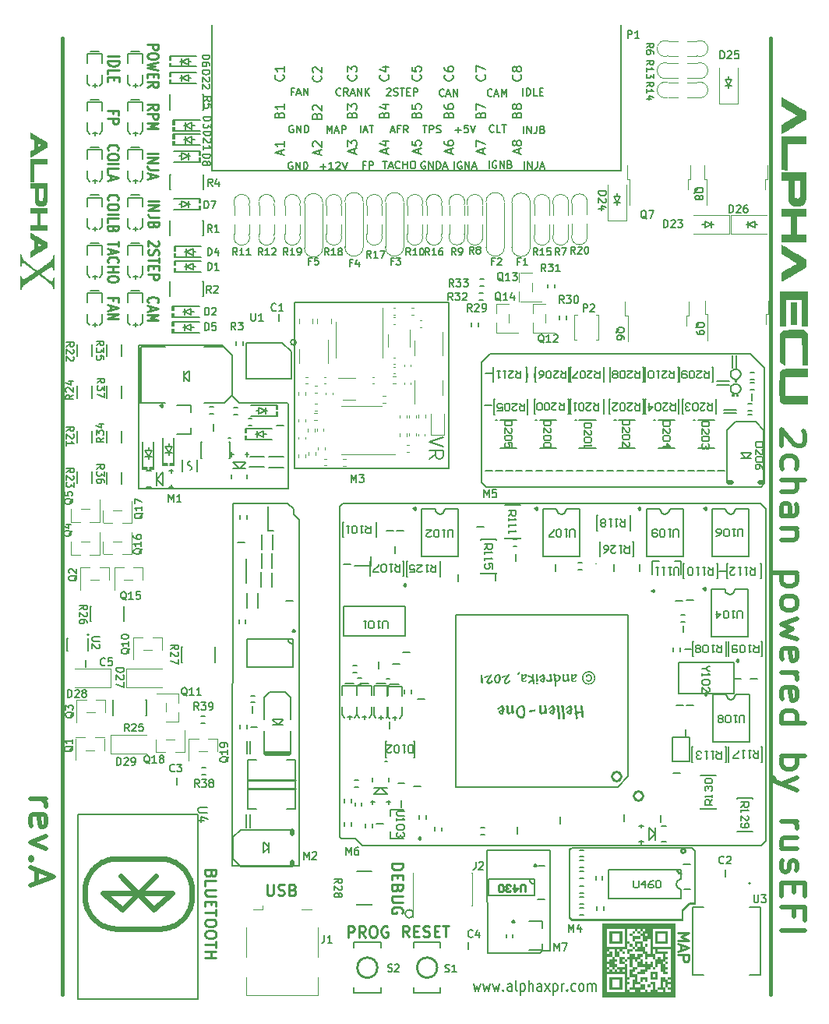
<source format=gto>
G75*
G70*
%OFA0B0*%
%FSLAX25Y25*%
%IPPOS*%
%LPD*%
%AMOC8*
5,1,8,0,0,1.08239X$1,22.5*
%
%ADD10C,0.01969*%
%ADD104C,0.02484*%
%ADD110C,0.00650*%
%ADD118C,0.00800*%
%ADD124C,0.00390*%
%ADD129C,0.01500*%
%ADD139C,0.00472*%
%ADD147C,0.00500*%
%ADD184C,0.00591*%
%ADD191C,0.00984*%
%ADD201C,0.01000*%
%ADD222C,0.01968*%
%ADD23C,0.01575*%
%ADD236C,0.00787*%
%ADD78C,0.00669*%
%ADD88C,0.00689*%
X0000000Y0000000D02*
%LPD*%
G01*
D129*
X0322835Y0002362D02*
X0322835Y0411417D01*
X0019685Y0002362D02*
X0019685Y0411417D01*
D236*
X0195589Y0007060D02*
X0196339Y0003910D01*
X0197088Y0006160D01*
X0197838Y0003910D01*
X0198588Y0007060D01*
X0199713Y0007060D02*
X0200463Y0003910D01*
X0201213Y0006160D01*
X0201963Y0003910D01*
X0202713Y0007060D01*
X0203838Y0007060D02*
X0204588Y0003910D01*
X0205337Y0006160D01*
X0206087Y0003910D01*
X0206837Y0007060D01*
X0208337Y0004360D02*
X0208525Y0004135D01*
X0208337Y0003910D01*
X0208150Y0004135D01*
X0208337Y0004360D01*
X0208337Y0003910D01*
X0211899Y0003910D02*
X0211899Y0006385D01*
X0211712Y0006835D01*
X0211337Y0007060D01*
X0210587Y0007060D01*
X0210212Y0006835D01*
X0211899Y0004135D02*
X0211524Y0003910D01*
X0210587Y0003910D01*
X0210212Y0004135D01*
X0210024Y0004585D01*
X0210024Y0005035D01*
X0210212Y0005485D01*
X0210587Y0005710D01*
X0211524Y0005710D01*
X0211899Y0005935D01*
X0214336Y0003910D02*
X0213961Y0004135D01*
X0213774Y0004585D01*
X0213774Y0008634D01*
X0215836Y0007060D02*
X0215836Y0002335D01*
X0215836Y0006835D02*
X0216211Y0007060D01*
X0216961Y0007060D01*
X0217336Y0006835D01*
X0217523Y0006610D01*
X0217711Y0006160D01*
X0217711Y0004810D01*
X0217523Y0004360D01*
X0217336Y0004135D01*
X0216961Y0003910D01*
X0216211Y0003910D01*
X0215836Y0004135D01*
X0219398Y0003910D02*
X0219398Y0008634D01*
X0221085Y0003910D02*
X0221085Y0006385D01*
X0220898Y0006835D01*
X0220523Y0007060D01*
X0219961Y0007060D01*
X0219586Y0006835D01*
X0219398Y0006610D01*
X0224648Y0003910D02*
X0224648Y0006385D01*
X0224460Y0006835D01*
X0224085Y0007060D01*
X0223335Y0007060D01*
X0222960Y0006835D01*
X0224648Y0004135D02*
X0224273Y0003910D01*
X0223335Y0003910D01*
X0222960Y0004135D01*
X0222773Y0004585D01*
X0222773Y0005035D01*
X0222960Y0005485D01*
X0223335Y0005710D01*
X0224273Y0005710D01*
X0224648Y0005935D01*
X0226147Y0003910D02*
X0228210Y0007060D01*
X0226147Y0007060D02*
X0228210Y0003910D01*
X0229709Y0007060D02*
X0229709Y0002335D01*
X0229709Y0006835D02*
X0230084Y0007060D01*
X0230834Y0007060D01*
X0231209Y0006835D01*
X0231397Y0006610D01*
X0231584Y0006160D01*
X0231584Y0004810D01*
X0231397Y0004360D01*
X0231209Y0004135D01*
X0230834Y0003910D01*
X0230084Y0003910D01*
X0229709Y0004135D01*
X0233271Y0003910D02*
X0233271Y0007060D01*
X0233271Y0006160D02*
X0233459Y0006610D01*
X0233646Y0006835D01*
X0234021Y0007060D01*
X0234396Y0007060D01*
X0235709Y0004360D02*
X0235896Y0004135D01*
X0235709Y0003910D01*
X0235521Y0004135D01*
X0235709Y0004360D01*
X0235709Y0003910D01*
X0239271Y0004135D02*
X0238896Y0003910D01*
X0238146Y0003910D01*
X0237771Y0004135D01*
X0237583Y0004360D01*
X0237396Y0004810D01*
X0237396Y0006160D01*
X0237583Y0006610D01*
X0237771Y0006835D01*
X0238146Y0007060D01*
X0238896Y0007060D01*
X0239271Y0006835D01*
X0241520Y0003910D02*
X0241145Y0004135D01*
X0240958Y0004360D01*
X0240771Y0004810D01*
X0240771Y0006160D01*
X0240958Y0006610D01*
X0241145Y0006835D01*
X0241520Y0007060D01*
X0242083Y0007060D01*
X0242458Y0006835D01*
X0242645Y0006610D01*
X0242833Y0006160D01*
X0242833Y0004810D01*
X0242645Y0004360D01*
X0242458Y0004135D01*
X0242083Y0003910D01*
X0241520Y0003910D01*
X0244520Y0003910D02*
X0244520Y0007060D01*
X0244520Y0006610D02*
X0244708Y0006835D01*
X0245082Y0007060D01*
X0245645Y0007060D01*
X0246020Y0006835D01*
X0246207Y0006385D01*
X0246207Y0003910D01*
X0246207Y0006385D02*
X0246395Y0006835D01*
X0246770Y0007060D01*
X0247332Y0007060D01*
X0247707Y0006835D01*
X0247895Y0006385D01*
X0247895Y0003910D01*
D78*
X0216969Y0370839D02*
X0216969Y0373989D01*
X0218468Y0370839D02*
X0218468Y0373989D01*
X0220268Y0370839D01*
X0220268Y0373989D01*
X0222668Y0373989D02*
X0222668Y0371739D01*
X0222518Y0371289D01*
X0222218Y0370989D01*
X0221768Y0370839D01*
X0221468Y0370839D01*
X0225218Y0372489D02*
X0225667Y0372339D01*
X0225817Y0372189D01*
X0225967Y0371889D01*
X0225967Y0371439D01*
X0225817Y0371139D01*
X0225667Y0370989D01*
X0225367Y0370839D01*
X0224168Y0370839D01*
X0224168Y0373989D01*
X0225218Y0373989D01*
X0225517Y0373839D01*
X0225667Y0373689D01*
X0225817Y0373389D01*
X0225817Y0373089D01*
X0225667Y0372789D01*
X0225517Y0372639D01*
X0225218Y0372489D01*
X0224168Y0372489D01*
X0182904Y0386922D02*
X0182754Y0386772D01*
X0182304Y0386622D01*
X0182004Y0386622D01*
X0181555Y0386772D01*
X0181255Y0387072D01*
X0181105Y0387372D01*
X0180955Y0387972D01*
X0180955Y0388422D01*
X0181105Y0389022D01*
X0181255Y0389322D01*
X0181555Y0389622D01*
X0182004Y0389772D01*
X0182304Y0389772D01*
X0182754Y0389622D01*
X0182904Y0389472D01*
X0184104Y0387522D02*
X0185604Y0387522D01*
X0183804Y0386622D02*
X0184854Y0389772D01*
X0185904Y0386622D01*
X0186954Y0386622D02*
X0186954Y0389772D01*
X0188754Y0386622D01*
X0188754Y0389772D01*
X0118073Y0358465D02*
X0117773Y0358615D01*
X0117323Y0358615D01*
X0116873Y0358465D01*
X0116573Y0358165D01*
X0116423Y0357865D01*
X0116273Y0357265D01*
X0116273Y0356815D01*
X0116423Y0356215D01*
X0116573Y0355915D01*
X0116873Y0355615D01*
X0117323Y0355465D01*
X0117623Y0355465D01*
X0118073Y0355615D01*
X0118223Y0355765D01*
X0118223Y0356815D01*
X0117623Y0356815D01*
X0119573Y0355465D02*
X0119573Y0358615D01*
X0121372Y0355465D01*
X0121372Y0358615D01*
X0122872Y0355465D02*
X0122872Y0358615D01*
X0123622Y0358615D01*
X0124072Y0358465D01*
X0124372Y0358165D01*
X0124522Y0357865D01*
X0124672Y0357265D01*
X0124672Y0356815D01*
X0124522Y0356215D01*
X0124372Y0355915D01*
X0124072Y0355615D01*
X0123622Y0355465D01*
X0122872Y0355465D01*
D191*
X0056580Y0298388D02*
X0056355Y0298575D01*
X0056130Y0299138D01*
X0056130Y0299513D01*
X0056355Y0300075D01*
X0056805Y0300450D01*
X0057255Y0300637D01*
X0058155Y0300825D01*
X0058830Y0300825D01*
X0059730Y0300637D01*
X0060180Y0300450D01*
X0060630Y0300075D01*
X0060855Y0299513D01*
X0060855Y0299138D01*
X0060630Y0298575D01*
X0060405Y0298388D01*
X0057480Y0296888D02*
X0057480Y0295013D01*
X0056130Y0297263D02*
X0060855Y0295951D01*
X0056130Y0294638D01*
X0056130Y0293326D02*
X0060855Y0293326D01*
X0057480Y0292014D01*
X0060855Y0290701D01*
X0056130Y0290701D01*
X0060602Y0324784D02*
X0060827Y0324597D01*
X0061052Y0324222D01*
X0061052Y0323285D01*
X0060827Y0322910D01*
X0060602Y0322722D01*
X0060152Y0322535D01*
X0059702Y0322535D01*
X0059027Y0322722D01*
X0056327Y0324972D01*
X0056327Y0322535D01*
X0056552Y0321035D02*
X0056327Y0320472D01*
X0056327Y0319535D01*
X0056552Y0319160D01*
X0056777Y0318973D01*
X0057227Y0318785D01*
X0057677Y0318785D01*
X0058127Y0318973D01*
X0058352Y0319160D01*
X0058577Y0319535D01*
X0058802Y0320285D01*
X0059027Y0320660D01*
X0059252Y0320847D01*
X0059702Y0321035D01*
X0060152Y0321035D01*
X0060602Y0320847D01*
X0060827Y0320660D01*
X0061052Y0320285D01*
X0061052Y0319348D01*
X0060827Y0318785D01*
X0061052Y0317660D02*
X0061052Y0315411D01*
X0056327Y0316535D02*
X0061052Y0316535D01*
X0058802Y0314098D02*
X0058802Y0312786D01*
X0056327Y0312223D02*
X0056327Y0314098D01*
X0061052Y0314098D01*
X0061052Y0312223D01*
X0056327Y0310536D02*
X0061052Y0310536D01*
X0061052Y0309036D01*
X0060827Y0308661D01*
X0060602Y0308474D01*
X0060152Y0308286D01*
X0059477Y0308286D01*
X0059027Y0308474D01*
X0058802Y0308661D01*
X0058577Y0309036D01*
X0058577Y0310536D01*
X0056130Y0380952D02*
X0058380Y0382265D01*
X0056130Y0383202D02*
X0060855Y0383202D01*
X0060855Y0381702D01*
X0060630Y0381327D01*
X0060405Y0381140D01*
X0059955Y0380952D01*
X0059280Y0380952D01*
X0058830Y0381140D01*
X0058605Y0381327D01*
X0058380Y0381702D01*
X0058380Y0383202D01*
X0056130Y0379265D02*
X0060855Y0379265D01*
X0060855Y0377765D01*
X0060630Y0377390D01*
X0060405Y0377203D01*
X0059955Y0377015D01*
X0059280Y0377015D01*
X0058830Y0377203D01*
X0058605Y0377390D01*
X0058380Y0377765D01*
X0058380Y0379265D01*
X0056130Y0375328D02*
X0060855Y0375328D01*
X0057480Y0374016D01*
X0060855Y0372703D01*
X0056130Y0372703D01*
D78*
X0158527Y0389797D02*
X0158677Y0389947D01*
X0158977Y0390097D01*
X0159727Y0390097D01*
X0160027Y0389947D01*
X0160176Y0389797D01*
X0160326Y0389497D01*
X0160326Y0389197D01*
X0160176Y0388747D01*
X0158377Y0386947D01*
X0160326Y0386947D01*
X0161526Y0387097D02*
X0161976Y0386947D01*
X0162726Y0386947D01*
X0163026Y0387097D01*
X0163176Y0387247D01*
X0163326Y0387547D01*
X0163326Y0387847D01*
X0163176Y0388147D01*
X0163026Y0388297D01*
X0162726Y0388447D01*
X0162126Y0388597D01*
X0161826Y0388747D01*
X0161676Y0388897D01*
X0161526Y0389197D01*
X0161526Y0389497D01*
X0161676Y0389797D01*
X0161826Y0389947D01*
X0162126Y0390097D01*
X0162876Y0390097D01*
X0163326Y0389947D01*
X0164226Y0390097D02*
X0166026Y0390097D01*
X0165126Y0386947D02*
X0165126Y0390097D01*
X0167076Y0388597D02*
X0168125Y0388597D01*
X0168575Y0386947D02*
X0167076Y0386947D01*
X0167076Y0390097D01*
X0168575Y0390097D01*
X0169925Y0386947D02*
X0169925Y0390097D01*
X0171125Y0390097D01*
X0171425Y0389947D01*
X0171575Y0389797D01*
X0171725Y0389497D01*
X0171725Y0389047D01*
X0171575Y0388747D01*
X0171425Y0388597D01*
X0171125Y0388447D01*
X0169925Y0388447D01*
D191*
X0056130Y0362336D02*
X0060855Y0362336D01*
X0056130Y0360461D02*
X0060855Y0360461D01*
X0056130Y0358211D01*
X0060855Y0358211D01*
X0060855Y0355212D02*
X0057480Y0355212D01*
X0056805Y0355399D01*
X0056355Y0355774D01*
X0056130Y0356337D01*
X0056130Y0356712D01*
X0057480Y0353525D02*
X0057480Y0351650D01*
X0056130Y0353900D02*
X0060855Y0352587D01*
X0056130Y0351275D01*
D78*
X0138819Y0387247D02*
X0138669Y0387097D01*
X0138219Y0386947D01*
X0137919Y0386947D01*
X0137469Y0387097D01*
X0137169Y0387397D01*
X0137019Y0387697D01*
X0136869Y0388297D01*
X0136869Y0388747D01*
X0137019Y0389347D01*
X0137169Y0389647D01*
X0137469Y0389947D01*
X0137919Y0390097D01*
X0138219Y0390097D01*
X0138669Y0389947D01*
X0138819Y0389797D01*
X0141968Y0386947D02*
X0140919Y0388447D01*
X0140169Y0386947D02*
X0140169Y0390097D01*
X0141368Y0390097D01*
X0141668Y0389947D01*
X0141818Y0389797D01*
X0141968Y0389497D01*
X0141968Y0389047D01*
X0141818Y0388747D01*
X0141668Y0388597D01*
X0141368Y0388447D01*
X0140169Y0388447D01*
X0143168Y0387847D02*
X0144668Y0387847D01*
X0142868Y0386947D02*
X0143918Y0390097D01*
X0144968Y0386947D01*
X0146018Y0386947D02*
X0146018Y0390097D01*
X0147818Y0386947D01*
X0147818Y0390097D01*
X0149317Y0386947D02*
X0149317Y0390097D01*
X0151117Y0386947D02*
X0149767Y0388747D01*
X0151117Y0390097D02*
X0149317Y0388297D01*
X0132923Y0371020D02*
X0132923Y0374169D01*
X0133973Y0371920D01*
X0135023Y0374169D01*
X0135023Y0371020D01*
X0136373Y0371920D02*
X0137873Y0371920D01*
X0136073Y0371020D02*
X0137123Y0374169D01*
X0138173Y0371020D01*
X0139222Y0371020D02*
X0139222Y0374169D01*
X0140422Y0374169D01*
X0140722Y0374019D01*
X0140872Y0373869D01*
X0141022Y0373569D01*
X0141022Y0373119D01*
X0140872Y0372820D01*
X0140722Y0372670D01*
X0140422Y0372520D01*
X0139222Y0372520D01*
D191*
X0039454Y0342154D02*
X0039229Y0342342D01*
X0039004Y0342904D01*
X0039004Y0343279D01*
X0039229Y0343841D01*
X0039679Y0344216D01*
X0040129Y0344404D01*
X0041029Y0344591D01*
X0041704Y0344591D01*
X0042604Y0344404D01*
X0043054Y0344216D01*
X0043504Y0343841D01*
X0043729Y0343279D01*
X0043729Y0342904D01*
X0043504Y0342342D01*
X0043279Y0342154D01*
X0043729Y0339717D02*
X0043729Y0338967D01*
X0043504Y0338592D01*
X0043054Y0338217D01*
X0042154Y0338030D01*
X0040579Y0338030D01*
X0039679Y0338217D01*
X0039229Y0338592D01*
X0039004Y0338967D01*
X0039004Y0339717D01*
X0039229Y0340092D01*
X0039679Y0340467D01*
X0040579Y0340654D01*
X0042154Y0340654D01*
X0043054Y0340467D01*
X0043504Y0340092D01*
X0043729Y0339717D01*
X0039004Y0336342D02*
X0043729Y0336342D01*
X0039004Y0332593D02*
X0039004Y0334468D01*
X0043729Y0334468D01*
X0041479Y0329968D02*
X0041254Y0329406D01*
X0041029Y0329218D01*
X0040579Y0329031D01*
X0039904Y0329031D01*
X0039454Y0329218D01*
X0039229Y0329406D01*
X0039004Y0329781D01*
X0039004Y0331280D01*
X0043729Y0331280D01*
X0043729Y0329968D01*
X0043504Y0329593D01*
X0043279Y0329406D01*
X0042829Y0329218D01*
X0042379Y0329218D01*
X0041929Y0329406D01*
X0041704Y0329593D01*
X0041479Y0329968D01*
X0041479Y0331280D01*
D78*
X0130081Y0356665D02*
X0132480Y0356665D01*
X0131280Y0355465D02*
X0131280Y0357865D01*
X0135630Y0355465D02*
X0133830Y0355465D01*
X0134730Y0355465D02*
X0134730Y0358615D01*
X0134430Y0358165D01*
X0134130Y0357865D01*
X0133830Y0357715D01*
X0136830Y0358315D02*
X0136980Y0358465D01*
X0137280Y0358615D01*
X0138030Y0358615D01*
X0138330Y0358465D01*
X0138480Y0358315D01*
X0138630Y0358015D01*
X0138630Y0357715D01*
X0138480Y0357265D01*
X0136680Y0355465D01*
X0138630Y0355465D01*
X0139529Y0358615D02*
X0140579Y0355465D01*
X0141629Y0358615D01*
X0187355Y0355622D02*
X0187355Y0358772D01*
X0190504Y0358622D02*
X0190204Y0358772D01*
X0189754Y0358772D01*
X0189304Y0358622D01*
X0189004Y0358322D01*
X0188855Y0358022D01*
X0188705Y0357422D01*
X0188705Y0356972D01*
X0188855Y0356372D01*
X0189004Y0356072D01*
X0189304Y0355772D01*
X0189754Y0355622D01*
X0190054Y0355622D01*
X0190504Y0355772D01*
X0190654Y0355922D01*
X0190654Y0356972D01*
X0190054Y0356972D01*
X0192004Y0355622D02*
X0192004Y0358772D01*
X0193804Y0355622D01*
X0193804Y0358772D01*
X0195154Y0356522D02*
X0196654Y0356522D01*
X0194854Y0355622D02*
X0195904Y0358772D01*
X0196954Y0355622D01*
X0160237Y0371992D02*
X0161737Y0371992D01*
X0159938Y0371093D02*
X0160987Y0374242D01*
X0162037Y0371093D01*
X0164137Y0372742D02*
X0163087Y0372742D01*
X0163087Y0371093D02*
X0163087Y0374242D01*
X0164587Y0374242D01*
X0167587Y0371093D02*
X0166537Y0372592D01*
X0165787Y0371093D02*
X0165787Y0374242D01*
X0166987Y0374242D01*
X0167287Y0374092D01*
X0167437Y0373942D01*
X0167587Y0373642D01*
X0167587Y0373192D01*
X0167437Y0372892D01*
X0167287Y0372742D01*
X0166987Y0372592D01*
X0165787Y0372592D01*
D10*
X0005876Y0086102D02*
X0012700Y0086102D01*
X0010750Y0086102D02*
X0011725Y0085559D01*
X0012213Y0085015D01*
X0012700Y0083928D01*
X0012700Y0082840D01*
X0006363Y0074685D02*
X0005876Y0075772D01*
X0005876Y0077947D01*
X0006363Y0079034D01*
X0007338Y0079578D01*
X0011238Y0079578D01*
X0012213Y0079034D01*
X0012700Y0077947D01*
X0012700Y0075772D01*
X0012213Y0074685D01*
X0011238Y0074141D01*
X0010263Y0074141D01*
X0009288Y0079578D01*
X0012700Y0070336D02*
X0005876Y0067617D01*
X0012700Y0064899D01*
X0006851Y0060549D02*
X0006363Y0060006D01*
X0005876Y0060549D01*
X0006363Y0061093D01*
X0006851Y0060549D01*
X0005876Y0060549D01*
X0008801Y0055656D02*
X0008801Y0050219D01*
X0005876Y0056744D02*
X0016112Y0052938D01*
X0005876Y0049132D01*
D191*
X0041479Y0379162D02*
X0041479Y0380474D01*
X0039004Y0380474D02*
X0043729Y0380474D01*
X0043729Y0378600D01*
X0039004Y0377100D02*
X0043729Y0377100D01*
X0043729Y0375600D01*
X0043504Y0375225D01*
X0043279Y0375037D01*
X0042829Y0374850D01*
X0042154Y0374850D01*
X0041704Y0375037D01*
X0041479Y0375225D01*
X0041254Y0375600D01*
X0041254Y0377100D01*
D10*
X0336560Y0243593D02*
X0337047Y0243049D01*
X0337535Y0241962D01*
X0337535Y0239244D01*
X0337047Y0238156D01*
X0336560Y0237612D01*
X0335585Y0237069D01*
X0334610Y0237069D01*
X0333148Y0237612D01*
X0327298Y0244137D01*
X0327298Y0237069D01*
X0327786Y0227283D02*
X0327298Y0228370D01*
X0327298Y0230545D01*
X0327786Y0231632D01*
X0328273Y0232176D01*
X0329248Y0232719D01*
X0332173Y0232719D01*
X0333148Y0232176D01*
X0333635Y0231632D01*
X0334123Y0230545D01*
X0334123Y0228370D01*
X0333635Y0227283D01*
X0327298Y0222389D02*
X0337535Y0222389D01*
X0327298Y0217496D02*
X0332660Y0217496D01*
X0333635Y0218040D01*
X0334123Y0219127D01*
X0334123Y0220758D01*
X0333635Y0221846D01*
X0333148Y0222389D01*
X0327298Y0207166D02*
X0332660Y0207166D01*
X0333635Y0207710D01*
X0334123Y0208797D01*
X0334123Y0210972D01*
X0333635Y0212059D01*
X0327786Y0207166D02*
X0327298Y0208254D01*
X0327298Y0210972D01*
X0327786Y0212059D01*
X0328761Y0212603D01*
X0329736Y0212603D01*
X0330711Y0212059D01*
X0331198Y0210972D01*
X0331198Y0208254D01*
X0331685Y0207166D01*
X0334123Y0201729D02*
X0327298Y0201729D01*
X0333148Y0201729D02*
X0333635Y0201186D01*
X0334123Y0200098D01*
X0334123Y0198467D01*
X0333635Y0197380D01*
X0332660Y0196836D01*
X0327298Y0196836D01*
X0334123Y0182701D02*
X0323886Y0182701D01*
X0333635Y0182701D02*
X0334123Y0181613D01*
X0334123Y0179439D01*
X0333635Y0178351D01*
X0333148Y0177807D01*
X0332173Y0177264D01*
X0329248Y0177264D01*
X0328273Y0177807D01*
X0327786Y0178351D01*
X0327298Y0179439D01*
X0327298Y0181613D01*
X0327786Y0182701D01*
X0327298Y0170740D02*
X0327786Y0171827D01*
X0328273Y0172371D01*
X0329248Y0172914D01*
X0332173Y0172914D01*
X0333148Y0172371D01*
X0333635Y0171827D01*
X0334123Y0170740D01*
X0334123Y0169109D01*
X0333635Y0168021D01*
X0333148Y0167478D01*
X0332173Y0166934D01*
X0329248Y0166934D01*
X0328273Y0167478D01*
X0327786Y0168021D01*
X0327298Y0169109D01*
X0327298Y0170740D01*
X0334123Y0163128D02*
X0327298Y0160953D01*
X0332173Y0158779D01*
X0327298Y0156604D01*
X0334123Y0154429D01*
X0327786Y0145730D02*
X0327298Y0146818D01*
X0327298Y0148992D01*
X0327786Y0150080D01*
X0328761Y0150623D01*
X0332660Y0150623D01*
X0333635Y0150080D01*
X0334123Y0148992D01*
X0334123Y0146818D01*
X0333635Y0145730D01*
X0332660Y0145187D01*
X0331685Y0145187D01*
X0330711Y0150623D01*
X0327298Y0140293D02*
X0334123Y0140293D01*
X0332173Y0140293D02*
X0333148Y0139750D01*
X0333635Y0139206D01*
X0334123Y0138119D01*
X0334123Y0137031D01*
X0327786Y0128876D02*
X0327298Y0129963D01*
X0327298Y0132138D01*
X0327786Y0133226D01*
X0328761Y0133769D01*
X0332660Y0133769D01*
X0333635Y0133226D01*
X0334123Y0132138D01*
X0334123Y0129963D01*
X0333635Y0128876D01*
X0332660Y0128332D01*
X0331685Y0128332D01*
X0330711Y0133769D01*
X0327298Y0118546D02*
X0337535Y0118546D01*
X0327786Y0118546D02*
X0327298Y0119633D01*
X0327298Y0121808D01*
X0327786Y0122896D01*
X0328273Y0123439D01*
X0329248Y0123983D01*
X0332173Y0123983D01*
X0333148Y0123439D01*
X0333635Y0122896D01*
X0334123Y0121808D01*
X0334123Y0119633D01*
X0333635Y0118546D01*
X0327298Y0104410D02*
X0337535Y0104410D01*
X0333635Y0104410D02*
X0334123Y0103323D01*
X0334123Y0101148D01*
X0333635Y0100061D01*
X0333148Y0099517D01*
X0332173Y0098974D01*
X0329248Y0098974D01*
X0328273Y0099517D01*
X0327786Y0100061D01*
X0327298Y0101148D01*
X0327298Y0103323D01*
X0327786Y0104410D01*
X0334123Y0095168D02*
X0327298Y0092449D01*
X0334123Y0089731D02*
X0327298Y0092449D01*
X0324861Y0093537D01*
X0324374Y0094080D01*
X0323886Y0095168D01*
X0327298Y0076683D02*
X0334123Y0076683D01*
X0332173Y0076683D02*
X0333148Y0076139D01*
X0333635Y0075595D01*
X0334123Y0074508D01*
X0334123Y0073421D01*
X0334123Y0064722D02*
X0327298Y0064722D01*
X0334123Y0069615D02*
X0328761Y0069615D01*
X0327786Y0069071D01*
X0327298Y0067984D01*
X0327298Y0066353D01*
X0327786Y0065265D01*
X0328273Y0064722D01*
X0327786Y0059828D02*
X0327298Y0058741D01*
X0327298Y0056566D01*
X0327786Y0055479D01*
X0328761Y0054935D01*
X0329248Y0054935D01*
X0330223Y0055479D01*
X0330711Y0056566D01*
X0330711Y0058197D01*
X0331198Y0059285D01*
X0332173Y0059828D01*
X0332660Y0059828D01*
X0333635Y0059285D01*
X0334123Y0058197D01*
X0334123Y0056566D01*
X0333635Y0055479D01*
X0332660Y0050042D02*
X0332660Y0046236D01*
X0327298Y0044605D02*
X0327298Y0050042D01*
X0337535Y0050042D01*
X0337535Y0044605D01*
X0332660Y0035906D02*
X0332660Y0039712D01*
X0327298Y0039712D02*
X0337535Y0039712D01*
X0337535Y0034275D01*
X0327298Y0029926D02*
X0337535Y0029926D01*
D78*
X0118620Y0388681D02*
X0117570Y0388681D01*
X0117570Y0387032D02*
X0117570Y0390181D01*
X0119070Y0390181D01*
X0120120Y0387932D02*
X0121620Y0387932D01*
X0119820Y0387032D02*
X0120870Y0390181D01*
X0121920Y0387032D01*
X0122970Y0387032D02*
X0122970Y0390181D01*
X0124769Y0387032D01*
X0124769Y0390181D01*
X0118461Y0374140D02*
X0118161Y0374290D01*
X0117711Y0374290D01*
X0117261Y0374140D01*
X0116961Y0373840D01*
X0116811Y0373540D01*
X0116661Y0372940D01*
X0116661Y0372490D01*
X0116811Y0371890D01*
X0116961Y0371590D01*
X0117261Y0371290D01*
X0117711Y0371140D01*
X0118011Y0371140D01*
X0118461Y0371290D01*
X0118611Y0371440D01*
X0118611Y0372490D01*
X0118011Y0372490D01*
X0119961Y0371140D02*
X0119961Y0374290D01*
X0121761Y0371140D01*
X0121761Y0374290D01*
X0123260Y0371140D02*
X0123260Y0374290D01*
X0124010Y0374290D01*
X0124460Y0374140D01*
X0124760Y0373840D01*
X0124910Y0373540D01*
X0125060Y0372940D01*
X0125060Y0372490D01*
X0124910Y0371890D01*
X0124760Y0371590D01*
X0124460Y0371290D01*
X0124010Y0371140D01*
X0123260Y0371140D01*
X0203496Y0386946D02*
X0203346Y0386796D01*
X0202896Y0386646D01*
X0202596Y0386646D01*
X0202146Y0386796D01*
X0201846Y0387096D01*
X0201696Y0387396D01*
X0201546Y0387996D01*
X0201546Y0388446D01*
X0201696Y0389046D01*
X0201846Y0389346D01*
X0202146Y0389646D01*
X0202596Y0389796D01*
X0202896Y0389796D01*
X0203346Y0389646D01*
X0203496Y0389496D01*
X0204695Y0387546D02*
X0206195Y0387546D01*
X0204395Y0386646D02*
X0205445Y0389796D01*
X0206495Y0386646D01*
X0207545Y0386646D02*
X0207545Y0389796D01*
X0208595Y0387546D01*
X0209645Y0389796D01*
X0209645Y0386646D01*
X0217278Y0355623D02*
X0217278Y0358773D01*
X0218778Y0355623D02*
X0218778Y0358773D01*
X0220578Y0355623D01*
X0220578Y0358773D01*
X0222977Y0358773D02*
X0222977Y0356523D01*
X0222827Y0356073D01*
X0222527Y0355773D01*
X0222077Y0355623D01*
X0221777Y0355623D01*
X0224327Y0356523D02*
X0225827Y0356523D01*
X0224027Y0355623D02*
X0225077Y0358773D01*
X0226127Y0355623D01*
D191*
X0141915Y0027010D02*
X0141915Y0031734D01*
X0143715Y0031734D01*
X0144165Y0031509D01*
X0144390Y0031284D01*
X0144615Y0030834D01*
X0144615Y0030159D01*
X0144390Y0029710D01*
X0144165Y0029485D01*
X0143715Y0029260D01*
X0141915Y0029260D01*
X0149339Y0027010D02*
X0147765Y0029260D01*
X0146640Y0027010D02*
X0146640Y0031734D01*
X0148439Y0031734D01*
X0148889Y0031509D01*
X0149114Y0031284D01*
X0149339Y0030834D01*
X0149339Y0030159D01*
X0149114Y0029710D01*
X0148889Y0029485D01*
X0148439Y0029260D01*
X0146640Y0029260D01*
X0152264Y0031734D02*
X0153164Y0031734D01*
X0153614Y0031509D01*
X0154064Y0031059D01*
X0154289Y0030159D01*
X0154289Y0028585D01*
X0154064Y0027685D01*
X0153614Y0027235D01*
X0153164Y0027010D01*
X0152264Y0027010D01*
X0151814Y0027235D01*
X0151364Y0027685D01*
X0151139Y0028585D01*
X0151139Y0030159D01*
X0151364Y0031059D01*
X0151814Y0031509D01*
X0152264Y0031734D01*
X0158788Y0031509D02*
X0158338Y0031734D01*
X0157663Y0031734D01*
X0156988Y0031509D01*
X0156538Y0031059D01*
X0156313Y0030609D01*
X0156089Y0029710D01*
X0156089Y0029035D01*
X0156313Y0028135D01*
X0156538Y0027685D01*
X0156988Y0027235D01*
X0157663Y0027010D01*
X0158113Y0027010D01*
X0158788Y0027235D01*
X0159013Y0027460D01*
X0159013Y0029035D01*
X0158113Y0029035D01*
D78*
X0187842Y0372292D02*
X0190242Y0372292D01*
X0189042Y0371093D02*
X0189042Y0373492D01*
X0193242Y0374242D02*
X0191742Y0374242D01*
X0191592Y0372742D01*
X0191742Y0372892D01*
X0192042Y0373042D01*
X0192792Y0373042D01*
X0193092Y0372892D01*
X0193242Y0372742D01*
X0193392Y0372442D01*
X0193392Y0371692D01*
X0193242Y0371392D01*
X0193092Y0371243D01*
X0192792Y0371093D01*
X0192042Y0371093D01*
X0191742Y0371243D01*
X0191592Y0371392D01*
X0194291Y0374242D02*
X0195341Y0371093D01*
X0196391Y0374242D01*
X0147315Y0371130D02*
X0147315Y0374279D01*
X0148665Y0372030D02*
X0150165Y0372030D01*
X0148365Y0371130D02*
X0149415Y0374279D01*
X0150465Y0371130D01*
X0151065Y0374279D02*
X0152864Y0374279D01*
X0151964Y0371130D02*
X0151964Y0374279D01*
X0216780Y0386984D02*
X0216780Y0390134D01*
X0218280Y0386984D02*
X0218280Y0390134D01*
X0219030Y0390134D01*
X0219480Y0389984D01*
X0219780Y0389684D01*
X0219930Y0389384D01*
X0220080Y0388784D01*
X0220080Y0388334D01*
X0219930Y0387734D01*
X0219780Y0387434D01*
X0219480Y0387134D01*
X0219030Y0386984D01*
X0218280Y0386984D01*
X0222930Y0386984D02*
X0221430Y0386984D01*
X0221430Y0390134D01*
X0223980Y0388634D02*
X0225029Y0388634D01*
X0225479Y0386984D02*
X0223980Y0386984D01*
X0223980Y0390134D01*
X0225479Y0390134D01*
D191*
X0107302Y0049591D02*
X0107302Y0045767D01*
X0107527Y0045317D01*
X0107752Y0045092D01*
X0108202Y0044867D01*
X0109102Y0044867D01*
X0109552Y0045092D01*
X0109777Y0045317D01*
X0110002Y0045767D01*
X0110002Y0049591D01*
X0112026Y0045092D02*
X0112701Y0044867D01*
X0113826Y0044867D01*
X0114276Y0045092D01*
X0114501Y0045317D01*
X0114726Y0045767D01*
X0114726Y0046217D01*
X0114501Y0046667D01*
X0114276Y0046892D01*
X0113826Y0047117D01*
X0112926Y0047342D01*
X0112476Y0047567D01*
X0112251Y0047792D01*
X0112026Y0048242D01*
X0112026Y0048692D01*
X0112251Y0049141D01*
X0112476Y0049366D01*
X0112926Y0049591D01*
X0114051Y0049591D01*
X0114726Y0049366D01*
X0118326Y0047342D02*
X0119001Y0047117D01*
X0119226Y0046892D01*
X0119451Y0046442D01*
X0119451Y0045767D01*
X0119226Y0045317D01*
X0119001Y0045092D01*
X0118551Y0044867D01*
X0116751Y0044867D01*
X0116751Y0049591D01*
X0118326Y0049591D01*
X0118776Y0049366D01*
X0119001Y0049141D01*
X0119226Y0048692D01*
X0119226Y0048242D01*
X0119001Y0047792D01*
X0118776Y0047567D01*
X0118326Y0047342D01*
X0116751Y0047342D01*
X0041479Y0299053D02*
X0041479Y0300366D01*
X0039004Y0300366D02*
X0043729Y0300366D01*
X0043729Y0298491D01*
X0040354Y0297178D02*
X0040354Y0295304D01*
X0039004Y0297553D02*
X0043729Y0296241D01*
X0039004Y0294929D01*
X0039004Y0293616D02*
X0043729Y0293616D01*
X0039004Y0291367D01*
X0043729Y0291367D01*
X0160577Y0058402D02*
X0165302Y0058402D01*
X0165302Y0057277D01*
X0165077Y0056602D01*
X0164627Y0056152D01*
X0164177Y0055927D01*
X0163277Y0055702D01*
X0162602Y0055702D01*
X0161702Y0055927D01*
X0161252Y0056152D01*
X0160802Y0056602D01*
X0160577Y0057277D01*
X0160577Y0058402D01*
X0163052Y0053678D02*
X0163052Y0052103D01*
X0160577Y0051428D02*
X0160577Y0053678D01*
X0165302Y0053678D01*
X0165302Y0051428D01*
X0163052Y0047828D02*
X0162827Y0047153D01*
X0162602Y0046929D01*
X0162152Y0046704D01*
X0161477Y0046704D01*
X0161027Y0046929D01*
X0160802Y0047153D01*
X0160577Y0047603D01*
X0160577Y0049403D01*
X0165302Y0049403D01*
X0165302Y0047828D01*
X0165077Y0047378D01*
X0164852Y0047153D01*
X0164402Y0046929D01*
X0163952Y0046929D01*
X0163502Y0047153D01*
X0163277Y0047378D01*
X0163052Y0047828D01*
X0163052Y0049403D01*
X0165302Y0044679D02*
X0161477Y0044679D01*
X0161027Y0044454D01*
X0160802Y0044229D01*
X0160577Y0043779D01*
X0160577Y0042879D01*
X0160802Y0042429D01*
X0161027Y0042204D01*
X0161477Y0041979D01*
X0165302Y0041979D01*
X0165077Y0037255D02*
X0165302Y0037705D01*
X0165302Y0038380D01*
X0165077Y0039055D01*
X0164627Y0039504D01*
X0164177Y0039729D01*
X0163277Y0039954D01*
X0162602Y0039954D01*
X0161702Y0039729D01*
X0161252Y0039504D01*
X0160802Y0039055D01*
X0160577Y0038380D01*
X0160577Y0037930D01*
X0160802Y0037255D01*
X0161027Y0037030D01*
X0162602Y0037030D01*
X0162602Y0037930D01*
D78*
X0204340Y0371562D02*
X0204190Y0371412D01*
X0203740Y0371262D01*
X0203440Y0371262D01*
X0202990Y0371412D01*
X0202690Y0371712D01*
X0202540Y0372011D01*
X0202390Y0372611D01*
X0202390Y0373061D01*
X0202540Y0373661D01*
X0202690Y0373961D01*
X0202990Y0374261D01*
X0203440Y0374411D01*
X0203740Y0374411D01*
X0204190Y0374261D01*
X0204340Y0374111D01*
X0207189Y0371262D02*
X0205689Y0371262D01*
X0205689Y0374411D01*
X0207789Y0374411D02*
X0209589Y0374411D01*
X0208689Y0371262D02*
X0208689Y0374411D01*
X0202223Y0355877D02*
X0202223Y0359027D01*
X0205373Y0358877D02*
X0205073Y0359027D01*
X0204623Y0359027D01*
X0204173Y0358877D01*
X0203873Y0358577D01*
X0203723Y0358277D01*
X0203573Y0357677D01*
X0203573Y0357227D01*
X0203723Y0356627D01*
X0203873Y0356327D01*
X0204173Y0356027D01*
X0204623Y0355877D01*
X0204923Y0355877D01*
X0205373Y0356027D01*
X0205523Y0356177D01*
X0205523Y0357227D01*
X0204923Y0357227D01*
X0206873Y0355877D02*
X0206873Y0359027D01*
X0208673Y0355877D01*
X0208673Y0359027D01*
X0211222Y0357527D02*
X0211672Y0357377D01*
X0211822Y0357227D01*
X0211972Y0356927D01*
X0211972Y0356477D01*
X0211822Y0356177D01*
X0211672Y0356027D01*
X0211372Y0355877D01*
X0210172Y0355877D01*
X0210172Y0359027D01*
X0211222Y0359027D01*
X0211522Y0358877D01*
X0211672Y0358727D01*
X0211822Y0358427D01*
X0211822Y0358127D01*
X0211672Y0357827D01*
X0211522Y0357677D01*
X0211222Y0357527D01*
X0210172Y0357527D01*
X0156788Y0358942D02*
X0158588Y0358942D01*
X0157688Y0355792D02*
X0157688Y0358942D01*
X0159488Y0356692D02*
X0160987Y0356692D01*
X0159188Y0355792D02*
X0160237Y0358942D01*
X0161287Y0355792D01*
X0164137Y0356092D02*
X0163987Y0355942D01*
X0163537Y0355792D01*
X0163237Y0355792D01*
X0162787Y0355942D01*
X0162487Y0356242D01*
X0162337Y0356542D01*
X0162187Y0357142D01*
X0162187Y0357592D01*
X0162337Y0358192D01*
X0162487Y0358492D01*
X0162787Y0358792D01*
X0163237Y0358942D01*
X0163537Y0358942D01*
X0163987Y0358792D01*
X0164137Y0358642D01*
X0165487Y0355792D02*
X0165487Y0358942D01*
X0165487Y0357442D02*
X0167287Y0357442D01*
X0167287Y0355792D02*
X0167287Y0358942D01*
X0169386Y0358942D02*
X0169986Y0358942D01*
X0170286Y0358792D01*
X0170586Y0358492D01*
X0170736Y0357892D01*
X0170736Y0356842D01*
X0170586Y0356242D01*
X0170286Y0355942D01*
X0169986Y0355792D01*
X0169386Y0355792D01*
X0169086Y0355942D01*
X0168786Y0356242D01*
X0168636Y0356842D01*
X0168636Y0357892D01*
X0168786Y0358492D01*
X0169086Y0358792D01*
X0169386Y0358942D01*
D191*
X0168078Y0027147D02*
X0166503Y0029397D01*
X0165378Y0027147D02*
X0165378Y0031872D01*
X0167178Y0031872D01*
X0167628Y0031647D01*
X0167853Y0031422D01*
X0168078Y0030972D01*
X0168078Y0030297D01*
X0167853Y0029847D01*
X0167628Y0029622D01*
X0167178Y0029397D01*
X0165378Y0029397D01*
X0170103Y0029622D02*
X0171678Y0029622D01*
X0172352Y0027147D02*
X0170103Y0027147D01*
X0170103Y0031872D01*
X0172352Y0031872D01*
X0174152Y0027372D02*
X0174827Y0027147D01*
X0175952Y0027147D01*
X0176402Y0027372D01*
X0176627Y0027597D01*
X0176852Y0028047D01*
X0176852Y0028497D01*
X0176627Y0028947D01*
X0176402Y0029172D01*
X0175952Y0029397D01*
X0175052Y0029622D01*
X0174602Y0029847D01*
X0174377Y0030072D01*
X0174152Y0030522D01*
X0174152Y0030972D01*
X0174377Y0031422D01*
X0174602Y0031647D01*
X0175052Y0031872D01*
X0176177Y0031872D01*
X0176852Y0031647D01*
X0178877Y0029622D02*
X0180451Y0029622D01*
X0181126Y0027147D02*
X0178877Y0027147D01*
X0178877Y0031872D01*
X0181126Y0031872D01*
X0182476Y0031872D02*
X0185176Y0031872D01*
X0183826Y0027147D02*
X0183826Y0031872D01*
D78*
X0174955Y0358623D02*
X0174655Y0358773D01*
X0174205Y0358773D01*
X0173756Y0358623D01*
X0173456Y0358323D01*
X0173306Y0358023D01*
X0173156Y0357423D01*
X0173156Y0356973D01*
X0173306Y0356373D01*
X0173456Y0356073D01*
X0173756Y0355773D01*
X0174205Y0355623D01*
X0174505Y0355623D01*
X0174955Y0355773D01*
X0175105Y0355923D01*
X0175105Y0356973D01*
X0174505Y0356973D01*
X0176455Y0355623D02*
X0176455Y0358773D01*
X0178255Y0355623D01*
X0178255Y0358773D01*
X0179755Y0355623D02*
X0179755Y0358773D01*
X0180505Y0358773D01*
X0180955Y0358623D01*
X0181255Y0358323D01*
X0181405Y0358023D01*
X0181555Y0357423D01*
X0181555Y0356973D01*
X0181405Y0356373D01*
X0181255Y0356073D01*
X0180955Y0355773D01*
X0180505Y0355623D01*
X0179755Y0355623D01*
X0182754Y0356523D02*
X0184254Y0356523D01*
X0182454Y0355623D02*
X0183504Y0358773D01*
X0184554Y0355623D01*
D191*
X0043729Y0324653D02*
X0043729Y0322403D01*
X0039004Y0323528D02*
X0043729Y0323528D01*
X0040354Y0321279D02*
X0040354Y0319404D01*
X0039004Y0321654D02*
X0043729Y0320341D01*
X0039004Y0319029D01*
X0039454Y0315467D02*
X0039229Y0315654D01*
X0039004Y0316217D01*
X0039004Y0316592D01*
X0039229Y0317154D01*
X0039679Y0317529D01*
X0040129Y0317717D01*
X0041029Y0317904D01*
X0041704Y0317904D01*
X0042604Y0317717D01*
X0043054Y0317529D01*
X0043504Y0317154D01*
X0043729Y0316592D01*
X0043729Y0316217D01*
X0043504Y0315654D01*
X0043279Y0315467D01*
X0039004Y0313780D02*
X0043729Y0313780D01*
X0041479Y0313780D02*
X0041479Y0311530D01*
X0039004Y0311530D02*
X0043729Y0311530D01*
X0043729Y0308905D02*
X0043729Y0308155D01*
X0043504Y0307780D01*
X0043054Y0307405D01*
X0042154Y0307218D01*
X0040579Y0307218D01*
X0039679Y0307405D01*
X0039229Y0307780D01*
X0039004Y0308155D01*
X0039004Y0308905D01*
X0039229Y0309280D01*
X0039679Y0309655D01*
X0040579Y0309843D01*
X0042154Y0309843D01*
X0043054Y0309655D01*
X0043504Y0309280D01*
X0043729Y0308905D01*
X0056130Y0408896D02*
X0060855Y0408896D01*
X0060855Y0407396D01*
X0060630Y0407021D01*
X0060405Y0406834D01*
X0059955Y0406646D01*
X0059280Y0406646D01*
X0058830Y0406834D01*
X0058605Y0407021D01*
X0058380Y0407396D01*
X0058380Y0408896D01*
X0060855Y0404209D02*
X0060855Y0403459D01*
X0060630Y0403084D01*
X0060180Y0402709D01*
X0059280Y0402522D01*
X0057705Y0402522D01*
X0056805Y0402709D01*
X0056355Y0403084D01*
X0056130Y0403459D01*
X0056130Y0404209D01*
X0056355Y0404584D01*
X0056805Y0404959D01*
X0057705Y0405146D01*
X0059280Y0405146D01*
X0060180Y0404959D01*
X0060630Y0404584D01*
X0060855Y0404209D01*
X0060855Y0401209D02*
X0056130Y0400272D01*
X0059505Y0399522D01*
X0056130Y0398772D01*
X0060855Y0397835D01*
X0058605Y0396335D02*
X0058605Y0395023D01*
X0056130Y0394460D02*
X0056130Y0396335D01*
X0060855Y0396335D01*
X0060855Y0394460D01*
X0056130Y0390523D02*
X0058380Y0391835D01*
X0056130Y0392773D02*
X0060855Y0392773D01*
X0060855Y0391273D01*
X0060630Y0390898D01*
X0060405Y0390711D01*
X0059955Y0390523D01*
X0059280Y0390523D01*
X0058830Y0390711D01*
X0058605Y0390898D01*
X0058380Y0391273D01*
X0058380Y0392773D01*
D78*
X0173970Y0374242D02*
X0175769Y0374242D01*
X0174870Y0371093D02*
X0174870Y0374242D01*
X0176819Y0371093D02*
X0176819Y0374242D01*
X0178019Y0374242D01*
X0178319Y0374092D01*
X0178469Y0373942D01*
X0178619Y0373642D01*
X0178619Y0373192D01*
X0178469Y0372892D01*
X0178319Y0372742D01*
X0178019Y0372592D01*
X0176819Y0372592D01*
X0179819Y0371243D02*
X0180269Y0371093D01*
X0181019Y0371093D01*
X0181319Y0371243D01*
X0181469Y0371392D01*
X0181619Y0371692D01*
X0181619Y0371992D01*
X0181469Y0372292D01*
X0181319Y0372442D01*
X0181019Y0372592D01*
X0180419Y0372742D01*
X0180119Y0372892D01*
X0179969Y0373042D01*
X0179819Y0373342D01*
X0179819Y0373642D01*
X0179969Y0373942D01*
X0180119Y0374092D01*
X0180419Y0374242D01*
X0181169Y0374242D01*
X0181619Y0374092D01*
D191*
X0039454Y0363526D02*
X0039229Y0363714D01*
X0039004Y0364276D01*
X0039004Y0364651D01*
X0039229Y0365214D01*
X0039679Y0365589D01*
X0040129Y0365776D01*
X0041029Y0365964D01*
X0041704Y0365964D01*
X0042604Y0365776D01*
X0043054Y0365589D01*
X0043504Y0365214D01*
X0043729Y0364651D01*
X0043729Y0364276D01*
X0043504Y0363714D01*
X0043279Y0363526D01*
X0043729Y0361089D02*
X0043729Y0360339D01*
X0043504Y0359964D01*
X0043054Y0359589D01*
X0042154Y0359402D01*
X0040579Y0359402D01*
X0039679Y0359589D01*
X0039229Y0359964D01*
X0039004Y0360339D01*
X0039004Y0361089D01*
X0039229Y0361464D01*
X0039679Y0361839D01*
X0040579Y0362027D01*
X0042154Y0362027D01*
X0043054Y0361839D01*
X0043504Y0361464D01*
X0043729Y0361089D01*
X0039004Y0357715D02*
X0043729Y0357715D01*
X0039004Y0353965D02*
X0039004Y0355840D01*
X0043729Y0355840D01*
X0040354Y0352840D02*
X0040354Y0350966D01*
X0039004Y0353215D02*
X0043729Y0351903D01*
X0039004Y0350591D01*
D78*
X0149262Y0357273D02*
X0148212Y0357273D01*
X0148212Y0355623D02*
X0148212Y0358773D01*
X0149712Y0358773D01*
X0150912Y0355623D02*
X0150912Y0358773D01*
X0152112Y0358773D01*
X0152412Y0358623D01*
X0152562Y0358473D01*
X0152712Y0358173D01*
X0152712Y0357723D01*
X0152562Y0357423D01*
X0152412Y0357273D01*
X0152112Y0357123D01*
X0150912Y0357123D01*
D191*
X0039201Y0403768D02*
X0043926Y0403768D01*
X0039201Y0401894D02*
X0043926Y0401894D01*
X0043926Y0400956D01*
X0043701Y0400394D01*
X0043251Y0400019D01*
X0042801Y0399831D01*
X0041901Y0399644D01*
X0041226Y0399644D01*
X0040326Y0399831D01*
X0039876Y0400019D01*
X0039426Y0400394D01*
X0039201Y0400956D01*
X0039201Y0401894D01*
X0039201Y0396082D02*
X0039201Y0397957D01*
X0043926Y0397957D01*
X0041676Y0394769D02*
X0041676Y0393457D01*
X0039201Y0392895D02*
X0039201Y0394769D01*
X0043926Y0394769D01*
X0043926Y0392895D01*
X0283051Y0028825D02*
X0287776Y0028825D01*
X0284401Y0027250D01*
X0287776Y0025675D01*
X0283051Y0025675D01*
X0284401Y0023650D02*
X0284401Y0021401D01*
X0283051Y0024100D02*
X0287776Y0022526D01*
X0283051Y0020951D01*
X0283051Y0019376D02*
X0287776Y0019376D01*
X0287776Y0017576D01*
X0287551Y0017126D01*
X0287326Y0016901D01*
X0286876Y0016676D01*
X0286201Y0016676D01*
X0285751Y0016901D01*
X0285526Y0017126D01*
X0285301Y0017576D01*
X0285301Y0019376D01*
X0056327Y0341948D02*
X0061052Y0341948D01*
X0056327Y0340073D02*
X0061052Y0340073D01*
X0056327Y0337823D01*
X0061052Y0337823D01*
X0061052Y0334824D02*
X0057677Y0334824D01*
X0057002Y0335011D01*
X0056552Y0335386D01*
X0056327Y0335949D01*
X0056327Y0336324D01*
X0058802Y0331637D02*
X0058577Y0331074D01*
X0058352Y0330887D01*
X0057902Y0330699D01*
X0057227Y0330699D01*
X0056777Y0330887D01*
X0056552Y0331074D01*
X0056327Y0331449D01*
X0056327Y0332949D01*
X0061052Y0332949D01*
X0061052Y0331637D01*
X0060827Y0331262D01*
X0060602Y0331074D01*
X0060152Y0330887D01*
X0059702Y0330887D01*
X0059252Y0331074D01*
X0059027Y0331262D01*
X0058802Y0331637D01*
X0058802Y0332949D01*
X0083267Y0054258D02*
X0083042Y0053583D01*
X0082817Y0053358D01*
X0082367Y0053133D01*
X0081692Y0053133D01*
X0081242Y0053358D01*
X0081017Y0053583D01*
X0080792Y0054033D01*
X0080792Y0055832D01*
X0085516Y0055832D01*
X0085516Y0054258D01*
X0085291Y0053808D01*
X0085066Y0053583D01*
X0084616Y0053358D01*
X0084166Y0053358D01*
X0083717Y0053583D01*
X0083492Y0053808D01*
X0083267Y0054258D01*
X0083267Y0055832D01*
X0080792Y0048858D02*
X0080792Y0051108D01*
X0085516Y0051108D01*
X0085516Y0047283D02*
X0081692Y0047283D01*
X0081242Y0047058D01*
X0081017Y0046834D01*
X0080792Y0046384D01*
X0080792Y0045484D01*
X0081017Y0045034D01*
X0081242Y0044809D01*
X0081692Y0044584D01*
X0085516Y0044584D01*
X0083267Y0042334D02*
X0083267Y0040759D01*
X0080792Y0040084D02*
X0080792Y0042334D01*
X0085516Y0042334D01*
X0085516Y0040084D01*
X0085516Y0038735D02*
X0085516Y0036035D01*
X0080792Y0037385D02*
X0085516Y0037385D01*
X0085516Y0033560D02*
X0085516Y0032660D01*
X0085291Y0032210D01*
X0084841Y0031760D01*
X0083942Y0031535D01*
X0082367Y0031535D01*
X0081467Y0031760D01*
X0081017Y0032210D01*
X0080792Y0032660D01*
X0080792Y0033560D01*
X0081017Y0034010D01*
X0081467Y0034460D01*
X0082367Y0034685D01*
X0083942Y0034685D01*
X0084841Y0034460D01*
X0085291Y0034010D01*
X0085516Y0033560D01*
X0085516Y0028611D02*
X0085516Y0027711D01*
X0085291Y0027261D01*
X0084841Y0026811D01*
X0083942Y0026586D01*
X0082367Y0026586D01*
X0081467Y0026811D01*
X0081017Y0027261D01*
X0080792Y0027711D01*
X0080792Y0028611D01*
X0081017Y0029061D01*
X0081467Y0029511D01*
X0082367Y0029736D01*
X0083942Y0029736D01*
X0084841Y0029511D01*
X0085291Y0029061D01*
X0085516Y0028611D01*
X0085516Y0025236D02*
X0085516Y0022537D01*
X0080792Y0023886D02*
X0085516Y0023886D01*
X0080792Y0020962D02*
X0085516Y0020962D01*
X0083267Y0020962D02*
X0083267Y0018262D01*
X0080792Y0018262D02*
X0085516Y0018262D01*
D78*
X0236376Y0029291D02*
X0236376Y0032520D01*
X0237452Y0030214D01*
X0238528Y0032520D01*
X0238528Y0029291D01*
X0241449Y0031444D02*
X0241449Y0029291D01*
X0240680Y0032674D02*
X0239912Y0030368D01*
X0241910Y0030368D01*
D147*
X0195706Y0319339D02*
X0194706Y0320768D01*
X0193992Y0319339D02*
X0193992Y0322339D01*
X0195135Y0322339D01*
X0195421Y0322197D01*
X0195564Y0322054D01*
X0195706Y0321768D01*
X0195706Y0321339D01*
X0195564Y0321054D01*
X0195421Y0320911D01*
X0195135Y0320768D01*
X0193992Y0320768D01*
X0197421Y0321054D02*
X0197135Y0321197D01*
X0196992Y0321339D01*
X0196849Y0321625D01*
X0196849Y0321768D01*
X0196992Y0322054D01*
X0197135Y0322197D01*
X0197421Y0322339D01*
X0197992Y0322339D01*
X0198278Y0322197D01*
X0198421Y0322054D01*
X0198564Y0321768D01*
X0198564Y0321625D01*
X0198421Y0321339D01*
X0198278Y0321197D01*
X0197992Y0321054D01*
X0197421Y0321054D01*
X0197135Y0320911D01*
X0196992Y0320768D01*
X0196849Y0320482D01*
X0196849Y0319911D01*
X0196992Y0319625D01*
X0197135Y0319482D01*
X0197421Y0319339D01*
X0197992Y0319339D01*
X0198278Y0319482D01*
X0198421Y0319625D01*
X0198564Y0319911D01*
X0198564Y0320482D01*
X0198421Y0320768D01*
X0198278Y0320911D01*
X0197992Y0321054D01*
D78*
X0194910Y0294655D02*
X0193834Y0296193D01*
X0193065Y0294655D02*
X0193065Y0297884D01*
X0194295Y0297884D01*
X0194602Y0297730D01*
X0194756Y0297576D01*
X0194910Y0297269D01*
X0194910Y0296807D01*
X0194756Y0296500D01*
X0194602Y0296346D01*
X0194295Y0296193D01*
X0193065Y0296193D01*
X0196140Y0297576D02*
X0196294Y0297730D01*
X0196601Y0297884D01*
X0197370Y0297884D01*
X0197677Y0297730D01*
X0197831Y0297576D01*
X0197985Y0297269D01*
X0197985Y0296961D01*
X0197831Y0296500D01*
X0195986Y0294655D01*
X0197985Y0294655D01*
X0199522Y0294655D02*
X0200137Y0294655D01*
X0200444Y0294809D01*
X0200598Y0294963D01*
X0200905Y0295424D01*
X0201059Y0296039D01*
X0201059Y0297269D01*
X0200905Y0297576D01*
X0200752Y0297730D01*
X0200444Y0297884D01*
X0199829Y0297884D01*
X0199522Y0297730D01*
X0199368Y0297576D01*
X0199214Y0297269D01*
X0199214Y0296500D01*
X0199368Y0296193D01*
X0199522Y0296039D01*
X0199829Y0295885D01*
X0200444Y0295885D01*
X0200752Y0296039D01*
X0200905Y0296193D01*
X0201059Y0296500D01*
X0083300Y0302512D02*
X0082250Y0304012D01*
X0081500Y0302512D02*
X0081500Y0305662D01*
X0082700Y0305662D01*
X0083000Y0305512D01*
X0083150Y0305362D01*
X0083300Y0305062D01*
X0083300Y0304612D01*
X0083150Y0304312D01*
X0083000Y0304162D01*
X0082700Y0304012D01*
X0081500Y0304012D01*
X0084500Y0305362D02*
X0084650Y0305512D01*
X0084949Y0305662D01*
X0085699Y0305662D01*
X0085999Y0305512D01*
X0086149Y0305362D01*
X0086299Y0305062D01*
X0086299Y0304762D01*
X0086149Y0304312D01*
X0084350Y0302512D01*
X0086299Y0302512D01*
X0083914Y0348197D02*
X0082864Y0349697D01*
X0082114Y0348197D02*
X0082114Y0351347D01*
X0083314Y0351347D01*
X0083614Y0351197D01*
X0083764Y0351047D01*
X0083914Y0350747D01*
X0083914Y0350297D01*
X0083764Y0349997D01*
X0083614Y0349847D01*
X0083314Y0349697D01*
X0082114Y0349697D01*
X0086614Y0350297D02*
X0086614Y0348197D01*
X0085864Y0351497D02*
X0085114Y0349247D01*
X0087063Y0349247D01*
X0067694Y0098099D02*
X0067540Y0097945D01*
X0067079Y0097792D01*
X0066772Y0097792D01*
X0066311Y0097945D01*
X0066003Y0098253D01*
X0065849Y0098560D01*
X0065696Y0099175D01*
X0065696Y0099636D01*
X0065849Y0100251D01*
X0066003Y0100559D01*
X0066311Y0100866D01*
X0066772Y0101020D01*
X0067079Y0101020D01*
X0067540Y0100866D01*
X0067694Y0100712D01*
X0068770Y0101020D02*
X0070769Y0101020D01*
X0069693Y0099790D01*
X0070154Y0099790D01*
X0070461Y0099636D01*
X0070615Y0099483D01*
X0070769Y0099175D01*
X0070769Y0098406D01*
X0070615Y0098099D01*
X0070461Y0097945D01*
X0070154Y0097792D01*
X0069231Y0097792D01*
X0068924Y0097945D01*
X0068770Y0098099D01*
D147*
X0188014Y0318812D02*
X0187014Y0320241D01*
X0186300Y0318812D02*
X0186300Y0321812D01*
X0187443Y0321812D01*
X0187728Y0321669D01*
X0187871Y0321527D01*
X0188014Y0321241D01*
X0188014Y0320812D01*
X0187871Y0320527D01*
X0187728Y0320384D01*
X0187443Y0320241D01*
X0186300Y0320241D01*
X0189443Y0318812D02*
X0190014Y0318812D01*
X0190300Y0318955D01*
X0190443Y0319098D01*
X0190728Y0319527D01*
X0190871Y0320098D01*
X0190871Y0321241D01*
X0190728Y0321527D01*
X0190585Y0321669D01*
X0190300Y0321812D01*
X0189728Y0321812D01*
X0189443Y0321669D01*
X0189300Y0321527D01*
X0189157Y0321241D01*
X0189157Y0320527D01*
X0189300Y0320241D01*
X0189443Y0320098D01*
X0189728Y0319955D01*
X0190300Y0319955D01*
X0190585Y0320098D01*
X0190728Y0320241D01*
X0190871Y0320527D01*
D78*
X0021374Y0243414D02*
X0022912Y0244490D01*
X0021374Y0245259D02*
X0024603Y0245259D01*
X0024603Y0244029D01*
X0024449Y0243721D01*
X0024295Y0243568D01*
X0023988Y0243414D01*
X0023526Y0243414D01*
X0023219Y0243568D01*
X0023065Y0243721D01*
X0022912Y0244029D01*
X0022912Y0245259D01*
X0024295Y0242184D02*
X0024449Y0242030D01*
X0024603Y0241723D01*
X0024603Y0240954D01*
X0024449Y0240647D01*
X0024295Y0240493D01*
X0023988Y0240339D01*
X0023680Y0240339D01*
X0023219Y0240493D01*
X0021374Y0242338D01*
X0021374Y0240339D01*
X0021374Y0237265D02*
X0021374Y0239109D01*
X0021374Y0238187D02*
X0024603Y0238187D01*
X0024141Y0238495D01*
X0023834Y0238802D01*
X0023680Y0239109D01*
D147*
X0143685Y0315372D02*
X0142685Y0315372D01*
X0142685Y0313800D02*
X0142685Y0316800D01*
X0144114Y0316800D01*
X0146542Y0315800D02*
X0146542Y0313800D01*
X0145828Y0316943D02*
X0145114Y0314800D01*
X0146971Y0314800D01*
D78*
X0208234Y0307681D02*
X0207927Y0307835D01*
X0207619Y0308142D01*
X0207158Y0308603D01*
X0206850Y0308757D01*
X0206543Y0308757D01*
X0206697Y0307988D02*
X0206389Y0308142D01*
X0206082Y0308450D01*
X0205928Y0309064D01*
X0205928Y0310141D01*
X0206082Y0310756D01*
X0206389Y0311063D01*
X0206697Y0311217D01*
X0207312Y0311217D01*
X0207619Y0311063D01*
X0207927Y0310756D01*
X0208080Y0310141D01*
X0208080Y0309064D01*
X0207927Y0308450D01*
X0207619Y0308142D01*
X0207312Y0307988D01*
X0206697Y0307988D01*
X0211155Y0307988D02*
X0209310Y0307988D01*
X0210232Y0307988D02*
X0210232Y0311217D01*
X0209925Y0310756D01*
X0209618Y0310448D01*
X0209310Y0310294D01*
X0212231Y0311217D02*
X0214229Y0311217D01*
X0213153Y0309987D01*
X0213615Y0309987D01*
X0213922Y0309833D01*
X0214076Y0309679D01*
X0214229Y0309372D01*
X0214229Y0308603D01*
X0214076Y0308296D01*
X0213922Y0308142D01*
X0213615Y0307988D01*
X0212692Y0307988D01*
X0212385Y0308142D01*
X0212231Y0308296D01*
X0200133Y0215201D02*
X0200133Y0218429D01*
X0201209Y0216123D01*
X0202285Y0218429D01*
X0202285Y0215201D01*
X0205360Y0218429D02*
X0203822Y0218429D01*
X0203669Y0216892D01*
X0203822Y0217046D01*
X0204130Y0217199D01*
X0204898Y0217199D01*
X0205206Y0217046D01*
X0205360Y0216892D01*
X0205513Y0216585D01*
X0205513Y0215816D01*
X0205360Y0215508D01*
X0205206Y0215355D01*
X0204898Y0215201D01*
X0204130Y0215201D01*
X0203822Y0215355D01*
X0203669Y0215508D01*
X0081894Y0312355D02*
X0081894Y0315504D01*
X0082644Y0315504D01*
X0083093Y0315354D01*
X0083393Y0315054D01*
X0083543Y0314754D01*
X0083693Y0314154D01*
X0083693Y0313705D01*
X0083543Y0313105D01*
X0083393Y0312805D01*
X0083093Y0312505D01*
X0082644Y0312355D01*
X0081894Y0312355D01*
X0086693Y0312355D02*
X0084893Y0312355D01*
X0085793Y0312355D02*
X0085793Y0315504D01*
X0085493Y0315054D01*
X0085193Y0314754D01*
X0084893Y0314604D01*
X0111119Y0295146D02*
X0110966Y0294993D01*
X0110504Y0294839D01*
X0110197Y0294839D01*
X0109736Y0294993D01*
X0109428Y0295300D01*
X0109275Y0295607D01*
X0109121Y0296222D01*
X0109121Y0296684D01*
X0109275Y0297298D01*
X0109428Y0297606D01*
X0109736Y0297913D01*
X0110197Y0298067D01*
X0110504Y0298067D01*
X0110966Y0297913D01*
X0111119Y0297760D01*
X0114194Y0294839D02*
X0112349Y0294839D01*
X0113272Y0294839D02*
X0113272Y0298067D01*
X0112964Y0297606D01*
X0112657Y0297298D01*
X0112349Y0297145D01*
X0183515Y0012308D02*
X0183965Y0012158D01*
X0184715Y0012158D01*
X0185015Y0012308D01*
X0185165Y0012458D01*
X0185315Y0012758D01*
X0185315Y0013058D01*
X0185165Y0013358D01*
X0185015Y0013508D01*
X0184715Y0013658D01*
X0184115Y0013808D01*
X0183815Y0013958D01*
X0183665Y0014108D01*
X0183515Y0014408D01*
X0183515Y0014708D01*
X0183665Y0015008D01*
X0183815Y0015157D01*
X0184115Y0015307D01*
X0184865Y0015307D01*
X0185315Y0015157D01*
X0188315Y0012158D02*
X0186515Y0012158D01*
X0187415Y0012158D02*
X0187415Y0015307D01*
X0187115Y0014858D01*
X0186815Y0014558D01*
X0186515Y0014408D01*
X0079565Y0404304D02*
X0082715Y0404304D01*
X0082715Y0403554D01*
X0082565Y0403104D01*
X0082265Y0402804D01*
X0081965Y0402654D01*
X0081365Y0402504D01*
X0080915Y0402504D01*
X0080315Y0402654D01*
X0080015Y0402804D01*
X0079715Y0403104D01*
X0079565Y0403554D01*
X0079565Y0404304D01*
X0082715Y0399804D02*
X0082715Y0400404D01*
X0082565Y0400704D01*
X0082415Y0400854D01*
X0081965Y0401154D01*
X0081365Y0401304D01*
X0080165Y0401304D01*
X0079865Y0401154D01*
X0079715Y0401004D01*
X0079565Y0400704D01*
X0079565Y0400104D01*
X0079715Y0399804D01*
X0079865Y0399654D01*
X0080165Y0399504D01*
X0080915Y0399504D01*
X0081215Y0399654D01*
X0081365Y0399804D01*
X0081515Y0400104D01*
X0081515Y0400704D01*
X0081365Y0401004D01*
X0081215Y0401154D01*
X0080915Y0401304D01*
X0195214Y0027233D02*
X0195060Y0027079D01*
X0194599Y0026925D01*
X0194291Y0026925D01*
X0193830Y0027079D01*
X0193523Y0027387D01*
X0193369Y0027694D01*
X0193215Y0028309D01*
X0193215Y0028770D01*
X0193369Y0029385D01*
X0193523Y0029693D01*
X0193830Y0030000D01*
X0194291Y0030154D01*
X0194599Y0030154D01*
X0195060Y0030000D01*
X0195214Y0029846D01*
X0197981Y0029078D02*
X0197981Y0026925D01*
X0197212Y0030307D02*
X0196444Y0028002D01*
X0198442Y0028002D01*
X0024209Y0108748D02*
X0024055Y0108440D01*
X0023748Y0108133D01*
X0023286Y0107672D01*
X0023133Y0107364D01*
X0023133Y0107057D01*
X0023901Y0107210D02*
X0023748Y0106903D01*
X0023440Y0106595D01*
X0022825Y0106442D01*
X0021749Y0106442D01*
X0021134Y0106595D01*
X0020827Y0106903D01*
X0020673Y0107210D01*
X0020673Y0107825D01*
X0020827Y0108133D01*
X0021134Y0108440D01*
X0021749Y0108594D01*
X0022825Y0108594D01*
X0023440Y0108440D01*
X0023748Y0108133D01*
X0023901Y0107825D01*
X0023901Y0107210D01*
X0023901Y0111669D02*
X0023901Y0109824D01*
X0023901Y0110746D02*
X0020673Y0110746D01*
X0021134Y0110439D01*
X0021442Y0110131D01*
X0021595Y0109824D01*
X0024390Y0258972D02*
X0022852Y0257896D01*
X0024390Y0257127D02*
X0021161Y0257127D01*
X0021161Y0258357D01*
X0021315Y0258664D01*
X0021469Y0258818D01*
X0021776Y0258972D01*
X0022237Y0258972D01*
X0022545Y0258818D01*
X0022699Y0258664D01*
X0022852Y0258357D01*
X0022852Y0257127D01*
X0021469Y0260202D02*
X0021315Y0260355D01*
X0021161Y0260663D01*
X0021161Y0261432D01*
X0021315Y0261739D01*
X0021469Y0261893D01*
X0021776Y0262046D01*
X0022084Y0262046D01*
X0022545Y0261893D01*
X0024390Y0260048D01*
X0024390Y0262046D01*
X0022237Y0264814D02*
X0024390Y0264814D01*
X0021007Y0264045D02*
X0023313Y0263276D01*
X0023313Y0265275D01*
X0022009Y0129587D02*
X0022009Y0132815D01*
X0022778Y0132815D01*
X0023239Y0132661D01*
X0023546Y0132354D01*
X0023700Y0132046D01*
X0023854Y0131432D01*
X0023854Y0130970D01*
X0023700Y0130355D01*
X0023546Y0130048D01*
X0023239Y0129741D01*
X0022778Y0129587D01*
X0022009Y0129587D01*
X0025084Y0132508D02*
X0025237Y0132661D01*
X0025545Y0132815D01*
X0026313Y0132815D01*
X0026621Y0132661D01*
X0026775Y0132508D01*
X0026928Y0132200D01*
X0026928Y0131893D01*
X0026775Y0131432D01*
X0024930Y0129587D01*
X0026928Y0129587D01*
X0028773Y0131432D02*
X0028466Y0131585D01*
X0028312Y0131739D01*
X0028158Y0132046D01*
X0028158Y0132200D01*
X0028312Y0132508D01*
X0028466Y0132661D01*
X0028773Y0132815D01*
X0029388Y0132815D01*
X0029696Y0132661D01*
X0029849Y0132508D01*
X0030003Y0132200D01*
X0030003Y0132046D01*
X0029849Y0131739D01*
X0029696Y0131585D01*
X0029388Y0131432D01*
X0028773Y0131432D01*
X0028466Y0131278D01*
X0028312Y0131124D01*
X0028158Y0130817D01*
X0028158Y0130202D01*
X0028312Y0129894D01*
X0028466Y0129741D01*
X0028773Y0129587D01*
X0029388Y0129587D01*
X0029696Y0129741D01*
X0029849Y0129894D01*
X0030003Y0130202D01*
X0030003Y0130817D01*
X0029849Y0131124D01*
X0029696Y0131278D01*
X0029388Y0131432D01*
X0242546Y0294587D02*
X0242546Y0297815D01*
X0243776Y0297815D01*
X0244084Y0297661D01*
X0244237Y0297508D01*
X0244391Y0297200D01*
X0244391Y0296739D01*
X0244237Y0296432D01*
X0244084Y0296278D01*
X0243776Y0296124D01*
X0242546Y0296124D01*
X0245621Y0297508D02*
X0245775Y0297661D01*
X0246082Y0297815D01*
X0246851Y0297815D01*
X0247158Y0297661D01*
X0247312Y0297508D01*
X0247466Y0297200D01*
X0247466Y0296893D01*
X0247312Y0296432D01*
X0245467Y0294587D01*
X0247466Y0294587D01*
X0078230Y0091201D02*
X0077153Y0092738D01*
X0076385Y0091201D02*
X0076385Y0094429D01*
X0077615Y0094429D01*
X0077922Y0094276D01*
X0078076Y0094122D01*
X0078230Y0093814D01*
X0078230Y0093353D01*
X0078076Y0093046D01*
X0077922Y0092892D01*
X0077615Y0092738D01*
X0076385Y0092738D01*
X0079306Y0094429D02*
X0081304Y0094429D01*
X0080228Y0093199D01*
X0080689Y0093199D01*
X0080997Y0093046D01*
X0081150Y0092892D01*
X0081304Y0092585D01*
X0081304Y0091816D01*
X0081150Y0091508D01*
X0080997Y0091355D01*
X0080689Y0091201D01*
X0079767Y0091201D01*
X0079459Y0091355D01*
X0079306Y0091508D01*
X0083149Y0093046D02*
X0082841Y0093199D01*
X0082688Y0093353D01*
X0082534Y0093661D01*
X0082534Y0093814D01*
X0082688Y0094122D01*
X0082841Y0094276D01*
X0083149Y0094429D01*
X0083764Y0094429D01*
X0084071Y0094276D01*
X0084225Y0094122D01*
X0084379Y0093814D01*
X0084379Y0093661D01*
X0084225Y0093353D01*
X0084071Y0093199D01*
X0083764Y0093046D01*
X0083149Y0093046D01*
X0082841Y0092892D01*
X0082688Y0092738D01*
X0082534Y0092431D01*
X0082534Y0091816D01*
X0082688Y0091508D01*
X0082841Y0091355D01*
X0083149Y0091201D01*
X0083764Y0091201D01*
X0084071Y0091355D01*
X0084225Y0091508D01*
X0084379Y0091816D01*
X0084379Y0092431D01*
X0084225Y0092738D01*
X0084071Y0092892D01*
X0083764Y0093046D01*
X0079650Y0397795D02*
X0082799Y0397795D01*
X0082799Y0397045D01*
X0082649Y0396595D01*
X0082349Y0396295D01*
X0082049Y0396145D01*
X0081450Y0395995D01*
X0081000Y0395995D01*
X0080400Y0396145D01*
X0080100Y0396295D01*
X0079800Y0396595D01*
X0079650Y0397045D01*
X0079650Y0397795D01*
X0082499Y0394795D02*
X0082649Y0394645D01*
X0082799Y0394345D01*
X0082799Y0393595D01*
X0082649Y0393295D01*
X0082499Y0393145D01*
X0082199Y0392995D01*
X0081899Y0392995D01*
X0081450Y0393145D01*
X0079650Y0394945D01*
X0079650Y0392995D01*
X0082499Y0391796D02*
X0082649Y0391646D01*
X0082799Y0391346D01*
X0082799Y0390596D01*
X0082649Y0390296D01*
X0082499Y0390146D01*
X0082199Y0389996D01*
X0081899Y0389996D01*
X0081450Y0390146D01*
X0079650Y0391946D01*
X0079650Y0389996D01*
X0186710Y0299429D02*
X0185634Y0300967D01*
X0184865Y0299429D02*
X0184865Y0302658D01*
X0186095Y0302658D01*
X0186402Y0302504D01*
X0186556Y0302350D01*
X0186710Y0302043D01*
X0186710Y0301582D01*
X0186556Y0301274D01*
X0186402Y0301120D01*
X0186095Y0300967D01*
X0184865Y0300967D01*
X0187786Y0302658D02*
X0189784Y0302658D01*
X0188708Y0301428D01*
X0189170Y0301428D01*
X0189477Y0301274D01*
X0189631Y0301120D01*
X0189784Y0300813D01*
X0189784Y0300044D01*
X0189631Y0299737D01*
X0189477Y0299583D01*
X0189170Y0299429D01*
X0188247Y0299429D01*
X0187940Y0299583D01*
X0187786Y0299737D01*
X0191014Y0302350D02*
X0191168Y0302504D01*
X0191476Y0302658D01*
X0192244Y0302658D01*
X0192552Y0302504D01*
X0192705Y0302350D01*
X0192859Y0302043D01*
X0192859Y0301735D01*
X0192705Y0301274D01*
X0190861Y0299429D01*
X0192859Y0299429D01*
D147*
X0094528Y0318722D02*
X0093528Y0320150D01*
X0092814Y0318722D02*
X0092814Y0321722D01*
X0093957Y0321722D01*
X0094242Y0321579D01*
X0094385Y0321436D01*
X0094528Y0321150D01*
X0094528Y0320722D01*
X0094385Y0320436D01*
X0094242Y0320293D01*
X0093957Y0320150D01*
X0092814Y0320150D01*
X0097385Y0318722D02*
X0095671Y0318722D01*
X0096528Y0318722D02*
X0096528Y0321722D01*
X0096242Y0321293D01*
X0095957Y0321007D01*
X0095671Y0320864D01*
X0100242Y0318722D02*
X0098528Y0318722D01*
X0099385Y0318722D02*
X0099385Y0321722D01*
X0099100Y0321293D01*
X0098814Y0321007D01*
X0098528Y0320864D01*
X0269572Y0407547D02*
X0271001Y0408547D01*
X0269572Y0409262D02*
X0272572Y0409262D01*
X0272572Y0408119D01*
X0272429Y0407833D01*
X0272286Y0407690D01*
X0272001Y0407547D01*
X0271572Y0407547D01*
X0271286Y0407690D01*
X0271143Y0407833D01*
X0271001Y0408119D01*
X0271001Y0409262D01*
X0272572Y0404976D02*
X0272572Y0405547D01*
X0272429Y0405833D01*
X0272286Y0405976D01*
X0271858Y0406262D01*
X0271286Y0406404D01*
X0270143Y0406404D01*
X0269858Y0406262D01*
X0269715Y0406119D01*
X0269572Y0405833D01*
X0269572Y0405262D01*
X0269715Y0404976D01*
X0269858Y0404833D01*
X0270143Y0404690D01*
X0270858Y0404690D01*
X0271143Y0404833D01*
X0271286Y0404976D01*
X0271429Y0405262D01*
X0271429Y0405833D01*
X0271286Y0406119D01*
X0271143Y0406262D01*
X0270858Y0406404D01*
D78*
X0131853Y0027815D02*
X0131853Y0025509D01*
X0131699Y0025048D01*
X0131392Y0024741D01*
X0130931Y0024587D01*
X0130623Y0024587D01*
X0135081Y0024587D02*
X0133237Y0024587D01*
X0134159Y0024587D02*
X0134159Y0027815D01*
X0133852Y0027354D01*
X0133544Y0027046D01*
X0133237Y0026893D01*
X0034453Y0227312D02*
X0035991Y0228388D01*
X0034453Y0229156D02*
X0037682Y0229156D01*
X0037682Y0227926D01*
X0037528Y0227619D01*
X0037374Y0227465D01*
X0037067Y0227312D01*
X0036605Y0227312D01*
X0036298Y0227465D01*
X0036144Y0227619D01*
X0035991Y0227926D01*
X0035991Y0229156D01*
X0037682Y0226235D02*
X0037682Y0224237D01*
X0036452Y0225313D01*
X0036452Y0224852D01*
X0036298Y0224544D01*
X0036144Y0224391D01*
X0035837Y0224237D01*
X0035068Y0224237D01*
X0034761Y0224391D01*
X0034607Y0224544D01*
X0034453Y0224852D01*
X0034453Y0225774D01*
X0034607Y0226082D01*
X0034761Y0226235D01*
X0037682Y0221470D02*
X0037682Y0222085D01*
X0037528Y0222392D01*
X0037374Y0222546D01*
X0036913Y0222853D01*
X0036298Y0223007D01*
X0035068Y0223007D01*
X0034761Y0222853D01*
X0034607Y0222700D01*
X0034453Y0222392D01*
X0034453Y0221777D01*
X0034607Y0221470D01*
X0034761Y0221316D01*
X0035068Y0221162D01*
X0035837Y0221162D01*
X0036144Y0221316D01*
X0036298Y0221470D01*
X0036452Y0221777D01*
X0036452Y0222392D01*
X0036298Y0222700D01*
X0036144Y0222853D01*
X0035837Y0223007D01*
X0290161Y0345355D02*
X0290315Y0345662D01*
X0290622Y0345970D01*
X0291084Y0346431D01*
X0291237Y0346738D01*
X0291237Y0347046D01*
X0290469Y0346892D02*
X0290622Y0347199D01*
X0290930Y0347507D01*
X0291545Y0347661D01*
X0292621Y0347661D01*
X0293236Y0347507D01*
X0293543Y0347199D01*
X0293697Y0346892D01*
X0293697Y0346277D01*
X0293543Y0345970D01*
X0293236Y0345662D01*
X0292621Y0345508D01*
X0291545Y0345508D01*
X0290930Y0345662D01*
X0290622Y0345970D01*
X0290469Y0346277D01*
X0290469Y0346892D01*
X0292313Y0343664D02*
X0292467Y0343971D01*
X0292621Y0344125D01*
X0292928Y0344279D01*
X0293082Y0344279D01*
X0293390Y0344125D01*
X0293543Y0343971D01*
X0293697Y0343664D01*
X0293697Y0343049D01*
X0293543Y0342741D01*
X0293390Y0342588D01*
X0293082Y0342434D01*
X0292928Y0342434D01*
X0292621Y0342588D01*
X0292467Y0342741D01*
X0292313Y0343049D01*
X0292313Y0343664D01*
X0292160Y0343971D01*
X0292006Y0344125D01*
X0291699Y0344279D01*
X0291084Y0344279D01*
X0290776Y0344125D01*
X0290622Y0343971D01*
X0290469Y0343664D01*
X0290469Y0343049D01*
X0290622Y0342741D01*
X0290776Y0342588D01*
X0291084Y0342434D01*
X0291699Y0342434D01*
X0292006Y0342588D01*
X0292160Y0342741D01*
X0292313Y0343049D01*
X0023815Y0200874D02*
X0023661Y0200566D01*
X0023354Y0200259D01*
X0022893Y0199798D01*
X0022739Y0199490D01*
X0022739Y0199183D01*
X0023508Y0199336D02*
X0023354Y0199029D01*
X0023046Y0198721D01*
X0022432Y0198568D01*
X0021355Y0198568D01*
X0020741Y0198721D01*
X0020433Y0199029D01*
X0020279Y0199336D01*
X0020279Y0199951D01*
X0020433Y0200259D01*
X0020741Y0200566D01*
X0021355Y0200720D01*
X0022432Y0200720D01*
X0023046Y0200566D01*
X0023354Y0200259D01*
X0023508Y0199951D01*
X0023508Y0199336D01*
X0021355Y0203487D02*
X0023508Y0203487D01*
X0020126Y0202718D02*
X0022432Y0201950D01*
X0022432Y0203948D01*
X0024603Y0123315D02*
X0024449Y0123007D01*
X0024141Y0122700D01*
X0023680Y0122238D01*
X0023526Y0121931D01*
X0023526Y0121624D01*
X0024295Y0121777D02*
X0024141Y0121470D01*
X0023834Y0121162D01*
X0023219Y0121009D01*
X0022143Y0121009D01*
X0021528Y0121162D01*
X0021220Y0121470D01*
X0021067Y0121777D01*
X0021067Y0122392D01*
X0021220Y0122700D01*
X0021528Y0123007D01*
X0022143Y0123161D01*
X0023219Y0123161D01*
X0023834Y0123007D01*
X0024141Y0122700D01*
X0024295Y0122392D01*
X0024295Y0121777D01*
X0021067Y0124237D02*
X0021067Y0126235D01*
X0022297Y0125159D01*
X0022297Y0125621D01*
X0022450Y0125928D01*
X0022604Y0126082D01*
X0022912Y0126235D01*
X0023680Y0126235D01*
X0023988Y0126082D01*
X0024141Y0125928D01*
X0024295Y0125621D01*
X0024295Y0124698D01*
X0024141Y0124391D01*
X0023988Y0124237D01*
X0234245Y0298201D02*
X0233169Y0299738D01*
X0232401Y0298201D02*
X0232401Y0301429D01*
X0233630Y0301429D01*
X0233938Y0301276D01*
X0234092Y0301122D01*
X0234245Y0300814D01*
X0234245Y0300353D01*
X0234092Y0300046D01*
X0233938Y0299892D01*
X0233630Y0299738D01*
X0232401Y0299738D01*
X0235321Y0301429D02*
X0237320Y0301429D01*
X0236244Y0300199D01*
X0236705Y0300199D01*
X0237012Y0300046D01*
X0237166Y0299892D01*
X0237320Y0299585D01*
X0237320Y0298816D01*
X0237166Y0298508D01*
X0237012Y0298355D01*
X0236705Y0298201D01*
X0235783Y0298201D01*
X0235475Y0298355D01*
X0235321Y0298508D01*
X0239318Y0301429D02*
X0239626Y0301429D01*
X0239933Y0301276D01*
X0240087Y0301122D01*
X0240241Y0300814D01*
X0240395Y0300199D01*
X0240395Y0299431D01*
X0240241Y0298816D01*
X0240087Y0298508D01*
X0239933Y0298355D01*
X0239626Y0298201D01*
X0239318Y0298201D01*
X0239011Y0298355D01*
X0238857Y0298508D01*
X0238704Y0298816D01*
X0238550Y0299431D01*
X0238550Y0300199D01*
X0238704Y0300814D01*
X0238857Y0301122D01*
X0239011Y0301276D01*
X0239318Y0301429D01*
X0035697Y0155507D02*
X0033084Y0155507D01*
X0032776Y0155353D01*
X0032622Y0155199D01*
X0032469Y0154892D01*
X0032469Y0154277D01*
X0032622Y0153970D01*
X0032776Y0153816D01*
X0033084Y0153662D01*
X0035697Y0153662D01*
X0035390Y0152279D02*
X0035543Y0152125D01*
X0035697Y0151817D01*
X0035697Y0151049D01*
X0035543Y0150741D01*
X0035390Y0150588D01*
X0035082Y0150434D01*
X0034775Y0150434D01*
X0034313Y0150588D01*
X0032469Y0152432D01*
X0032469Y0150434D01*
X0047084Y0171279D02*
X0046777Y0171433D01*
X0046469Y0171741D01*
X0046008Y0172202D01*
X0045701Y0172355D01*
X0045393Y0172355D01*
X0045547Y0171587D02*
X0045240Y0171741D01*
X0044932Y0172048D01*
X0044778Y0172663D01*
X0044778Y0173739D01*
X0044932Y0174354D01*
X0045240Y0174661D01*
X0045547Y0174815D01*
X0046162Y0174815D01*
X0046469Y0174661D01*
X0046777Y0174354D01*
X0046931Y0173739D01*
X0046931Y0172663D01*
X0046777Y0172048D01*
X0046469Y0171741D01*
X0046162Y0171587D01*
X0045547Y0171587D01*
X0050005Y0171587D02*
X0048160Y0171587D01*
X0049083Y0171587D02*
X0049083Y0174815D01*
X0048775Y0174354D01*
X0048468Y0174046D01*
X0048160Y0173893D01*
X0052926Y0174815D02*
X0051389Y0174815D01*
X0051235Y0173278D01*
X0051389Y0173432D01*
X0051696Y0173585D01*
X0052465Y0173585D01*
X0052772Y0173432D01*
X0052926Y0173278D01*
X0053080Y0172970D01*
X0053080Y0172202D01*
X0052926Y0171894D01*
X0052772Y0171741D01*
X0052465Y0171587D01*
X0051696Y0171587D01*
X0051389Y0171741D01*
X0051235Y0171894D01*
D147*
X0151812Y0317690D02*
X0150812Y0319119D01*
X0150097Y0317690D02*
X0150097Y0320690D01*
X0151240Y0320690D01*
X0151526Y0320547D01*
X0151669Y0320404D01*
X0151812Y0320119D01*
X0151812Y0319690D01*
X0151669Y0319404D01*
X0151526Y0319262D01*
X0151240Y0319119D01*
X0150097Y0319119D01*
X0154669Y0317690D02*
X0152954Y0317690D01*
X0153812Y0317690D02*
X0153812Y0320690D01*
X0153526Y0320262D01*
X0153240Y0319976D01*
X0152954Y0319833D01*
X0155669Y0320690D02*
X0157669Y0320690D01*
X0156383Y0317690D01*
D78*
X0187104Y0305232D02*
X0186027Y0306770D01*
X0185259Y0305232D02*
X0185259Y0308461D01*
X0186489Y0308461D01*
X0186796Y0308307D01*
X0186950Y0308153D01*
X0187104Y0307846D01*
X0187104Y0307385D01*
X0186950Y0307077D01*
X0186796Y0306924D01*
X0186489Y0306770D01*
X0185259Y0306770D01*
X0188180Y0308461D02*
X0190178Y0308461D01*
X0189102Y0307231D01*
X0189563Y0307231D01*
X0189871Y0307077D01*
X0190024Y0306924D01*
X0190178Y0306616D01*
X0190178Y0305847D01*
X0190024Y0305540D01*
X0189871Y0305386D01*
X0189563Y0305232D01*
X0188641Y0305232D01*
X0188333Y0305386D01*
X0188180Y0305540D01*
X0191254Y0308461D02*
X0193253Y0308461D01*
X0192177Y0307231D01*
X0192638Y0307231D01*
X0192945Y0307077D01*
X0193099Y0306924D01*
X0193253Y0306616D01*
X0193253Y0305847D01*
X0193099Y0305540D01*
X0192945Y0305386D01*
X0192638Y0305232D01*
X0191716Y0305232D01*
X0191408Y0305386D01*
X0191254Y0305540D01*
X0090697Y0104202D02*
X0090543Y0103895D01*
X0090236Y0103588D01*
X0089775Y0103126D01*
X0089621Y0102819D01*
X0089621Y0102511D01*
X0090390Y0102665D02*
X0090236Y0102358D01*
X0089928Y0102050D01*
X0089313Y0101897D01*
X0088237Y0101897D01*
X0087622Y0102050D01*
X0087315Y0102358D01*
X0087161Y0102665D01*
X0087161Y0103280D01*
X0087315Y0103588D01*
X0087622Y0103895D01*
X0088237Y0104049D01*
X0089313Y0104049D01*
X0089928Y0103895D01*
X0090236Y0103588D01*
X0090390Y0103280D01*
X0090390Y0102665D01*
X0090390Y0107123D02*
X0090390Y0105279D01*
X0090390Y0106201D02*
X0087161Y0106201D01*
X0087622Y0105894D01*
X0087930Y0105586D01*
X0088084Y0105279D01*
X0090390Y0108661D02*
X0090390Y0109276D01*
X0090236Y0109583D01*
X0090082Y0109737D01*
X0089621Y0110044D01*
X0089006Y0110198D01*
X0087776Y0110198D01*
X0087469Y0110044D01*
X0087315Y0109891D01*
X0087161Y0109583D01*
X0087161Y0108968D01*
X0087315Y0108661D01*
X0087469Y0108507D01*
X0087776Y0108353D01*
X0088545Y0108353D01*
X0088852Y0108507D01*
X0089006Y0108661D01*
X0089160Y0108968D01*
X0089160Y0109583D01*
X0089006Y0109891D01*
X0088852Y0110044D01*
X0088545Y0110198D01*
X0159007Y0012505D02*
X0159457Y0012355D01*
X0160207Y0012355D01*
X0160507Y0012505D01*
X0160657Y0012655D01*
X0160807Y0012955D01*
X0160807Y0013255D01*
X0160657Y0013555D01*
X0160507Y0013705D01*
X0160207Y0013855D01*
X0159607Y0014005D01*
X0159307Y0014154D01*
X0159157Y0014304D01*
X0159007Y0014604D01*
X0159007Y0014904D01*
X0159157Y0015204D01*
X0159307Y0015354D01*
X0159607Y0015504D01*
X0160357Y0015504D01*
X0160807Y0015354D01*
X0162007Y0015204D02*
X0162157Y0015354D01*
X0162457Y0015504D01*
X0163207Y0015504D01*
X0163507Y0015354D01*
X0163657Y0015204D01*
X0163807Y0014904D01*
X0163807Y0014604D01*
X0163657Y0014154D01*
X0161857Y0012355D01*
X0163807Y0012355D01*
X0057084Y0101279D02*
X0056777Y0101433D01*
X0056469Y0101741D01*
X0056008Y0102202D01*
X0055701Y0102355D01*
X0055393Y0102355D01*
X0055547Y0101587D02*
X0055240Y0101741D01*
X0054932Y0102048D01*
X0054778Y0102663D01*
X0054778Y0103739D01*
X0054932Y0104354D01*
X0055240Y0104661D01*
X0055547Y0104815D01*
X0056162Y0104815D01*
X0056469Y0104661D01*
X0056777Y0104354D01*
X0056931Y0103739D01*
X0056931Y0102663D01*
X0056777Y0102048D01*
X0056469Y0101741D01*
X0056162Y0101587D01*
X0055547Y0101587D01*
X0060005Y0101587D02*
X0058160Y0101587D01*
X0059083Y0101587D02*
X0059083Y0104815D01*
X0058775Y0104354D01*
X0058468Y0104046D01*
X0058160Y0103893D01*
X0061850Y0103432D02*
X0061543Y0103585D01*
X0061389Y0103739D01*
X0061235Y0104046D01*
X0061235Y0104200D01*
X0061389Y0104508D01*
X0061543Y0104661D01*
X0061850Y0104815D01*
X0062465Y0104815D01*
X0062772Y0104661D01*
X0062926Y0104508D01*
X0063080Y0104200D01*
X0063080Y0104046D01*
X0062926Y0103739D01*
X0062772Y0103585D01*
X0062465Y0103432D01*
X0061850Y0103432D01*
X0061543Y0103278D01*
X0061389Y0103124D01*
X0061235Y0102817D01*
X0061235Y0102202D01*
X0061389Y0101894D01*
X0061543Y0101741D01*
X0061850Y0101587D01*
X0062465Y0101587D01*
X0062772Y0101741D01*
X0062926Y0101894D01*
X0063080Y0102202D01*
X0063080Y0102817D01*
X0062926Y0103124D01*
X0062772Y0103278D01*
X0062465Y0103432D01*
X0037484Y0240641D02*
X0035947Y0239565D01*
X0037484Y0238796D02*
X0034256Y0238796D01*
X0034256Y0240026D01*
X0034409Y0240334D01*
X0034563Y0240487D01*
X0034871Y0240641D01*
X0035332Y0240641D01*
X0035639Y0240487D01*
X0035793Y0240334D01*
X0035947Y0240026D01*
X0035947Y0238796D01*
X0034256Y0241717D02*
X0034256Y0243716D01*
X0035486Y0242640D01*
X0035486Y0243101D01*
X0035639Y0243408D01*
X0035793Y0243562D01*
X0036100Y0243716D01*
X0036869Y0243716D01*
X0037177Y0243562D01*
X0037330Y0243408D01*
X0037484Y0243101D01*
X0037484Y0242178D01*
X0037330Y0241871D01*
X0037177Y0241717D01*
X0035332Y0246483D02*
X0037484Y0246483D01*
X0034102Y0245714D02*
X0036408Y0244946D01*
X0036408Y0246944D01*
X0277009Y0330587D02*
X0277009Y0333815D01*
X0277778Y0333815D01*
X0278239Y0333661D01*
X0278546Y0333354D01*
X0278700Y0333046D01*
X0278854Y0332432D01*
X0278854Y0331970D01*
X0278700Y0331355D01*
X0278546Y0331048D01*
X0278239Y0330741D01*
X0277778Y0330587D01*
X0277009Y0330587D01*
X0280084Y0333508D02*
X0280237Y0333661D01*
X0280545Y0333815D01*
X0281313Y0333815D01*
X0281621Y0333661D01*
X0281775Y0333508D01*
X0281928Y0333200D01*
X0281928Y0332893D01*
X0281775Y0332432D01*
X0279930Y0330587D01*
X0281928Y0330587D01*
X0283004Y0333815D02*
X0285003Y0333815D01*
X0283927Y0332585D01*
X0284388Y0332585D01*
X0284696Y0332432D01*
X0284849Y0332278D01*
X0285003Y0331970D01*
X0285003Y0331202D01*
X0284849Y0330894D01*
X0284696Y0330741D01*
X0284388Y0330587D01*
X0283466Y0330587D01*
X0283158Y0330741D01*
X0283004Y0330894D01*
X0305009Y0336925D02*
X0305009Y0340154D01*
X0305778Y0340154D01*
X0306239Y0340000D01*
X0306546Y0339693D01*
X0306700Y0339385D01*
X0306854Y0338770D01*
X0306854Y0338309D01*
X0306700Y0337694D01*
X0306546Y0337387D01*
X0306239Y0337079D01*
X0305778Y0336925D01*
X0305009Y0336925D01*
X0308084Y0339846D02*
X0308237Y0340000D01*
X0308545Y0340154D01*
X0309313Y0340154D01*
X0309621Y0340000D01*
X0309775Y0339846D01*
X0309928Y0339539D01*
X0309928Y0339231D01*
X0309775Y0338770D01*
X0307930Y0336925D01*
X0309928Y0336925D01*
X0312696Y0340154D02*
X0312081Y0340154D01*
X0311773Y0340000D01*
X0311619Y0339846D01*
X0311312Y0339385D01*
X0311158Y0338770D01*
X0311158Y0337540D01*
X0311312Y0337233D01*
X0311466Y0337079D01*
X0311773Y0336925D01*
X0312388Y0336925D01*
X0312696Y0337079D01*
X0312849Y0337233D01*
X0313003Y0337540D01*
X0313003Y0338309D01*
X0312849Y0338616D01*
X0312696Y0338770D01*
X0312388Y0338924D01*
X0311773Y0338924D01*
X0311466Y0338770D01*
X0311312Y0338616D01*
X0311158Y0338309D01*
D147*
X0176812Y0318722D02*
X0175812Y0320150D01*
X0175097Y0318722D02*
X0175097Y0321722D01*
X0176240Y0321722D01*
X0176526Y0321579D01*
X0176669Y0321436D01*
X0176812Y0321150D01*
X0176812Y0320722D01*
X0176669Y0320436D01*
X0176526Y0320293D01*
X0176240Y0320150D01*
X0175097Y0320150D01*
X0179669Y0318722D02*
X0177954Y0318722D01*
X0178812Y0318722D02*
X0178812Y0321722D01*
X0178526Y0321293D01*
X0178240Y0321007D01*
X0177954Y0320864D01*
X0182240Y0321722D02*
X0181669Y0321722D01*
X0181383Y0321579D01*
X0181240Y0321436D01*
X0180954Y0321007D01*
X0180812Y0320436D01*
X0180812Y0319293D01*
X0180954Y0319007D01*
X0181097Y0318864D01*
X0181383Y0318722D01*
X0181954Y0318722D01*
X0182240Y0318864D01*
X0182383Y0319007D01*
X0182526Y0319293D01*
X0182526Y0320007D01*
X0182383Y0320293D01*
X0182240Y0320436D01*
X0181954Y0320579D01*
X0181383Y0320579D01*
X0181097Y0320436D01*
X0180954Y0320293D01*
X0180812Y0320007D01*
D78*
X0230133Y0021201D02*
X0230133Y0024429D01*
X0231209Y0022123D01*
X0232285Y0024429D01*
X0232285Y0021201D01*
X0233515Y0024429D02*
X0235667Y0024429D01*
X0234284Y0021201D01*
X0079819Y0361869D02*
X0082968Y0361869D01*
X0082968Y0361119D01*
X0082818Y0360669D01*
X0082518Y0360369D01*
X0082219Y0360219D01*
X0081619Y0360069D01*
X0081169Y0360069D01*
X0080569Y0360219D01*
X0080269Y0360369D01*
X0079969Y0360669D01*
X0079819Y0361119D01*
X0079819Y0361869D01*
X0081619Y0358270D02*
X0081769Y0358570D01*
X0081919Y0358720D01*
X0082219Y0358870D01*
X0082368Y0358870D01*
X0082668Y0358720D01*
X0082818Y0358570D01*
X0082968Y0358270D01*
X0082968Y0357670D01*
X0082818Y0357370D01*
X0082668Y0357220D01*
X0082368Y0357070D01*
X0082219Y0357070D01*
X0081919Y0357220D01*
X0081769Y0357370D01*
X0081619Y0357670D01*
X0081619Y0358270D01*
X0081469Y0358570D01*
X0081319Y0358720D01*
X0081019Y0358870D01*
X0080419Y0358870D01*
X0080119Y0358720D01*
X0079969Y0358570D01*
X0079819Y0358270D01*
X0079819Y0357670D01*
X0079969Y0357370D01*
X0080119Y0357220D01*
X0080419Y0357070D01*
X0081019Y0357070D01*
X0081319Y0357220D01*
X0081469Y0357370D01*
X0081619Y0357670D01*
X0065133Y0213201D02*
X0065133Y0216429D01*
X0066209Y0214123D01*
X0067285Y0216429D01*
X0067285Y0213201D01*
X0070513Y0213201D02*
X0068669Y0213201D01*
X0069591Y0213201D02*
X0069591Y0216429D01*
X0069284Y0215968D01*
X0068976Y0215661D01*
X0068669Y0215507D01*
X0034213Y0280106D02*
X0035751Y0281182D01*
X0034213Y0281951D02*
X0037442Y0281951D01*
X0037442Y0280721D01*
X0037288Y0280414D01*
X0037134Y0280260D01*
X0036827Y0280106D01*
X0036365Y0280106D01*
X0036058Y0280260D01*
X0035904Y0280414D01*
X0035751Y0280721D01*
X0035751Y0281951D01*
X0037442Y0279030D02*
X0037442Y0277032D01*
X0036212Y0278108D01*
X0036212Y0277647D01*
X0036058Y0277339D01*
X0035904Y0277185D01*
X0035597Y0277032D01*
X0034828Y0277032D01*
X0034521Y0277185D01*
X0034367Y0277339D01*
X0034213Y0277647D01*
X0034213Y0278569D01*
X0034367Y0278877D01*
X0034521Y0279030D01*
X0037442Y0274111D02*
X0037442Y0275648D01*
X0035904Y0275802D01*
X0036058Y0275648D01*
X0036212Y0275341D01*
X0036212Y0274572D01*
X0036058Y0274265D01*
X0035904Y0274111D01*
X0035597Y0273957D01*
X0034828Y0273957D01*
X0034521Y0274111D01*
X0034367Y0274265D01*
X0034213Y0274572D01*
X0034213Y0275341D01*
X0034367Y0275648D01*
X0034521Y0275802D01*
X0207210Y0299216D02*
X0206903Y0299370D01*
X0206595Y0299678D01*
X0206134Y0300139D01*
X0205827Y0300292D01*
X0205519Y0300292D01*
X0205673Y0299524D02*
X0205366Y0299678D01*
X0205058Y0299985D01*
X0204904Y0300600D01*
X0204904Y0301676D01*
X0205058Y0302291D01*
X0205366Y0302598D01*
X0205673Y0302752D01*
X0206288Y0302752D01*
X0206595Y0302598D01*
X0206903Y0302291D01*
X0207057Y0301676D01*
X0207057Y0300600D01*
X0206903Y0299985D01*
X0206595Y0299678D01*
X0206288Y0299524D01*
X0205673Y0299524D01*
X0210131Y0299524D02*
X0208286Y0299524D01*
X0209209Y0299524D02*
X0209209Y0302752D01*
X0208901Y0302291D01*
X0208594Y0301984D01*
X0208286Y0301830D01*
X0212898Y0301676D02*
X0212898Y0299524D01*
X0212130Y0302906D02*
X0211361Y0300600D01*
X0213360Y0300600D01*
X0043009Y0100587D02*
X0043009Y0103815D01*
X0043778Y0103815D01*
X0044239Y0103661D01*
X0044546Y0103354D01*
X0044700Y0103046D01*
X0044854Y0102432D01*
X0044854Y0101970D01*
X0044700Y0101355D01*
X0044546Y0101048D01*
X0044239Y0100741D01*
X0043778Y0100587D01*
X0043009Y0100587D01*
X0046084Y0103508D02*
X0046237Y0103661D01*
X0046545Y0103815D01*
X0047313Y0103815D01*
X0047621Y0103661D01*
X0047775Y0103508D01*
X0047928Y0103200D01*
X0047928Y0102893D01*
X0047775Y0102432D01*
X0045930Y0100587D01*
X0047928Y0100587D01*
X0049466Y0100587D02*
X0050081Y0100587D01*
X0050388Y0100741D01*
X0050542Y0100894D01*
X0050849Y0101355D01*
X0051003Y0101970D01*
X0051003Y0103200D01*
X0050849Y0103508D01*
X0050696Y0103661D01*
X0050388Y0103815D01*
X0049773Y0103815D01*
X0049466Y0103661D01*
X0049312Y0103508D01*
X0049158Y0103200D01*
X0049158Y0102432D01*
X0049312Y0102124D01*
X0049466Y0101970D01*
X0049773Y0101817D01*
X0050388Y0101817D01*
X0050696Y0101970D01*
X0050849Y0102124D01*
X0051003Y0102432D01*
X0037978Y0143508D02*
X0037824Y0143355D01*
X0037363Y0143201D01*
X0037055Y0143201D01*
X0036594Y0143355D01*
X0036287Y0143662D01*
X0036133Y0143970D01*
X0035979Y0144585D01*
X0035979Y0145046D01*
X0036133Y0145661D01*
X0036287Y0145968D01*
X0036594Y0146276D01*
X0037055Y0146429D01*
X0037363Y0146429D01*
X0037824Y0146276D01*
X0037978Y0146122D01*
X0040898Y0146429D02*
X0039361Y0146429D01*
X0039207Y0144892D01*
X0039361Y0145046D01*
X0039669Y0145199D01*
X0040437Y0145199D01*
X0040745Y0145046D01*
X0040898Y0144892D01*
X0041052Y0144585D01*
X0041052Y0143816D01*
X0040898Y0143508D01*
X0040745Y0143355D01*
X0040437Y0143201D01*
X0039669Y0143201D01*
X0039361Y0143355D01*
X0039207Y0143508D01*
X0143316Y0221587D02*
X0143316Y0224815D01*
X0144392Y0222509D01*
X0145468Y0224815D01*
X0145468Y0221587D01*
X0146698Y0224815D02*
X0148696Y0224815D01*
X0147620Y0223585D01*
X0148081Y0223585D01*
X0148389Y0223432D01*
X0148543Y0223278D01*
X0148696Y0222970D01*
X0148696Y0222202D01*
X0148543Y0221894D01*
X0148389Y0221741D01*
X0148081Y0221587D01*
X0147159Y0221587D01*
X0146852Y0221741D01*
X0146698Y0221894D01*
X0093802Y0286790D02*
X0092726Y0288328D01*
X0091957Y0286790D02*
X0091957Y0290019D01*
X0093187Y0290019D01*
X0093494Y0289865D01*
X0093648Y0289711D01*
X0093802Y0289404D01*
X0093802Y0288943D01*
X0093648Y0288635D01*
X0093494Y0288481D01*
X0093187Y0288328D01*
X0091957Y0288328D01*
X0094878Y0290019D02*
X0096876Y0290019D01*
X0095800Y0288789D01*
X0096261Y0288789D01*
X0096569Y0288635D01*
X0096723Y0288481D01*
X0096876Y0288174D01*
X0096876Y0287405D01*
X0096723Y0287098D01*
X0096569Y0286944D01*
X0096261Y0286790D01*
X0095339Y0286790D01*
X0095032Y0286944D01*
X0094878Y0287098D01*
X0021374Y0225697D02*
X0022912Y0226774D01*
X0021374Y0227542D02*
X0024603Y0227542D01*
X0024603Y0226312D01*
X0024449Y0226005D01*
X0024295Y0225851D01*
X0023988Y0225697D01*
X0023526Y0225697D01*
X0023219Y0225851D01*
X0023065Y0226005D01*
X0022912Y0226312D01*
X0022912Y0227542D01*
X0024295Y0224468D02*
X0024449Y0224314D01*
X0024603Y0224006D01*
X0024603Y0223238D01*
X0024449Y0222930D01*
X0024295Y0222777D01*
X0023988Y0222623D01*
X0023680Y0222623D01*
X0023219Y0222777D01*
X0021374Y0224621D01*
X0021374Y0222623D01*
X0024603Y0221547D02*
X0024603Y0219548D01*
X0023373Y0220624D01*
X0023373Y0220163D01*
X0023219Y0219856D01*
X0023065Y0219702D01*
X0022758Y0219548D01*
X0021989Y0219548D01*
X0021682Y0219702D01*
X0021528Y0219856D01*
X0021374Y0220163D01*
X0021374Y0221085D01*
X0021528Y0221393D01*
X0021682Y0221547D01*
D147*
X0168544Y0318722D02*
X0167544Y0320150D01*
X0166830Y0318722D02*
X0166830Y0321722D01*
X0167972Y0321722D01*
X0168258Y0321579D01*
X0168401Y0321436D01*
X0168544Y0321150D01*
X0168544Y0320722D01*
X0168401Y0320436D01*
X0168258Y0320293D01*
X0167972Y0320150D01*
X0166830Y0320150D01*
X0171401Y0318722D02*
X0169687Y0318722D01*
X0170544Y0318722D02*
X0170544Y0321722D01*
X0170258Y0321293D01*
X0169972Y0321007D01*
X0169687Y0320864D01*
X0173258Y0321722D02*
X0173544Y0321722D01*
X0173830Y0321579D01*
X0173972Y0321436D01*
X0174115Y0321150D01*
X0174258Y0320579D01*
X0174258Y0319864D01*
X0174115Y0319293D01*
X0173972Y0319007D01*
X0173830Y0318864D01*
X0173544Y0318722D01*
X0173258Y0318722D01*
X0172972Y0318864D01*
X0172830Y0319007D01*
X0172687Y0319293D01*
X0172544Y0319864D01*
X0172544Y0320579D01*
X0172687Y0321150D01*
X0172830Y0321436D01*
X0172972Y0321579D01*
X0173258Y0321722D01*
D78*
X0080181Y0371587D02*
X0083331Y0371587D01*
X0083331Y0370837D01*
X0083181Y0370387D01*
X0082881Y0370087D01*
X0082581Y0369937D01*
X0081981Y0369787D01*
X0081531Y0369787D01*
X0080931Y0369937D01*
X0080631Y0370087D01*
X0080331Y0370387D01*
X0080181Y0370837D01*
X0080181Y0371587D01*
X0083031Y0368587D02*
X0083181Y0368437D01*
X0083331Y0368137D01*
X0083331Y0367387D01*
X0083181Y0367087D01*
X0083031Y0366937D01*
X0082731Y0366787D01*
X0082431Y0366787D01*
X0081981Y0366937D01*
X0080181Y0368737D01*
X0080181Y0366787D01*
X0080181Y0363788D02*
X0080181Y0365587D01*
X0080181Y0364688D02*
X0083331Y0364688D01*
X0082881Y0364988D01*
X0082581Y0365287D01*
X0082431Y0365587D01*
X0226513Y0311768D02*
X0225437Y0313305D01*
X0224668Y0311768D02*
X0224668Y0314996D01*
X0225898Y0314996D01*
X0226206Y0314843D01*
X0226359Y0314689D01*
X0226513Y0314381D01*
X0226513Y0313920D01*
X0226359Y0313613D01*
X0226206Y0313459D01*
X0225898Y0313305D01*
X0224668Y0313305D01*
X0227589Y0314996D02*
X0229588Y0314996D01*
X0228512Y0313766D01*
X0228973Y0313766D01*
X0229280Y0313613D01*
X0229434Y0313459D01*
X0229588Y0313151D01*
X0229588Y0312383D01*
X0229434Y0312075D01*
X0229280Y0311922D01*
X0228973Y0311768D01*
X0228050Y0311768D01*
X0227743Y0311922D01*
X0227589Y0312075D01*
X0232662Y0311768D02*
X0230817Y0311768D01*
X0231740Y0311768D02*
X0231740Y0314996D01*
X0231432Y0314535D01*
X0231125Y0314228D01*
X0230817Y0314074D01*
X0100469Y0293815D02*
X0100469Y0291202D01*
X0100623Y0290894D01*
X0100777Y0290741D01*
X0101084Y0290587D01*
X0101699Y0290587D01*
X0102007Y0290741D01*
X0102160Y0290894D01*
X0102314Y0291202D01*
X0102314Y0293815D01*
X0105543Y0290587D02*
X0103698Y0290587D01*
X0104620Y0290587D02*
X0104620Y0293815D01*
X0104313Y0293354D01*
X0104005Y0293046D01*
X0103698Y0292893D01*
X0054130Y0208391D02*
X0053976Y0208084D01*
X0053669Y0207777D01*
X0053208Y0207315D01*
X0053054Y0207008D01*
X0053054Y0206700D01*
X0053823Y0206854D02*
X0053669Y0206547D01*
X0053361Y0206239D01*
X0052747Y0206085D01*
X0051670Y0206085D01*
X0051055Y0206239D01*
X0050748Y0206547D01*
X0050594Y0206854D01*
X0050594Y0207469D01*
X0050748Y0207777D01*
X0051055Y0208084D01*
X0051670Y0208238D01*
X0052747Y0208238D01*
X0053361Y0208084D01*
X0053669Y0207777D01*
X0053823Y0207469D01*
X0053823Y0206854D01*
X0053823Y0211312D02*
X0053823Y0209468D01*
X0053823Y0210390D02*
X0050594Y0210390D01*
X0051055Y0210082D01*
X0051363Y0209775D01*
X0051517Y0209468D01*
X0050594Y0212388D02*
X0050594Y0214541D01*
X0053823Y0213157D01*
X0080268Y0384614D02*
X0081768Y0385664D01*
X0080268Y0386413D02*
X0083418Y0386413D01*
X0083418Y0385214D01*
X0083268Y0384914D01*
X0083118Y0384764D01*
X0082818Y0384614D01*
X0082368Y0384614D01*
X0082068Y0384764D01*
X0081918Y0384914D01*
X0081768Y0385214D01*
X0081768Y0386413D01*
X0083418Y0381764D02*
X0083418Y0383264D01*
X0081918Y0383414D01*
X0082068Y0383264D01*
X0082218Y0382964D01*
X0082218Y0382214D01*
X0082068Y0381914D01*
X0081918Y0381764D01*
X0081618Y0381614D01*
X0080868Y0381614D01*
X0080568Y0381764D01*
X0080418Y0381914D01*
X0080268Y0382214D01*
X0080268Y0382964D01*
X0080418Y0383264D01*
X0080568Y0383414D01*
X0080713Y0293063D02*
X0080713Y0296213D01*
X0081462Y0296213D01*
X0081912Y0296063D01*
X0082212Y0295763D01*
X0082362Y0295463D01*
X0082512Y0294863D01*
X0082512Y0294413D01*
X0082362Y0293813D01*
X0082212Y0293513D01*
X0081912Y0293213D01*
X0081462Y0293063D01*
X0080713Y0293063D01*
X0083712Y0295913D02*
X0083862Y0296063D01*
X0084162Y0296213D01*
X0084912Y0296213D01*
X0085212Y0296063D01*
X0085362Y0295913D01*
X0085512Y0295613D01*
X0085512Y0295313D01*
X0085362Y0294863D01*
X0083562Y0293063D01*
X0085512Y0293063D01*
D147*
X0116182Y0318722D02*
X0115182Y0320150D01*
X0114467Y0318722D02*
X0114467Y0321722D01*
X0115610Y0321722D01*
X0115896Y0321579D01*
X0116039Y0321436D01*
X0116182Y0321150D01*
X0116182Y0320722D01*
X0116039Y0320436D01*
X0115896Y0320293D01*
X0115610Y0320150D01*
X0114467Y0320150D01*
X0119039Y0318722D02*
X0117325Y0318722D01*
X0118182Y0318722D02*
X0118182Y0321722D01*
X0117896Y0321293D01*
X0117610Y0321007D01*
X0117325Y0320864D01*
X0120467Y0318722D02*
X0121039Y0318722D01*
X0121325Y0318864D01*
X0121467Y0319007D01*
X0121753Y0319436D01*
X0121896Y0320007D01*
X0121896Y0321150D01*
X0121753Y0321436D01*
X0121610Y0321579D01*
X0121325Y0321722D01*
X0120753Y0321722D01*
X0120467Y0321579D01*
X0120325Y0321436D01*
X0120182Y0321150D01*
X0120182Y0320436D01*
X0120325Y0320150D01*
X0120467Y0320007D01*
X0120753Y0319864D01*
X0121325Y0319864D01*
X0121610Y0320007D01*
X0121753Y0320150D01*
X0121896Y0320436D01*
D78*
X0024209Y0214653D02*
X0024055Y0214346D01*
X0023748Y0214038D01*
X0023286Y0213577D01*
X0023133Y0213270D01*
X0023133Y0212962D01*
X0023901Y0213116D02*
X0023748Y0212808D01*
X0023440Y0212501D01*
X0022825Y0212347D01*
X0021749Y0212347D01*
X0021134Y0212501D01*
X0020827Y0212808D01*
X0020673Y0213116D01*
X0020673Y0213731D01*
X0020827Y0214038D01*
X0021134Y0214346D01*
X0021749Y0214499D01*
X0022825Y0214499D01*
X0023440Y0214346D01*
X0023748Y0214038D01*
X0023901Y0213731D01*
X0023901Y0213116D01*
X0020673Y0217420D02*
X0020673Y0215883D01*
X0022210Y0215729D01*
X0022057Y0215883D01*
X0021903Y0216190D01*
X0021903Y0216959D01*
X0022057Y0217267D01*
X0022210Y0217420D01*
X0022518Y0217574D01*
X0023286Y0217574D01*
X0023594Y0217420D01*
X0023748Y0217267D01*
X0023901Y0216959D01*
X0023901Y0216190D01*
X0023748Y0215883D01*
X0023594Y0215729D01*
X0225785Y0281279D02*
X0225478Y0281433D01*
X0225170Y0281741D01*
X0224709Y0282202D01*
X0224402Y0282355D01*
X0224094Y0282355D01*
X0224248Y0281587D02*
X0223940Y0281741D01*
X0223633Y0282048D01*
X0223479Y0282663D01*
X0223479Y0283739D01*
X0223633Y0284354D01*
X0223940Y0284661D01*
X0224248Y0284815D01*
X0224863Y0284815D01*
X0225170Y0284661D01*
X0225478Y0284354D01*
X0225631Y0283739D01*
X0225631Y0282663D01*
X0225478Y0282048D01*
X0225170Y0281741D01*
X0224863Y0281587D01*
X0224248Y0281587D01*
X0228706Y0281587D02*
X0226861Y0281587D01*
X0227784Y0281587D02*
X0227784Y0284815D01*
X0227476Y0284354D01*
X0227169Y0284046D01*
X0226861Y0283893D01*
X0229936Y0284508D02*
X0230090Y0284661D01*
X0230397Y0284815D01*
X0231166Y0284815D01*
X0231473Y0284661D01*
X0231627Y0284508D01*
X0231781Y0284200D01*
X0231781Y0283893D01*
X0231627Y0283432D01*
X0229782Y0281587D01*
X0231781Y0281587D01*
X0025981Y0181740D02*
X0025827Y0181432D01*
X0025519Y0181125D01*
X0025058Y0180664D01*
X0024904Y0180356D01*
X0024904Y0180049D01*
X0025673Y0180202D02*
X0025519Y0179895D01*
X0025212Y0179588D01*
X0024597Y0179434D01*
X0023521Y0179434D01*
X0022906Y0179588D01*
X0022598Y0179895D01*
X0022445Y0180202D01*
X0022445Y0180817D01*
X0022598Y0181125D01*
X0022906Y0181432D01*
X0023521Y0181586D01*
X0024597Y0181586D01*
X0025212Y0181432D01*
X0025519Y0181125D01*
X0025673Y0180817D01*
X0025673Y0180202D01*
X0022752Y0182816D02*
X0022598Y0182970D01*
X0022445Y0183277D01*
X0022445Y0184046D01*
X0022598Y0184353D01*
X0022752Y0184507D01*
X0023060Y0184661D01*
X0023367Y0184661D01*
X0023828Y0184507D01*
X0025673Y0182662D01*
X0025673Y0184661D01*
X0080079Y0377862D02*
X0083229Y0377862D01*
X0083229Y0377112D01*
X0083079Y0376662D01*
X0082779Y0376362D01*
X0082479Y0376213D01*
X0081879Y0376063D01*
X0081429Y0376063D01*
X0080829Y0376213D01*
X0080529Y0376362D01*
X0080229Y0376662D01*
X0080079Y0377112D01*
X0080079Y0377862D01*
X0083229Y0375013D02*
X0083229Y0373063D01*
X0082029Y0374113D01*
X0082029Y0373663D01*
X0081879Y0373363D01*
X0081729Y0373213D01*
X0081429Y0373063D01*
X0080679Y0373063D01*
X0080379Y0373213D01*
X0080229Y0373363D01*
X0080079Y0373663D01*
X0080079Y0374563D01*
X0080229Y0374863D01*
X0080379Y0375013D01*
X0315651Y0045075D02*
X0315651Y0042462D01*
X0315804Y0042154D01*
X0315958Y0042000D01*
X0316265Y0041847D01*
X0316880Y0041847D01*
X0317188Y0042000D01*
X0317342Y0042154D01*
X0317495Y0042462D01*
X0317495Y0045075D01*
X0318725Y0045075D02*
X0320724Y0045075D01*
X0319648Y0043845D01*
X0320109Y0043845D01*
X0320416Y0043691D01*
X0320570Y0043538D01*
X0320724Y0043230D01*
X0320724Y0042462D01*
X0320570Y0042154D01*
X0320416Y0042000D01*
X0320109Y0041847D01*
X0319186Y0041847D01*
X0318879Y0042000D01*
X0318725Y0042154D01*
X0053697Y0193202D02*
X0053543Y0192895D01*
X0053236Y0192588D01*
X0052775Y0192126D01*
X0052621Y0191819D01*
X0052621Y0191511D01*
X0053390Y0191665D02*
X0053236Y0191358D01*
X0052928Y0191050D01*
X0052313Y0190897D01*
X0051237Y0190897D01*
X0050622Y0191050D01*
X0050315Y0191358D01*
X0050161Y0191665D01*
X0050161Y0192280D01*
X0050315Y0192588D01*
X0050622Y0192895D01*
X0051237Y0193049D01*
X0052313Y0193049D01*
X0052928Y0192895D01*
X0053236Y0192588D01*
X0053390Y0192280D01*
X0053390Y0191665D01*
X0053390Y0196123D02*
X0053390Y0194279D01*
X0053390Y0195201D02*
X0050161Y0195201D01*
X0050622Y0194894D01*
X0050930Y0194586D01*
X0051084Y0194279D01*
X0050161Y0198891D02*
X0050161Y0198276D01*
X0050315Y0197968D01*
X0050469Y0197814D01*
X0050930Y0197507D01*
X0051545Y0197353D01*
X0052775Y0197353D01*
X0053082Y0197507D01*
X0053236Y0197661D01*
X0053390Y0197968D01*
X0053390Y0198583D01*
X0053236Y0198891D01*
X0053082Y0199044D01*
X0052775Y0199198D01*
X0052006Y0199198D01*
X0051699Y0199044D01*
X0051545Y0198891D01*
X0051391Y0198583D01*
X0051391Y0197968D01*
X0051545Y0197661D01*
X0051699Y0197507D01*
X0052006Y0197353D01*
D184*
X0081684Y0082527D02*
X0078496Y0082527D01*
X0078121Y0082340D01*
X0077934Y0082152D01*
X0077747Y0081777D01*
X0077747Y0081027D01*
X0077934Y0080652D01*
X0078121Y0080465D01*
X0078496Y0080277D01*
X0081684Y0080277D01*
X0080371Y0076715D02*
X0077747Y0076715D01*
X0081871Y0077653D02*
X0079059Y0078590D01*
X0079059Y0076153D01*
D147*
X0215520Y0315962D02*
X0214520Y0315962D01*
X0214520Y0314391D02*
X0214520Y0317391D01*
X0215948Y0317391D01*
X0218663Y0314391D02*
X0216948Y0314391D01*
X0217805Y0314391D02*
X0217805Y0317391D01*
X0217520Y0316962D01*
X0217234Y0316677D01*
X0216948Y0316534D01*
X0269572Y0390976D02*
X0271001Y0391976D01*
X0269572Y0392690D02*
X0272572Y0392690D01*
X0272572Y0391547D01*
X0272429Y0391262D01*
X0272286Y0391119D01*
X0272001Y0390976D01*
X0271572Y0390976D01*
X0271286Y0391119D01*
X0271143Y0391262D01*
X0271001Y0391547D01*
X0271001Y0392690D01*
X0269572Y0388119D02*
X0269572Y0389833D01*
X0269572Y0388976D02*
X0272572Y0388976D01*
X0272143Y0389262D01*
X0271858Y0389547D01*
X0271715Y0389833D01*
X0271572Y0385547D02*
X0269572Y0385547D01*
X0272715Y0386262D02*
X0270572Y0386976D01*
X0270572Y0385119D01*
D78*
X0080713Y0286567D02*
X0080713Y0289717D01*
X0081462Y0289717D01*
X0081912Y0289567D01*
X0082212Y0289267D01*
X0082362Y0288967D01*
X0082512Y0288367D01*
X0082512Y0287917D01*
X0082362Y0287317D01*
X0082212Y0287017D01*
X0081912Y0286717D01*
X0081462Y0286567D01*
X0080713Y0286567D01*
X0085362Y0289717D02*
X0083862Y0289717D01*
X0083712Y0288217D01*
X0083862Y0288367D01*
X0084162Y0288517D01*
X0084912Y0288517D01*
X0085212Y0288367D01*
X0085362Y0288217D01*
X0085512Y0287917D01*
X0085512Y0287167D01*
X0085362Y0286867D01*
X0085212Y0286717D01*
X0084912Y0286567D01*
X0084162Y0286567D01*
X0083862Y0286717D01*
X0083712Y0286867D01*
D147*
X0161205Y0316159D02*
X0160205Y0316159D01*
X0160205Y0314588D02*
X0160205Y0317588D01*
X0161633Y0317588D01*
X0162490Y0317588D02*
X0164348Y0317588D01*
X0163348Y0316445D01*
X0163776Y0316445D01*
X0164062Y0316302D01*
X0164205Y0316159D01*
X0164348Y0315873D01*
X0164348Y0315159D01*
X0164205Y0314873D01*
X0164062Y0314731D01*
X0163776Y0314588D01*
X0162919Y0314588D01*
X0162633Y0314731D01*
X0162490Y0314873D01*
D78*
X0269622Y0334279D02*
X0269314Y0334433D01*
X0269007Y0334741D01*
X0268546Y0335202D01*
X0268238Y0335355D01*
X0267931Y0335355D01*
X0268084Y0334587D02*
X0267777Y0334741D01*
X0267469Y0335048D01*
X0267316Y0335663D01*
X0267316Y0336739D01*
X0267469Y0337354D01*
X0267777Y0337661D01*
X0268084Y0337815D01*
X0268699Y0337815D01*
X0269007Y0337661D01*
X0269314Y0337354D01*
X0269468Y0336739D01*
X0269468Y0335663D01*
X0269314Y0335048D01*
X0269007Y0334741D01*
X0268699Y0334587D01*
X0268084Y0334587D01*
X0270544Y0337815D02*
X0272696Y0337815D01*
X0271313Y0334587D01*
X0256598Y0285445D02*
X0256752Y0285753D01*
X0257059Y0286060D01*
X0257521Y0286521D01*
X0257674Y0286829D01*
X0257674Y0287136D01*
X0256906Y0286983D02*
X0257059Y0287290D01*
X0257367Y0287597D01*
X0257982Y0287751D01*
X0259058Y0287751D01*
X0259673Y0287597D01*
X0259980Y0287290D01*
X0260134Y0286983D01*
X0260134Y0286368D01*
X0259980Y0286060D01*
X0259673Y0285753D01*
X0259058Y0285599D01*
X0257982Y0285599D01*
X0257367Y0285753D01*
X0257059Y0286060D01*
X0256906Y0286368D01*
X0256906Y0286983D01*
X0260134Y0282832D02*
X0260134Y0283447D01*
X0259980Y0283754D01*
X0259827Y0283908D01*
X0259365Y0284215D01*
X0258750Y0284369D01*
X0257521Y0284369D01*
X0257213Y0284215D01*
X0257059Y0284062D01*
X0256906Y0283754D01*
X0256906Y0283139D01*
X0257059Y0282832D01*
X0257213Y0282678D01*
X0257521Y0282524D01*
X0258289Y0282524D01*
X0258597Y0282678D01*
X0258750Y0282832D01*
X0258904Y0283139D01*
X0258904Y0283754D01*
X0258750Y0284062D01*
X0258597Y0284215D01*
X0258289Y0284369D01*
X0042831Y0142109D02*
X0046059Y0142109D01*
X0046059Y0141340D01*
X0045906Y0140879D01*
X0045598Y0140572D01*
X0045291Y0140418D01*
X0044676Y0140264D01*
X0044214Y0140264D01*
X0043600Y0140418D01*
X0043292Y0140572D01*
X0042985Y0140879D01*
X0042831Y0141340D01*
X0042831Y0142109D01*
X0045752Y0139034D02*
X0045906Y0138881D01*
X0046059Y0138573D01*
X0046059Y0137805D01*
X0045906Y0137497D01*
X0045752Y0137343D01*
X0045444Y0137190D01*
X0045137Y0137190D01*
X0044676Y0137343D01*
X0042831Y0139188D01*
X0042831Y0137190D01*
X0046059Y0136114D02*
X0046059Y0133961D01*
X0042831Y0135345D01*
X0021374Y0279634D02*
X0022912Y0280711D01*
X0021374Y0281479D02*
X0024603Y0281479D01*
X0024603Y0280249D01*
X0024449Y0279942D01*
X0024295Y0279788D01*
X0023988Y0279634D01*
X0023526Y0279634D01*
X0023219Y0279788D01*
X0023065Y0279942D01*
X0022912Y0280249D01*
X0022912Y0281479D01*
X0024295Y0278405D02*
X0024449Y0278251D01*
X0024603Y0277943D01*
X0024603Y0277175D01*
X0024449Y0276867D01*
X0024295Y0276714D01*
X0023988Y0276560D01*
X0023680Y0276560D01*
X0023219Y0276714D01*
X0021374Y0278558D01*
X0021374Y0276560D01*
X0024295Y0275330D02*
X0024449Y0275176D01*
X0024603Y0274869D01*
X0024603Y0274100D01*
X0024449Y0273793D01*
X0024295Y0273639D01*
X0023988Y0273485D01*
X0023680Y0273485D01*
X0023219Y0273639D01*
X0021374Y0275484D01*
X0021374Y0273485D01*
X0136079Y0050063D02*
X0137579Y0051112D01*
X0136079Y0051862D02*
X0139229Y0051862D01*
X0139229Y0050662D01*
X0139079Y0050362D01*
X0138929Y0050213D01*
X0138629Y0050063D01*
X0138179Y0050063D01*
X0137879Y0050213D01*
X0137729Y0050362D01*
X0137579Y0050662D01*
X0137579Y0051862D01*
X0138929Y0048863D02*
X0139079Y0048713D01*
X0139229Y0048413D01*
X0139229Y0047663D01*
X0139079Y0047363D01*
X0138929Y0047213D01*
X0138629Y0047063D01*
X0138329Y0047063D01*
X0137879Y0047213D01*
X0136079Y0049013D01*
X0136079Y0047063D01*
X0137879Y0045263D02*
X0138029Y0045563D01*
X0138179Y0045713D01*
X0138479Y0045863D01*
X0138629Y0045863D01*
X0138929Y0045713D01*
X0139079Y0045563D01*
X0139229Y0045263D01*
X0139229Y0044663D01*
X0139079Y0044363D01*
X0138929Y0044213D01*
X0138629Y0044063D01*
X0138479Y0044063D01*
X0138179Y0044213D01*
X0138029Y0044363D01*
X0137879Y0044663D01*
X0137879Y0045263D01*
X0137729Y0045563D01*
X0137579Y0045713D01*
X0137279Y0045863D01*
X0136679Y0045863D01*
X0136379Y0045713D01*
X0136229Y0045563D01*
X0136079Y0045263D01*
X0136079Y0044663D01*
X0136229Y0044363D01*
X0136379Y0044213D01*
X0136679Y0044063D01*
X0137279Y0044063D01*
X0137579Y0044213D01*
X0137729Y0044363D01*
X0137879Y0044663D01*
X0027079Y0167063D02*
X0028579Y0168112D01*
X0027079Y0168862D02*
X0030229Y0168862D01*
X0030229Y0167662D01*
X0030079Y0167362D01*
X0029929Y0167213D01*
X0029629Y0167063D01*
X0029179Y0167063D01*
X0028879Y0167213D01*
X0028729Y0167362D01*
X0028579Y0167662D01*
X0028579Y0168862D01*
X0029929Y0165863D02*
X0030079Y0165713D01*
X0030229Y0165413D01*
X0030229Y0164663D01*
X0030079Y0164363D01*
X0029929Y0164213D01*
X0029629Y0164063D01*
X0029329Y0164063D01*
X0028879Y0164213D01*
X0027079Y0166013D01*
X0027079Y0164063D01*
X0030229Y0161363D02*
X0030229Y0161963D01*
X0030079Y0162263D01*
X0029929Y0162413D01*
X0029479Y0162713D01*
X0028879Y0162863D01*
X0027679Y0162863D01*
X0027379Y0162713D01*
X0027229Y0162563D01*
X0027079Y0162263D01*
X0027079Y0161663D01*
X0027229Y0161363D01*
X0027379Y0161213D01*
X0027679Y0161063D01*
X0028429Y0161063D01*
X0028729Y0161213D01*
X0028879Y0161363D01*
X0029029Y0161663D01*
X0029029Y0162263D01*
X0028879Y0162563D01*
X0028729Y0162713D01*
X0028429Y0162863D01*
X0249130Y0346046D02*
X0252358Y0346046D01*
X0252358Y0345277D01*
X0252205Y0344816D01*
X0251897Y0344509D01*
X0251590Y0344355D01*
X0250975Y0344201D01*
X0250514Y0344201D01*
X0249899Y0344355D01*
X0249591Y0344509D01*
X0249284Y0344816D01*
X0249130Y0345277D01*
X0249130Y0346046D01*
X0252051Y0342972D02*
X0252205Y0342818D01*
X0252358Y0342510D01*
X0252358Y0341742D01*
X0252205Y0341434D01*
X0252051Y0341280D01*
X0251744Y0341127D01*
X0251436Y0341127D01*
X0250975Y0341280D01*
X0249130Y0343125D01*
X0249130Y0341127D01*
X0251282Y0338360D02*
X0249130Y0338360D01*
X0252512Y0339128D02*
X0250206Y0339897D01*
X0250206Y0337898D01*
X0048260Y0115111D02*
X0047210Y0116610D01*
X0046461Y0115111D02*
X0046461Y0118260D01*
X0047660Y0118260D01*
X0047960Y0118110D01*
X0048110Y0117960D01*
X0048260Y0117660D01*
X0048260Y0117210D01*
X0048110Y0116910D01*
X0047960Y0116760D01*
X0047660Y0116610D01*
X0046461Y0116610D01*
X0049460Y0117960D02*
X0049610Y0118110D01*
X0049910Y0118260D01*
X0050660Y0118260D01*
X0050960Y0118110D01*
X0051110Y0117960D01*
X0051260Y0117660D01*
X0051260Y0117360D01*
X0051110Y0116910D01*
X0049310Y0115111D01*
X0051260Y0115111D01*
X0054110Y0118260D02*
X0052610Y0118260D01*
X0052460Y0116760D01*
X0052610Y0116910D01*
X0052910Y0117060D01*
X0053660Y0117060D01*
X0053960Y0116910D01*
X0054110Y0116760D01*
X0054260Y0116460D01*
X0054260Y0115711D01*
X0054110Y0115411D01*
X0053960Y0115261D01*
X0053660Y0115111D01*
X0052910Y0115111D01*
X0052610Y0115261D01*
X0052460Y0115411D01*
X0034563Y0264083D02*
X0036100Y0265159D01*
X0034563Y0265928D02*
X0037792Y0265928D01*
X0037792Y0264698D01*
X0037638Y0264391D01*
X0037484Y0264237D01*
X0037177Y0264083D01*
X0036715Y0264083D01*
X0036408Y0264237D01*
X0036254Y0264391D01*
X0036100Y0264698D01*
X0036100Y0265928D01*
X0037792Y0263007D02*
X0037792Y0261009D01*
X0036562Y0262085D01*
X0036562Y0261624D01*
X0036408Y0261316D01*
X0036254Y0261162D01*
X0035947Y0261009D01*
X0035178Y0261009D01*
X0034871Y0261162D01*
X0034717Y0261316D01*
X0034563Y0261624D01*
X0034563Y0262546D01*
X0034717Y0262853D01*
X0034871Y0263007D01*
X0037792Y0259933D02*
X0037792Y0257780D01*
X0034563Y0259164D01*
X0066079Y0150063D02*
X0067579Y0151112D01*
X0066079Y0151862D02*
X0069229Y0151862D01*
X0069229Y0150662D01*
X0069079Y0150362D01*
X0068929Y0150213D01*
X0068629Y0150063D01*
X0068179Y0150063D01*
X0067879Y0150213D01*
X0067729Y0150362D01*
X0067579Y0150662D01*
X0067579Y0151862D01*
X0068929Y0148863D02*
X0069079Y0148713D01*
X0069229Y0148413D01*
X0069229Y0147663D01*
X0069079Y0147363D01*
X0068929Y0147213D01*
X0068629Y0147063D01*
X0068329Y0147063D01*
X0067879Y0147213D01*
X0066079Y0149013D01*
X0066079Y0147063D01*
X0069229Y0146013D02*
X0069229Y0143913D01*
X0066079Y0145263D01*
X0141133Y0062201D02*
X0141133Y0065429D01*
X0142209Y0063123D01*
X0143285Y0065429D01*
X0143285Y0062201D01*
X0146206Y0065429D02*
X0145591Y0065429D01*
X0145284Y0065276D01*
X0145130Y0065122D01*
X0144822Y0064661D01*
X0144669Y0064046D01*
X0144669Y0062816D01*
X0144822Y0062508D01*
X0144976Y0062355D01*
X0145284Y0062201D01*
X0145898Y0062201D01*
X0146206Y0062355D01*
X0146360Y0062508D01*
X0146513Y0062816D01*
X0146513Y0063585D01*
X0146360Y0063892D01*
X0146206Y0064046D01*
X0145898Y0064199D01*
X0145284Y0064199D01*
X0144976Y0064046D01*
X0144822Y0063892D01*
X0144669Y0063585D01*
X0048421Y0150517D02*
X0048268Y0150210D01*
X0047960Y0149903D01*
X0047499Y0149441D01*
X0047345Y0149134D01*
X0047345Y0148826D01*
X0048114Y0148980D02*
X0047960Y0148673D01*
X0047653Y0148365D01*
X0047038Y0148211D01*
X0045962Y0148211D01*
X0045347Y0148365D01*
X0045039Y0148673D01*
X0044886Y0148980D01*
X0044886Y0149595D01*
X0045039Y0149903D01*
X0045347Y0150210D01*
X0045962Y0150364D01*
X0047038Y0150364D01*
X0047653Y0150210D01*
X0047960Y0149903D01*
X0048114Y0149595D01*
X0048114Y0148980D01*
X0048114Y0153438D02*
X0048114Y0151594D01*
X0048114Y0152516D02*
X0044886Y0152516D01*
X0045347Y0152208D01*
X0045654Y0151901D01*
X0045808Y0151594D01*
X0044886Y0155437D02*
X0044886Y0155744D01*
X0045039Y0156052D01*
X0045193Y0156205D01*
X0045501Y0156359D01*
X0046115Y0156513D01*
X0046884Y0156513D01*
X0047499Y0156359D01*
X0047807Y0156205D01*
X0047960Y0156052D01*
X0048114Y0155744D01*
X0048114Y0155437D01*
X0047960Y0155129D01*
X0047807Y0154976D01*
X0047499Y0154822D01*
X0046884Y0154668D01*
X0046115Y0154668D01*
X0045501Y0154822D01*
X0045193Y0154976D01*
X0045039Y0155129D01*
X0044886Y0155437D01*
D147*
X0223001Y0318722D02*
X0222001Y0320150D01*
X0221286Y0318722D02*
X0221286Y0321722D01*
X0222429Y0321722D01*
X0222715Y0321579D01*
X0222858Y0321436D01*
X0223001Y0321150D01*
X0223001Y0320722D01*
X0222858Y0320436D01*
X0222715Y0320293D01*
X0222429Y0320150D01*
X0221286Y0320150D01*
X0225858Y0318722D02*
X0224143Y0318722D01*
X0225001Y0318722D02*
X0225001Y0321722D01*
X0224715Y0321293D01*
X0224429Y0321007D01*
X0224143Y0320864D01*
X0228572Y0321722D02*
X0227143Y0321722D01*
X0227001Y0320293D01*
X0227143Y0320436D01*
X0227429Y0320579D01*
X0228143Y0320579D01*
X0228429Y0320436D01*
X0228572Y0320293D01*
X0228715Y0320007D01*
X0228715Y0319293D01*
X0228572Y0319007D01*
X0228429Y0318864D01*
X0228143Y0318722D01*
X0227429Y0318722D01*
X0227143Y0318864D01*
X0227001Y0319007D01*
D78*
X0081894Y0318654D02*
X0081894Y0321804D01*
X0082644Y0321804D01*
X0083093Y0321654D01*
X0083393Y0321354D01*
X0083543Y0321054D01*
X0083693Y0320454D01*
X0083693Y0320004D01*
X0083543Y0319404D01*
X0083393Y0319104D01*
X0083093Y0318804D01*
X0082644Y0318654D01*
X0081894Y0318654D01*
X0086393Y0320754D02*
X0086393Y0318654D01*
X0085643Y0321954D02*
X0084893Y0319704D01*
X0086843Y0319704D01*
X0080516Y0338733D02*
X0080516Y0341882D01*
X0081266Y0341882D01*
X0081716Y0341732D01*
X0082015Y0341432D01*
X0082165Y0341132D01*
X0082315Y0340532D01*
X0082315Y0340082D01*
X0082165Y0339483D01*
X0082015Y0339183D01*
X0081716Y0338883D01*
X0081266Y0338733D01*
X0080516Y0338733D01*
X0083365Y0341882D02*
X0085465Y0341882D01*
X0084115Y0338733D01*
X0073084Y0130279D02*
X0072777Y0130433D01*
X0072469Y0130741D01*
X0072008Y0131202D01*
X0071701Y0131355D01*
X0071393Y0131355D01*
X0071547Y0130587D02*
X0071240Y0130741D01*
X0070932Y0131048D01*
X0070778Y0131663D01*
X0070778Y0132739D01*
X0070932Y0133354D01*
X0071240Y0133661D01*
X0071547Y0133815D01*
X0072162Y0133815D01*
X0072469Y0133661D01*
X0072777Y0133354D01*
X0072931Y0132739D01*
X0072931Y0131663D01*
X0072777Y0131048D01*
X0072469Y0130741D01*
X0072162Y0130587D01*
X0071547Y0130587D01*
X0076005Y0130587D02*
X0074160Y0130587D01*
X0075083Y0130587D02*
X0075083Y0133815D01*
X0074775Y0133354D01*
X0074468Y0133046D01*
X0074160Y0132893D01*
X0079080Y0130587D02*
X0077235Y0130587D01*
X0078157Y0130587D02*
X0078157Y0133815D01*
X0077850Y0133354D01*
X0077543Y0133046D01*
X0077235Y0132893D01*
X0077978Y0124201D02*
X0076901Y0125738D01*
X0076133Y0124201D02*
X0076133Y0127429D01*
X0077363Y0127429D01*
X0077670Y0127276D01*
X0077824Y0127122D01*
X0077978Y0126814D01*
X0077978Y0126353D01*
X0077824Y0126046D01*
X0077670Y0125892D01*
X0077363Y0125738D01*
X0076133Y0125738D01*
X0079054Y0127429D02*
X0081052Y0127429D01*
X0079976Y0126199D01*
X0080437Y0126199D01*
X0080745Y0126046D01*
X0080898Y0125892D01*
X0081052Y0125585D01*
X0081052Y0124816D01*
X0080898Y0124508D01*
X0080745Y0124355D01*
X0080437Y0124201D01*
X0079515Y0124201D01*
X0079207Y0124355D01*
X0079054Y0124508D01*
X0082590Y0124201D02*
X0083204Y0124201D01*
X0083512Y0124355D01*
X0083666Y0124508D01*
X0083973Y0124970D01*
X0084127Y0125585D01*
X0084127Y0126814D01*
X0083973Y0127122D01*
X0083819Y0127276D01*
X0083512Y0127429D01*
X0082897Y0127429D01*
X0082590Y0127276D01*
X0082436Y0127122D01*
X0082282Y0126814D01*
X0082282Y0126046D01*
X0082436Y0125738D01*
X0082590Y0125585D01*
X0082897Y0125431D01*
X0083512Y0125431D01*
X0083819Y0125585D01*
X0083973Y0125738D01*
X0084127Y0126046D01*
X0083693Y0328693D02*
X0082644Y0330193D01*
X0081894Y0328693D02*
X0081894Y0331843D01*
X0083093Y0331843D01*
X0083393Y0331693D01*
X0083543Y0331543D01*
X0083693Y0331243D01*
X0083693Y0330793D01*
X0083543Y0330493D01*
X0083393Y0330343D01*
X0083093Y0330193D01*
X0081894Y0330193D01*
X0086693Y0328693D02*
X0084893Y0328693D01*
X0085793Y0328693D02*
X0085793Y0331843D01*
X0085493Y0331393D01*
X0085193Y0331093D01*
X0084893Y0330943D01*
X0301198Y0402870D02*
X0301198Y0406099D01*
X0301967Y0406099D01*
X0302428Y0405945D01*
X0302735Y0405637D01*
X0302889Y0405330D01*
X0303043Y0404715D01*
X0303043Y0404254D01*
X0302889Y0403639D01*
X0302735Y0403331D01*
X0302428Y0403024D01*
X0301967Y0402870D01*
X0301198Y0402870D01*
X0304273Y0405791D02*
X0304426Y0405945D01*
X0304734Y0406099D01*
X0305502Y0406099D01*
X0305810Y0405945D01*
X0305964Y0405791D01*
X0306117Y0405484D01*
X0306117Y0405176D01*
X0305964Y0404715D01*
X0304119Y0402870D01*
X0306117Y0402870D01*
X0309038Y0406099D02*
X0307501Y0406099D01*
X0307347Y0404561D01*
X0307501Y0404715D01*
X0307808Y0404869D01*
X0308577Y0404869D01*
X0308885Y0404715D01*
X0309038Y0404561D01*
X0309192Y0404254D01*
X0309192Y0403485D01*
X0309038Y0403178D01*
X0308885Y0403024D01*
X0308577Y0402870D01*
X0307808Y0402870D01*
X0307501Y0403024D01*
X0307347Y0403178D01*
D147*
X0232429Y0318722D02*
X0231429Y0320150D01*
X0230715Y0318722D02*
X0230715Y0321722D01*
X0231858Y0321722D01*
X0232143Y0321579D01*
X0232286Y0321436D01*
X0232429Y0321150D01*
X0232429Y0320722D01*
X0232286Y0320436D01*
X0232143Y0320293D01*
X0231858Y0320150D01*
X0230715Y0320150D01*
X0233429Y0321722D02*
X0235429Y0321722D01*
X0234143Y0318722D01*
X0269572Y0400157D02*
X0271001Y0401157D01*
X0269572Y0401871D02*
X0272572Y0401871D01*
X0272572Y0400728D01*
X0272429Y0400443D01*
X0272286Y0400300D01*
X0272001Y0400157D01*
X0271572Y0400157D01*
X0271286Y0400300D01*
X0271143Y0400443D01*
X0271001Y0400728D01*
X0271001Y0401871D01*
X0269572Y0397300D02*
X0269572Y0399014D01*
X0269572Y0398157D02*
X0272572Y0398157D01*
X0272143Y0398443D01*
X0271858Y0398728D01*
X0271715Y0399014D01*
X0272572Y0396300D02*
X0272572Y0394443D01*
X0271429Y0395443D01*
X0271429Y0395014D01*
X0271286Y0394728D01*
X0271143Y0394585D01*
X0270858Y0394443D01*
X0270143Y0394443D01*
X0269858Y0394585D01*
X0269715Y0394728D01*
X0269572Y0395014D01*
X0269572Y0395871D01*
X0269715Y0396157D01*
X0269858Y0396300D01*
X0239070Y0319353D02*
X0238070Y0320781D01*
X0237356Y0319353D02*
X0237356Y0322353D01*
X0238499Y0322353D01*
X0238785Y0322210D01*
X0238928Y0322067D01*
X0239070Y0321781D01*
X0239070Y0321353D01*
X0238928Y0321067D01*
X0238785Y0320924D01*
X0238499Y0320781D01*
X0237356Y0320781D01*
X0240213Y0322067D02*
X0240356Y0322210D01*
X0240642Y0322353D01*
X0241356Y0322353D01*
X0241642Y0322210D01*
X0241785Y0322067D01*
X0241928Y0321781D01*
X0241928Y0321496D01*
X0241785Y0321067D01*
X0240070Y0319353D01*
X0241928Y0319353D01*
X0243785Y0322353D02*
X0244070Y0322353D01*
X0244356Y0322210D01*
X0244499Y0322067D01*
X0244642Y0321781D01*
X0244785Y0321210D01*
X0244785Y0320496D01*
X0244642Y0319924D01*
X0244499Y0319639D01*
X0244356Y0319496D01*
X0244070Y0319353D01*
X0243785Y0319353D01*
X0243499Y0319496D01*
X0243356Y0319639D01*
X0243213Y0319924D01*
X0243070Y0320496D01*
X0243070Y0321210D01*
X0243213Y0321781D01*
X0243356Y0322067D01*
X0243499Y0322210D01*
X0243785Y0322353D01*
D78*
X0261546Y0411587D02*
X0261546Y0414815D01*
X0262776Y0414815D01*
X0263084Y0414661D01*
X0263237Y0414508D01*
X0263391Y0414200D01*
X0263391Y0413739D01*
X0263237Y0413432D01*
X0263084Y0413278D01*
X0262776Y0413124D01*
X0261546Y0413124D01*
X0266466Y0411587D02*
X0264621Y0411587D01*
X0265543Y0411587D02*
X0265543Y0414815D01*
X0265236Y0414354D01*
X0264928Y0414046D01*
X0264621Y0413893D01*
D184*
X0143616Y0378717D02*
X0143804Y0379280D01*
X0143991Y0379467D01*
X0144366Y0379655D01*
X0144929Y0379655D01*
X0145304Y0379467D01*
X0145491Y0379280D01*
X0145679Y0378905D01*
X0145679Y0377405D01*
X0141742Y0377405D01*
X0141742Y0378717D01*
X0141929Y0379092D01*
X0142117Y0379280D01*
X0142492Y0379467D01*
X0142867Y0379467D01*
X0143241Y0379280D01*
X0143429Y0379092D01*
X0143616Y0378717D01*
X0143616Y0377405D01*
X0141742Y0380967D02*
X0141742Y0383404D01*
X0143241Y0382092D01*
X0143241Y0382654D01*
X0143429Y0383029D01*
X0143616Y0383217D01*
X0143991Y0383404D01*
X0144929Y0383404D01*
X0145304Y0383217D01*
X0145491Y0383029D01*
X0145679Y0382654D01*
X0145679Y0381530D01*
X0145491Y0381155D01*
X0145304Y0380967D01*
X0130343Y0395403D02*
X0130531Y0395215D01*
X0130718Y0394653D01*
X0130718Y0394278D01*
X0130531Y0393716D01*
X0130156Y0393341D01*
X0129781Y0393153D01*
X0129031Y0392966D01*
X0128468Y0392966D01*
X0127718Y0393153D01*
X0127343Y0393341D01*
X0126969Y0393716D01*
X0126781Y0394278D01*
X0126781Y0394653D01*
X0126969Y0395215D01*
X0127156Y0395403D01*
X0127156Y0396903D02*
X0126969Y0397090D01*
X0126781Y0397465D01*
X0126781Y0398403D01*
X0126969Y0398777D01*
X0127156Y0398965D01*
X0127531Y0399152D01*
X0127906Y0399152D01*
X0128468Y0398965D01*
X0130718Y0396715D01*
X0130718Y0399152D01*
X0186642Y0395797D02*
X0186830Y0395609D01*
X0187017Y0395047D01*
X0187017Y0394672D01*
X0186830Y0394109D01*
X0186455Y0393734D01*
X0186080Y0393547D01*
X0185330Y0393359D01*
X0184768Y0393359D01*
X0184018Y0393547D01*
X0183643Y0393734D01*
X0183268Y0394109D01*
X0183080Y0394672D01*
X0183080Y0395047D01*
X0183268Y0395609D01*
X0183455Y0395797D01*
X0183080Y0399171D02*
X0183080Y0398421D01*
X0183268Y0398046D01*
X0183455Y0397859D01*
X0184018Y0397484D01*
X0184768Y0397296D01*
X0186267Y0397296D01*
X0186642Y0397484D01*
X0186830Y0397671D01*
X0187017Y0398046D01*
X0187017Y0398796D01*
X0186830Y0399171D01*
X0186642Y0399359D01*
X0186267Y0399546D01*
X0185330Y0399546D01*
X0184955Y0399359D01*
X0184768Y0399171D01*
X0184580Y0398796D01*
X0184580Y0398046D01*
X0184768Y0397671D01*
X0184955Y0397484D01*
X0185330Y0397296D01*
X0171175Y0378717D02*
X0171363Y0379280D01*
X0171550Y0379467D01*
X0171925Y0379655D01*
X0172488Y0379655D01*
X0172863Y0379467D01*
X0173050Y0379280D01*
X0173238Y0378905D01*
X0173238Y0377405D01*
X0169301Y0377405D01*
X0169301Y0378717D01*
X0169488Y0379092D01*
X0169676Y0379280D01*
X0170051Y0379467D01*
X0170426Y0379467D01*
X0170801Y0379280D01*
X0170988Y0379092D01*
X0171175Y0378717D01*
X0171175Y0377405D01*
X0169301Y0383217D02*
X0169301Y0381342D01*
X0171175Y0381155D01*
X0170988Y0381342D01*
X0170801Y0381717D01*
X0170801Y0382654D01*
X0170988Y0383029D01*
X0171175Y0383217D01*
X0171550Y0383404D01*
X0172488Y0383404D01*
X0172863Y0383217D01*
X0173050Y0383029D01*
X0173238Y0382654D01*
X0173238Y0381717D01*
X0173050Y0381342D01*
X0172863Y0381155D01*
X0198735Y0378717D02*
X0198922Y0379280D01*
X0199109Y0379467D01*
X0199484Y0379655D01*
X0200047Y0379655D01*
X0200422Y0379467D01*
X0200609Y0379280D01*
X0200797Y0378905D01*
X0200797Y0377405D01*
X0196860Y0377405D01*
X0196860Y0378717D01*
X0197047Y0379092D01*
X0197235Y0379280D01*
X0197610Y0379467D01*
X0197985Y0379467D01*
X0198360Y0379280D01*
X0198547Y0379092D01*
X0198735Y0378717D01*
X0198735Y0377405D01*
X0196860Y0380967D02*
X0196860Y0383592D01*
X0200797Y0381905D01*
X0184955Y0378717D02*
X0185142Y0379280D01*
X0185330Y0379467D01*
X0185705Y0379655D01*
X0186267Y0379655D01*
X0186642Y0379467D01*
X0186830Y0379280D01*
X0187017Y0378905D01*
X0187017Y0377405D01*
X0183080Y0377405D01*
X0183080Y0378717D01*
X0183268Y0379092D01*
X0183455Y0379280D01*
X0183830Y0379467D01*
X0184205Y0379467D01*
X0184580Y0379280D01*
X0184768Y0379092D01*
X0184955Y0378717D01*
X0184955Y0377405D01*
X0183080Y0383029D02*
X0183080Y0382280D01*
X0183268Y0381905D01*
X0183455Y0381717D01*
X0184018Y0381342D01*
X0184768Y0381155D01*
X0186267Y0381155D01*
X0186642Y0381342D01*
X0186830Y0381530D01*
X0187017Y0381905D01*
X0187017Y0382654D01*
X0186830Y0383029D01*
X0186642Y0383217D01*
X0186267Y0383404D01*
X0185330Y0383404D01*
X0184955Y0383217D01*
X0184768Y0383029D01*
X0184580Y0382654D01*
X0184580Y0381905D01*
X0184768Y0381530D01*
X0184955Y0381342D01*
X0185330Y0381155D01*
X0158333Y0362145D02*
X0158333Y0364019D01*
X0159458Y0361770D02*
X0155521Y0363082D01*
X0159458Y0364394D01*
X0156834Y0367394D02*
X0159458Y0367394D01*
X0155334Y0366457D02*
X0158146Y0365519D01*
X0158146Y0367956D01*
X0145304Y0395797D02*
X0145491Y0395609D01*
X0145679Y0395047D01*
X0145679Y0394672D01*
X0145491Y0394109D01*
X0145116Y0393734D01*
X0144741Y0393547D01*
X0143991Y0393359D01*
X0143429Y0393359D01*
X0142679Y0393547D01*
X0142304Y0393734D01*
X0141929Y0394109D01*
X0141742Y0394672D01*
X0141742Y0395047D01*
X0141929Y0395609D01*
X0142117Y0395797D01*
X0141742Y0397109D02*
X0141742Y0399546D01*
X0143241Y0398234D01*
X0143241Y0398796D01*
X0143429Y0399171D01*
X0143616Y0399359D01*
X0143991Y0399546D01*
X0144929Y0399546D01*
X0145304Y0399359D01*
X0145491Y0399171D01*
X0145679Y0398796D01*
X0145679Y0397671D01*
X0145491Y0397296D01*
X0145304Y0397109D01*
X0215026Y0362145D02*
X0215026Y0364019D01*
X0216151Y0361770D02*
X0212214Y0363082D01*
X0216151Y0364394D01*
X0213901Y0366269D02*
X0213714Y0365894D01*
X0213526Y0365707D01*
X0213151Y0365519D01*
X0212964Y0365519D01*
X0212589Y0365707D01*
X0212402Y0365894D01*
X0212214Y0366269D01*
X0212214Y0367019D01*
X0212402Y0367394D01*
X0212589Y0367581D01*
X0212964Y0367769D01*
X0213151Y0367769D01*
X0213526Y0367581D01*
X0213714Y0367394D01*
X0213901Y0367019D01*
X0213901Y0366269D01*
X0214089Y0365894D01*
X0214276Y0365707D01*
X0214651Y0365519D01*
X0215401Y0365519D01*
X0215776Y0365707D01*
X0215964Y0365894D01*
X0216151Y0366269D01*
X0216151Y0367019D01*
X0215964Y0367394D01*
X0215776Y0367581D01*
X0215401Y0367769D01*
X0214651Y0367769D01*
X0214276Y0367581D01*
X0214089Y0367394D01*
X0213901Y0367019D01*
X0172863Y0395797D02*
X0173050Y0395609D01*
X0173238Y0395047D01*
X0173238Y0394672D01*
X0173050Y0394109D01*
X0172675Y0393734D01*
X0172300Y0393547D01*
X0171550Y0393359D01*
X0170988Y0393359D01*
X0170238Y0393547D01*
X0169863Y0393734D01*
X0169488Y0394109D01*
X0169301Y0394672D01*
X0169301Y0395047D01*
X0169488Y0395609D01*
X0169676Y0395797D01*
X0169301Y0399359D02*
X0169301Y0397484D01*
X0171175Y0397296D01*
X0170988Y0397484D01*
X0170801Y0397859D01*
X0170801Y0398796D01*
X0170988Y0399171D01*
X0171175Y0399359D01*
X0171550Y0399546D01*
X0172488Y0399546D01*
X0172863Y0399359D01*
X0173050Y0399171D01*
X0173238Y0398796D01*
X0173238Y0397859D01*
X0173050Y0397484D01*
X0172863Y0397296D01*
X0114201Y0395797D02*
X0114389Y0395609D01*
X0114576Y0395047D01*
X0114576Y0394672D01*
X0114389Y0394109D01*
X0114014Y0393734D01*
X0113639Y0393547D01*
X0112889Y0393359D01*
X0112327Y0393359D01*
X0111577Y0393547D01*
X0111202Y0393734D01*
X0110827Y0394109D01*
X0110639Y0394672D01*
X0110639Y0395047D01*
X0110827Y0395609D01*
X0111014Y0395797D01*
X0114576Y0399546D02*
X0114576Y0397296D01*
X0114576Y0398421D02*
X0110639Y0398421D01*
X0111202Y0398046D01*
X0111577Y0397671D01*
X0111764Y0397296D01*
X0157396Y0378717D02*
X0157583Y0379280D01*
X0157771Y0379467D01*
X0158146Y0379655D01*
X0158708Y0379655D01*
X0159083Y0379467D01*
X0159271Y0379280D01*
X0159458Y0378905D01*
X0159458Y0377405D01*
X0155521Y0377405D01*
X0155521Y0378717D01*
X0155709Y0379092D01*
X0155896Y0379280D01*
X0156271Y0379467D01*
X0156646Y0379467D01*
X0157021Y0379280D01*
X0157208Y0379092D01*
X0157396Y0378717D01*
X0157396Y0377405D01*
X0156834Y0383029D02*
X0159458Y0383029D01*
X0155334Y0382092D02*
X0158146Y0381155D01*
X0158146Y0383592D01*
X0128656Y0378324D02*
X0128843Y0378886D01*
X0129031Y0379074D01*
X0129406Y0379261D01*
X0129968Y0379261D01*
X0130343Y0379074D01*
X0130531Y0378886D01*
X0130718Y0378511D01*
X0130718Y0377011D01*
X0126781Y0377011D01*
X0126781Y0378324D01*
X0126969Y0378699D01*
X0127156Y0378886D01*
X0127531Y0379074D01*
X0127906Y0379074D01*
X0128281Y0378886D01*
X0128468Y0378699D01*
X0128656Y0378324D01*
X0128656Y0377011D01*
X0127156Y0380761D02*
X0126969Y0380948D01*
X0126781Y0381323D01*
X0126781Y0382261D01*
X0126969Y0382636D01*
X0127156Y0382823D01*
X0127531Y0383011D01*
X0127906Y0383011D01*
X0128468Y0382823D01*
X0130718Y0380573D01*
X0130718Y0383011D01*
X0144554Y0362145D02*
X0144554Y0364019D01*
X0145679Y0361770D02*
X0141742Y0363082D01*
X0145679Y0364394D01*
X0141742Y0365332D02*
X0141742Y0367769D01*
X0143241Y0366457D01*
X0143241Y0367019D01*
X0143429Y0367394D01*
X0143616Y0367581D01*
X0143991Y0367769D01*
X0144929Y0367769D01*
X0145304Y0367581D01*
X0145491Y0367394D01*
X0145679Y0367019D01*
X0145679Y0365894D01*
X0145491Y0365519D01*
X0145304Y0365332D01*
X0172113Y0362145D02*
X0172113Y0364019D01*
X0173238Y0361770D02*
X0169301Y0363082D01*
X0173238Y0364394D01*
X0169301Y0367581D02*
X0169301Y0365707D01*
X0171175Y0365519D01*
X0170988Y0365707D01*
X0170801Y0366082D01*
X0170801Y0367019D01*
X0170988Y0367394D01*
X0171175Y0367581D01*
X0171550Y0367769D01*
X0172488Y0367769D01*
X0172863Y0367581D01*
X0173050Y0367394D01*
X0173238Y0367019D01*
X0173238Y0366082D01*
X0173050Y0365707D01*
X0172863Y0365519D01*
X0113451Y0361751D02*
X0113451Y0363626D01*
X0114576Y0361376D02*
X0110639Y0362688D01*
X0114576Y0364001D01*
X0114576Y0367375D02*
X0114576Y0365125D01*
X0114576Y0366250D02*
X0110639Y0366250D01*
X0111202Y0365875D01*
X0111577Y0365500D01*
X0111764Y0365125D01*
X0112514Y0378717D02*
X0112702Y0379280D01*
X0112889Y0379467D01*
X0113264Y0379655D01*
X0113826Y0379655D01*
X0114201Y0379467D01*
X0114389Y0379280D01*
X0114576Y0378905D01*
X0114576Y0377405D01*
X0110639Y0377405D01*
X0110639Y0378717D01*
X0110827Y0379092D01*
X0111014Y0379280D01*
X0111389Y0379467D01*
X0111764Y0379467D01*
X0112139Y0379280D01*
X0112327Y0379092D01*
X0112514Y0378717D01*
X0112514Y0377405D01*
X0114576Y0383404D02*
X0114576Y0381155D01*
X0114576Y0382280D02*
X0110639Y0382280D01*
X0111202Y0381905D01*
X0111577Y0381530D01*
X0111764Y0381155D01*
X0214089Y0378717D02*
X0214276Y0379280D01*
X0214464Y0379467D01*
X0214839Y0379655D01*
X0215401Y0379655D01*
X0215776Y0379467D01*
X0215964Y0379280D01*
X0216151Y0378905D01*
X0216151Y0377405D01*
X0212214Y0377405D01*
X0212214Y0378717D01*
X0212402Y0379092D01*
X0212589Y0379280D01*
X0212964Y0379467D01*
X0213339Y0379467D01*
X0213714Y0379280D01*
X0213901Y0379092D01*
X0214089Y0378717D01*
X0214089Y0377405D01*
X0213901Y0381905D02*
X0213714Y0381530D01*
X0213526Y0381342D01*
X0213151Y0381155D01*
X0212964Y0381155D01*
X0212589Y0381342D01*
X0212402Y0381530D01*
X0212214Y0381905D01*
X0212214Y0382654D01*
X0212402Y0383029D01*
X0212589Y0383217D01*
X0212964Y0383404D01*
X0213151Y0383404D01*
X0213526Y0383217D01*
X0213714Y0383029D01*
X0213901Y0382654D01*
X0213901Y0381905D01*
X0214089Y0381530D01*
X0214276Y0381342D01*
X0214651Y0381155D01*
X0215401Y0381155D01*
X0215776Y0381342D01*
X0215964Y0381530D01*
X0216151Y0381905D01*
X0216151Y0382654D01*
X0215964Y0383029D01*
X0215776Y0383217D01*
X0215401Y0383404D01*
X0214651Y0383404D01*
X0214276Y0383217D01*
X0214089Y0383029D01*
X0213901Y0382654D01*
X0199672Y0362145D02*
X0199672Y0364019D01*
X0200797Y0361770D02*
X0196860Y0363082D01*
X0200797Y0364394D01*
X0196860Y0365332D02*
X0196860Y0367956D01*
X0200797Y0366269D01*
X0200422Y0395797D02*
X0200609Y0395609D01*
X0200797Y0395047D01*
X0200797Y0394672D01*
X0200609Y0394109D01*
X0200234Y0393734D01*
X0199859Y0393547D01*
X0199109Y0393359D01*
X0198547Y0393359D01*
X0197797Y0393547D01*
X0197422Y0393734D01*
X0197047Y0394109D01*
X0196860Y0394672D01*
X0196860Y0395047D01*
X0197047Y0395609D01*
X0197235Y0395797D01*
X0196860Y0397109D02*
X0196860Y0399734D01*
X0200797Y0398046D01*
X0215776Y0395797D02*
X0215964Y0395609D01*
X0216151Y0395047D01*
X0216151Y0394672D01*
X0215964Y0394109D01*
X0215589Y0393734D01*
X0215214Y0393547D01*
X0214464Y0393359D01*
X0213901Y0393359D01*
X0213151Y0393547D01*
X0212777Y0393734D01*
X0212402Y0394109D01*
X0212214Y0394672D01*
X0212214Y0395047D01*
X0212402Y0395609D01*
X0212589Y0395797D01*
X0213901Y0398046D02*
X0213714Y0397671D01*
X0213526Y0397484D01*
X0213151Y0397296D01*
X0212964Y0397296D01*
X0212589Y0397484D01*
X0212402Y0397671D01*
X0212214Y0398046D01*
X0212214Y0398796D01*
X0212402Y0399171D01*
X0212589Y0399359D01*
X0212964Y0399546D01*
X0213151Y0399546D01*
X0213526Y0399359D01*
X0213714Y0399171D01*
X0213901Y0398796D01*
X0213901Y0398046D01*
X0214089Y0397671D01*
X0214276Y0397484D01*
X0214651Y0397296D01*
X0215401Y0397296D01*
X0215776Y0397484D01*
X0215964Y0397671D01*
X0216151Y0398046D01*
X0216151Y0398796D01*
X0215964Y0399171D01*
X0215776Y0399359D01*
X0215401Y0399546D01*
X0214651Y0399546D01*
X0214276Y0399359D01*
X0214089Y0399171D01*
X0213901Y0398796D01*
X0129593Y0361751D02*
X0129593Y0363626D01*
X0130718Y0361376D02*
X0126781Y0362688D01*
X0130718Y0364001D01*
X0127156Y0365125D02*
X0126969Y0365313D01*
X0126781Y0365688D01*
X0126781Y0366625D01*
X0126969Y0367000D01*
X0127156Y0367188D01*
X0127531Y0367375D01*
X0127906Y0367375D01*
X0128468Y0367188D01*
X0130718Y0364938D01*
X0130718Y0367375D01*
X0159083Y0395797D02*
X0159271Y0395609D01*
X0159458Y0395047D01*
X0159458Y0394672D01*
X0159271Y0394109D01*
X0158896Y0393734D01*
X0158521Y0393547D01*
X0157771Y0393359D01*
X0157208Y0393359D01*
X0156459Y0393547D01*
X0156084Y0393734D01*
X0155709Y0394109D01*
X0155521Y0394672D01*
X0155521Y0395047D01*
X0155709Y0395609D01*
X0155896Y0395797D01*
X0156834Y0399171D02*
X0159458Y0399171D01*
X0155334Y0398234D02*
X0158146Y0397296D01*
X0158146Y0399734D01*
X0185892Y0362145D02*
X0185892Y0364019D01*
X0187017Y0361770D02*
X0183080Y0363082D01*
X0187017Y0364394D01*
X0183080Y0367394D02*
X0183080Y0366644D01*
X0183268Y0366269D01*
X0183455Y0366082D01*
X0184018Y0365707D01*
X0184768Y0365519D01*
X0186267Y0365519D01*
X0186642Y0365707D01*
X0186830Y0365894D01*
X0187017Y0366269D01*
X0187017Y0367019D01*
X0186830Y0367394D01*
X0186642Y0367581D01*
X0186267Y0367769D01*
X0185330Y0367769D01*
X0184955Y0367581D01*
X0184768Y0367394D01*
X0184580Y0367019D01*
X0184580Y0366269D01*
X0184768Y0365894D01*
X0184955Y0365707D01*
X0185330Y0365519D01*
D78*
X0302655Y0058729D02*
X0302501Y0058575D01*
X0302040Y0058421D01*
X0301732Y0058421D01*
X0301271Y0058575D01*
X0300964Y0058883D01*
X0300810Y0059190D01*
X0300656Y0059805D01*
X0300656Y0060266D01*
X0300810Y0060881D01*
X0300964Y0061189D01*
X0301271Y0061496D01*
X0301732Y0061650D01*
X0302040Y0061650D01*
X0302501Y0061496D01*
X0302655Y0061342D01*
X0303885Y0061342D02*
X0304038Y0061496D01*
X0304346Y0061650D01*
X0305114Y0061650D01*
X0305422Y0061496D01*
X0305576Y0061342D01*
X0305729Y0061035D01*
X0305729Y0060727D01*
X0305576Y0060266D01*
X0303731Y0058421D01*
X0305729Y0058421D01*
X0123133Y0060201D02*
X0123133Y0063429D01*
X0124209Y0061123D01*
X0125285Y0063429D01*
X0125285Y0060201D01*
X0126669Y0063122D02*
X0126822Y0063276D01*
X0127130Y0063429D01*
X0127898Y0063429D01*
X0128206Y0063276D01*
X0128360Y0063122D01*
X0128513Y0062814D01*
X0128513Y0062507D01*
X0128360Y0062046D01*
X0126515Y0060201D01*
X0128513Y0060201D01*
D147*
X0105355Y0318722D02*
X0104355Y0320150D01*
X0103641Y0318722D02*
X0103641Y0321722D01*
X0104783Y0321722D01*
X0105069Y0321579D01*
X0105212Y0321436D01*
X0105355Y0321150D01*
X0105355Y0320722D01*
X0105212Y0320436D01*
X0105069Y0320293D01*
X0104783Y0320150D01*
X0103641Y0320150D01*
X0108212Y0318722D02*
X0106498Y0318722D01*
X0107355Y0318722D02*
X0107355Y0321722D01*
X0107069Y0321293D01*
X0106783Y0321007D01*
X0106498Y0320864D01*
X0109355Y0321436D02*
X0109498Y0321579D01*
X0109783Y0321722D01*
X0110498Y0321722D01*
X0110783Y0321579D01*
X0110926Y0321436D01*
X0111069Y0321150D01*
X0111069Y0320864D01*
X0110926Y0320436D01*
X0109212Y0318722D01*
X0111069Y0318722D01*
X0133701Y0318722D02*
X0132701Y0320150D01*
X0131987Y0318722D02*
X0131987Y0321722D01*
X0133130Y0321722D01*
X0133416Y0321579D01*
X0133558Y0321436D01*
X0133701Y0321150D01*
X0133701Y0320722D01*
X0133558Y0320436D01*
X0133416Y0320293D01*
X0133130Y0320150D01*
X0131987Y0320150D01*
X0136558Y0318722D02*
X0134844Y0318722D01*
X0135701Y0318722D02*
X0135701Y0321722D01*
X0135416Y0321293D01*
X0135130Y0321007D01*
X0134844Y0320864D01*
X0138273Y0320436D02*
X0137987Y0320579D01*
X0137844Y0320722D01*
X0137701Y0321007D01*
X0137701Y0321150D01*
X0137844Y0321436D01*
X0137987Y0321579D01*
X0138273Y0321722D01*
X0138844Y0321722D01*
X0139130Y0321579D01*
X0139273Y0321436D01*
X0139416Y0321150D01*
X0139416Y0321007D01*
X0139273Y0320722D01*
X0139130Y0320579D01*
X0138844Y0320436D01*
X0138273Y0320436D01*
X0137987Y0320293D01*
X0137844Y0320150D01*
X0137701Y0319864D01*
X0137701Y0319293D01*
X0137844Y0319007D01*
X0137987Y0318864D01*
X0138273Y0318722D01*
X0138844Y0318722D01*
X0139130Y0318864D01*
X0139273Y0319007D01*
X0139416Y0319293D01*
X0139416Y0319864D01*
X0139273Y0320150D01*
X0139130Y0320293D01*
X0138844Y0320436D01*
D78*
X0290752Y0287709D02*
X0290906Y0288017D01*
X0291213Y0288324D01*
X0291674Y0288785D01*
X0291828Y0289093D01*
X0291828Y0289400D01*
X0291059Y0289246D02*
X0291213Y0289554D01*
X0291520Y0289861D01*
X0292135Y0290015D01*
X0293211Y0290015D01*
X0293826Y0289861D01*
X0294134Y0289554D01*
X0294288Y0289246D01*
X0294288Y0288631D01*
X0294134Y0288324D01*
X0293826Y0288017D01*
X0293211Y0287863D01*
X0292135Y0287863D01*
X0291520Y0288017D01*
X0291213Y0288324D01*
X0291059Y0288631D01*
X0291059Y0289246D01*
X0291059Y0286325D02*
X0291059Y0285711D01*
X0291213Y0285403D01*
X0291367Y0285249D01*
X0291828Y0284942D01*
X0292443Y0284788D01*
X0293673Y0284788D01*
X0293980Y0284942D01*
X0294134Y0285096D01*
X0294288Y0285403D01*
X0294288Y0286018D01*
X0294134Y0286325D01*
X0293980Y0286479D01*
X0293673Y0286633D01*
X0292904Y0286633D01*
X0292597Y0286479D01*
X0292443Y0286325D01*
X0292289Y0286018D01*
X0292289Y0285403D01*
X0292443Y0285096D01*
X0292597Y0284942D01*
X0292904Y0284788D01*
X0196562Y0059248D02*
X0196562Y0056942D01*
X0196408Y0056481D01*
X0196100Y0056174D01*
X0195639Y0056020D01*
X0195332Y0056020D01*
X0197945Y0058941D02*
X0198099Y0059094D01*
X0198406Y0059248D01*
X0199175Y0059248D01*
X0199483Y0059094D01*
X0199636Y0058941D01*
X0199790Y0058633D01*
X0199790Y0058326D01*
X0199636Y0057865D01*
X0197792Y0056020D01*
X0199790Y0056020D01*
D147*
X0126165Y0316159D02*
X0125165Y0316159D01*
X0125165Y0314588D02*
X0125165Y0317588D01*
X0126594Y0317588D01*
X0129165Y0317588D02*
X0127737Y0317588D01*
X0127594Y0316159D01*
X0127737Y0316302D01*
X0128022Y0316445D01*
X0128737Y0316445D01*
X0129022Y0316302D01*
X0129165Y0316159D01*
X0129308Y0315873D01*
X0129308Y0315159D01*
X0129165Y0314873D01*
X0129022Y0314731D01*
X0128737Y0314588D01*
X0128022Y0314588D01*
X0127737Y0314731D01*
X0127594Y0314873D01*
X0204520Y0316159D02*
X0203520Y0316159D01*
X0203520Y0314588D02*
X0203520Y0317588D01*
X0204948Y0317588D01*
X0205948Y0317302D02*
X0206091Y0317445D01*
X0206377Y0317588D01*
X0207091Y0317588D01*
X0207377Y0317445D01*
X0207520Y0317302D01*
X0207663Y0317016D01*
X0207663Y0316731D01*
X0207520Y0316302D01*
X0205805Y0314588D01*
X0207663Y0314588D01*
D236*
X0237553Y0065138D02*
X0236569Y0064154D01*
X0237553Y0065138D02*
X0288977Y0065138D01*
X0290392Y0063724D02*
X0290392Y0041122D01*
X0236569Y0064154D02*
X0236569Y0035215D01*
X0288044Y0041122D02*
X0290392Y0041122D01*
X0288977Y0065138D02*
X0290392Y0063724D01*
X0288044Y0041122D02*
X0285091Y0038170D01*
X0236569Y0035215D02*
X0237552Y0034233D01*
X0285091Y0038170D02*
X0285091Y0034233D01*
X0237552Y0034233D02*
X0277709Y0034233D01*
X0277709Y0034233D02*
X0285091Y0034233D01*
D124*
X0199356Y0331864D02*
X0199356Y0327864D01*
X0193057Y0335864D02*
X0193057Y0339864D01*
X0199356Y0339864D02*
X0199356Y0335864D01*
X0193057Y0327864D02*
X0193057Y0331864D01*
D139*
X0199362Y0340081D02*
G75*
G03*
X0193057Y0340065I-003156J0001283D01*
G01*
X0193057Y0327664D02*
G75*
G03*
X0199370Y0327630I0003150J-001299D01*
G01*
D118*
X0197539Y0289764D02*
X0197539Y0288189D01*
X0194603Y0289768D02*
X0194603Y0288193D01*
D236*
X0080039Y0301083D02*
X0080039Y0307579D01*
X0065630Y0307579D02*
X0065827Y0307579D01*
X0079843Y0307579D02*
X0080039Y0307579D01*
X0065630Y0301083D02*
X0065827Y0301083D01*
X0065630Y0301083D02*
X0065630Y0307579D01*
X0079843Y0301083D02*
X0080039Y0301083D01*
X0080134Y0353295D02*
X0079937Y0353295D01*
X0080134Y0346799D02*
X0079937Y0346799D01*
X0080134Y0353295D02*
X0080134Y0346799D01*
X0065724Y0353295D02*
X0065724Y0346799D01*
X0065921Y0353295D02*
X0065724Y0353295D01*
X0065921Y0346799D02*
X0065724Y0346799D01*
X0068543Y0095079D02*
X0068543Y0092126D01*
D124*
X0191664Y0331949D02*
X0191664Y0327949D01*
X0185364Y0335949D02*
X0185364Y0339949D01*
X0185364Y0327949D02*
X0185364Y0331949D01*
X0191664Y0339949D02*
X0191664Y0335949D01*
D139*
X0185364Y0327748D02*
G75*
G03*
X0191677Y0327714I0003150J-001299D01*
G01*
X0191670Y0340166D02*
G75*
G03*
X0185364Y0340150I-003156J0001283D01*
G01*
D236*
X0025984Y0238386D02*
X0025973Y0243504D01*
X0032283Y0238386D02*
X0032283Y0243504D01*
D139*
X0148425Y0341339D02*
X0148425Y0322244D01*
X0140551Y0341339D02*
X0140551Y0322244D01*
X0140551Y0322244D02*
G75*
G03*
X0148425Y0322244I0003937J0000000D01*
G01*
X0148425Y0341535D02*
G75*
G03*
X0140551Y0341535I-003937J0000000D01*
G01*
X0215157Y0311220D02*
X0215157Y0307283D01*
X0220669Y0306890D02*
X0220669Y0303248D01*
X0218110Y0298976D02*
X0215551Y0298976D01*
X0218110Y0311260D02*
X0215551Y0311260D01*
X0215157Y0303150D02*
X0215157Y0298976D01*
X0218110Y0311260D02*
X0220669Y0311260D01*
X0218110Y0298976D02*
X0224705Y0298976D01*
D236*
X0314075Y0276495D02*
X0202539Y0276495D01*
X0318602Y0219507D02*
X0200886Y0219507D01*
X0320177Y0270392D02*
X0320177Y0221081D01*
X0320177Y0221081D02*
X0318602Y0219507D01*
X0198917Y0272853D02*
X0198917Y0221475D01*
X0202559Y0276495D02*
X0198917Y0272853D01*
X0320177Y0270392D02*
X0314075Y0276495D01*
X0200886Y0219507D02*
X0198917Y0221475D01*
D184*
X0067612Y0314780D02*
X0068112Y0314780D01*
D78*
X0072841Y0313780D02*
X0075596Y0312402D01*
X0072841Y0312402D02*
X0072841Y0315157D01*
X0072053Y0313780D02*
X0072841Y0313780D01*
D184*
X0067612Y0314386D02*
X0067612Y0316142D01*
X0067612Y0311516D02*
X0067612Y0313173D01*
X0067612Y0316142D02*
X0079140Y0316142D01*
X0067612Y0312780D02*
X0068116Y0312780D01*
X0068116Y0311614D02*
X0068112Y0313173D01*
D78*
X0075596Y0313780D02*
X0076778Y0313780D01*
X0072841Y0313780D02*
X0075596Y0315157D01*
D184*
X0068116Y0314386D02*
X0068116Y0316142D01*
X0067612Y0311516D02*
X0079140Y0311516D01*
D78*
X0075596Y0312402D02*
X0075596Y0315157D01*
D236*
X0047835Y0343307D02*
X0047835Y0339469D01*
X0054134Y0343307D02*
X0054134Y0339469D01*
X0048780Y0329724D02*
X0047835Y0330906D01*
X0052854Y0344390D02*
X0049016Y0344390D01*
X0047835Y0334508D02*
X0047835Y0330906D01*
X0054134Y0330906D02*
X0053189Y0329724D01*
X0054134Y0343307D02*
X0047835Y0343307D01*
X0051969Y0329921D02*
X0050098Y0329921D01*
X0051083Y0330709D02*
X0051083Y0329035D01*
X0054134Y0334508D02*
X0054134Y0330906D01*
X0112205Y0293504D02*
X0112205Y0290551D01*
X0181496Y0005496D02*
X0181496Y0003134D01*
X0181496Y0024803D02*
X0181496Y0022441D01*
X0170079Y0024803D02*
X0170079Y0022441D01*
X0170079Y0024803D02*
X0181496Y0024803D01*
X0170079Y0005496D02*
X0170079Y0003134D01*
X0170079Y0003134D02*
X0181496Y0003134D01*
D201*
X0180079Y0013976D02*
G75*
G03*
X0180079Y0013976I-004291J0000000D01*
G01*
D78*
X0073616Y0400246D02*
X0073616Y0403002D01*
D184*
X0065632Y0402624D02*
X0066132Y0402624D01*
D78*
X0070073Y0401624D02*
X0070860Y0401624D01*
X0070860Y0400246D02*
X0070860Y0403002D01*
D184*
X0065632Y0400624D02*
X0066136Y0400624D01*
D78*
X0070860Y0401624D02*
X0073616Y0400246D01*
D184*
X0065632Y0399360D02*
X0077159Y0399360D01*
X0066136Y0399459D02*
X0066132Y0401018D01*
D78*
X0070860Y0401624D02*
X0073616Y0403002D01*
D184*
X0065632Y0402230D02*
X0065632Y0403986D01*
D78*
X0073616Y0401624D02*
X0074797Y0401624D01*
D184*
X0065632Y0403986D02*
X0077159Y0403986D01*
X0065632Y0399360D02*
X0065632Y0401018D01*
X0066136Y0402230D02*
X0066136Y0403986D01*
D236*
X0193307Y0021850D02*
X0193307Y0024803D01*
D139*
X0037598Y0112402D02*
X0033661Y0112402D01*
X0025354Y0109449D02*
X0025354Y0112008D01*
X0025354Y0109449D02*
X0025354Y0102854D01*
X0037638Y0109449D02*
X0037638Y0106890D01*
X0037638Y0109449D02*
X0037638Y0112008D01*
X0029528Y0112402D02*
X0025354Y0112402D01*
X0033268Y0106890D02*
X0029626Y0106890D01*
D236*
X0032283Y0257677D02*
X0032283Y0262795D01*
X0025984Y0257677D02*
X0025973Y0262795D01*
D139*
X0040354Y0133858D02*
X0040354Y0141732D01*
X0040354Y0141732D02*
X0025000Y0141732D01*
X0040354Y0133858D02*
X0025000Y0133858D01*
D236*
X0048780Y0309252D02*
X0047835Y0310433D01*
X0051969Y0309449D02*
X0050098Y0309449D01*
X0054134Y0322835D02*
X0054134Y0318996D01*
X0051083Y0310236D02*
X0051083Y0308563D01*
X0054134Y0310433D02*
X0053189Y0309252D01*
X0052854Y0323917D02*
X0049016Y0323917D01*
X0054134Y0322835D02*
X0047835Y0322835D01*
X0047835Y0314035D02*
X0047835Y0310433D01*
X0054134Y0314035D02*
X0054134Y0310433D01*
X0047835Y0322835D02*
X0047835Y0318996D01*
D139*
X0238693Y0293031D02*
X0238693Y0282559D01*
X0249165Y0282559D02*
X0249165Y0293031D01*
X0247962Y0282559D02*
X0249165Y0282559D01*
X0239896Y0293031D02*
X0238693Y0293031D01*
X0239852Y0282559D02*
X0238693Y0282559D01*
X0248006Y0293031D02*
X0249165Y0293031D01*
D118*
X0079390Y0096587D02*
X0080964Y0096587D01*
X0079394Y0099524D02*
X0080969Y0099524D01*
D184*
X0065638Y0392224D02*
X0077165Y0392224D01*
X0065638Y0392224D02*
X0065638Y0393882D01*
D78*
X0073622Y0393110D02*
X0073622Y0395866D01*
D184*
X0065638Y0395488D02*
X0066138Y0395488D01*
X0065638Y0395094D02*
X0065638Y0396850D01*
D78*
X0073622Y0394488D02*
X0074803Y0394488D01*
X0070079Y0394488D02*
X0070866Y0394488D01*
D184*
X0065638Y0393488D02*
X0066142Y0393488D01*
D78*
X0070866Y0394488D02*
X0073622Y0393110D01*
X0070866Y0393110D02*
X0070866Y0395866D01*
D184*
X0066142Y0392323D02*
X0066138Y0393882D01*
X0066142Y0395094D02*
X0066142Y0396850D01*
D78*
X0070866Y0394488D02*
X0073622Y0395866D01*
D184*
X0065638Y0396850D02*
X0077165Y0396850D01*
D118*
X0199610Y0302507D02*
X0198036Y0302507D01*
X0199606Y0299571D02*
X0198031Y0299571D01*
D236*
X0047835Y0384252D02*
X0047835Y0380413D01*
X0054134Y0375453D02*
X0054134Y0371850D01*
X0051969Y0370866D02*
X0050098Y0370866D01*
X0054134Y0384252D02*
X0054134Y0380413D01*
X0048780Y0370669D02*
X0047835Y0371850D01*
X0052854Y0385335D02*
X0049016Y0385335D01*
X0047835Y0375453D02*
X0047835Y0371850D01*
X0051083Y0371654D02*
X0051083Y0369980D01*
X0054134Y0384252D02*
X0047835Y0384252D01*
X0054134Y0371850D02*
X0053189Y0370669D01*
D124*
X0099606Y0331858D02*
X0099606Y0327858D01*
X0093307Y0335858D02*
X0093307Y0339858D01*
X0093307Y0327858D02*
X0093307Y0331858D01*
X0099606Y0339858D02*
X0099606Y0335858D01*
D139*
X0093307Y0327657D02*
G75*
G03*
X0099620Y0327624I0003150J-001299D01*
G01*
X0099613Y0340075D02*
G75*
G03*
X0093307Y0340059I-003156J0001283D01*
G01*
D124*
X0283039Y0403937D02*
X0279039Y0403937D01*
X0279039Y0410236D02*
X0283039Y0410236D01*
X0291039Y0403937D02*
X0287039Y0403937D01*
X0287039Y0410236D02*
X0291039Y0410236D01*
D139*
X0278823Y0410243D02*
G75*
G03*
X0278839Y0403937I-001283J-003156D01*
G01*
X0291240Y0403937D02*
G75*
G03*
X0291274Y0410250I0001299J0003150D01*
G01*
X0122087Y0038819D02*
X0126339Y0038819D01*
X0101220Y0038819D02*
X0105472Y0038819D01*
X0129173Y0018543D02*
X0129173Y0031260D01*
X0098386Y0018543D02*
X0098386Y0031260D01*
X0098386Y0002126D02*
X0098386Y0009803D01*
X0129173Y0002126D02*
X0098386Y0002126D01*
X0105472Y0038819D02*
X0105472Y0040512D01*
X0129173Y0002126D02*
X0129173Y0009803D01*
D236*
X0038670Y0220905D02*
X0038658Y0226024D01*
X0044969Y0220905D02*
X0044969Y0226024D01*
D139*
X0294291Y0351299D02*
X0295354Y0351299D01*
X0295354Y0351299D02*
X0295354Y0340157D01*
X0321457Y0351299D02*
X0320394Y0351299D01*
X0320394Y0351299D02*
X0320394Y0346969D01*
X0294291Y0357205D02*
X0294291Y0351299D01*
X0321457Y0357205D02*
X0321457Y0351299D01*
X0023386Y0193504D02*
X0023386Y0196063D01*
X0023425Y0190551D02*
X0027362Y0190551D01*
X0035669Y0193504D02*
X0035669Y0200098D01*
X0023386Y0193504D02*
X0023386Y0190945D01*
X0035669Y0193504D02*
X0035669Y0190945D01*
X0027756Y0196063D02*
X0031398Y0196063D01*
X0031496Y0190551D02*
X0035669Y0190551D01*
X0037992Y0128543D02*
X0034055Y0128543D01*
X0025748Y0125591D02*
X0025748Y0118996D01*
X0038031Y0125591D02*
X0038031Y0123031D01*
X0038031Y0125591D02*
X0038031Y0128150D01*
X0025748Y0125591D02*
X0025748Y0128150D01*
X0033661Y0123031D02*
X0030020Y0123031D01*
X0029921Y0128543D02*
X0025748Y0128543D01*
D118*
X0232453Y0291339D02*
X0232453Y0292913D01*
X0235389Y0291334D02*
X0235389Y0292909D01*
D236*
X0030807Y0154921D02*
X0030610Y0154921D01*
X0021850Y0154921D02*
X0022047Y0154921D01*
X0021850Y0154724D02*
X0021850Y0149606D01*
X0030807Y0149803D02*
X0030807Y0154921D01*
X0030807Y0149606D02*
X0030610Y0149606D01*
X0021850Y0149606D02*
X0022047Y0149606D01*
D184*
X0031102Y0156299D02*
G75*
G03*
X0031102Y0156299I-000394J0000000D01*
G01*
D139*
X0054134Y0185236D02*
X0050197Y0185236D01*
X0054173Y0182283D02*
X0054173Y0184843D01*
X0041890Y0182283D02*
X0041890Y0175689D01*
X0041890Y0182283D02*
X0041890Y0184843D01*
X0049803Y0179724D02*
X0046161Y0179724D01*
X0046063Y0185236D02*
X0041890Y0185236D01*
X0054173Y0182283D02*
X0054173Y0179724D01*
D124*
X0156299Y0331858D02*
X0156299Y0327858D01*
X0150000Y0335858D02*
X0150000Y0339858D01*
X0156299Y0339858D02*
X0156299Y0335858D01*
X0150000Y0327858D02*
X0150000Y0331858D01*
D139*
X0156306Y0340075D02*
G75*
G03*
X0150000Y0340059I-003156J0001283D01*
G01*
X0150000Y0327657D02*
G75*
G03*
X0156313Y0327624I0003150J-001299D01*
G01*
D118*
X0200004Y0308507D02*
X0198429Y0308507D01*
X0200000Y0305571D02*
X0198425Y0305571D01*
D139*
X0086071Y0109047D02*
X0086071Y0111606D01*
X0077961Y0112000D02*
X0073787Y0112000D01*
X0086031Y0112000D02*
X0082094Y0112000D01*
X0081701Y0106488D02*
X0078059Y0106488D01*
X0073787Y0109047D02*
X0073787Y0111606D01*
X0073787Y0109047D02*
X0073787Y0102453D01*
X0086071Y0109047D02*
X0086071Y0106488D01*
D236*
X0144488Y0003134D02*
X0155906Y0003134D01*
X0155906Y0005496D02*
X0155906Y0003134D01*
X0144488Y0005496D02*
X0144488Y0003134D01*
X0155906Y0024803D02*
X0155906Y0022441D01*
X0144488Y0024803D02*
X0155906Y0024803D01*
X0144488Y0024803D02*
X0144488Y0022441D01*
D201*
X0154488Y0013976D02*
G75*
G03*
X0154488Y0013976I-004291J0000000D01*
G01*
D139*
X0059787Y0109047D02*
X0059787Y0111606D01*
X0072071Y0109047D02*
X0072071Y0115642D01*
X0059787Y0109047D02*
X0059787Y0106488D01*
X0072071Y0109047D02*
X0072071Y0106488D01*
X0059827Y0106094D02*
X0063764Y0106094D01*
X0064157Y0111606D02*
X0067799Y0111606D01*
X0067898Y0106094D02*
X0072071Y0106094D01*
D236*
X0045079Y0238386D02*
X0045079Y0243504D01*
X0038780Y0238386D02*
X0038768Y0243504D01*
D139*
X0304921Y0335827D02*
X0289567Y0335827D01*
D78*
X0294685Y0333268D02*
X0294685Y0330512D01*
D139*
X0304921Y0327953D02*
X0289567Y0327953D01*
D78*
X0297441Y0331890D02*
X0294685Y0333268D01*
X0297441Y0333268D02*
X0297441Y0330512D01*
D139*
X0304921Y0327953D02*
X0304921Y0335827D01*
D78*
X0297441Y0331890D02*
X0294685Y0330512D01*
X0298228Y0331890D02*
X0297441Y0331890D01*
X0294685Y0331890D02*
X0293504Y0331890D01*
X0313189Y0331890D02*
X0315945Y0330512D01*
X0313189Y0330512D02*
X0313189Y0333268D01*
D139*
X0305709Y0327953D02*
X0321063Y0327953D01*
X0305709Y0335827D02*
X0305709Y0327953D01*
D78*
X0313189Y0331890D02*
X0315945Y0333268D01*
D139*
X0305709Y0335827D02*
X0321063Y0335827D01*
D78*
X0315945Y0330512D02*
X0315945Y0333268D01*
X0312402Y0331890D02*
X0313189Y0331890D01*
X0315945Y0331890D02*
X0317126Y0331890D01*
D124*
X0181890Y0339858D02*
X0181890Y0335858D01*
X0175591Y0335858D02*
X0175591Y0339858D01*
X0181890Y0331858D02*
X0181890Y0327858D01*
X0175591Y0327858D02*
X0175591Y0331858D01*
D139*
X0181896Y0340075D02*
G75*
G03*
X0175591Y0340059I-003156J0001283D01*
G01*
X0175591Y0327657D02*
G75*
G03*
X0181904Y0327624I0003150J-001299D01*
G01*
D236*
X0224008Y0020226D02*
X0201577Y0020226D01*
X0201577Y0020226D02*
X0201424Y0064222D01*
X0228535Y0021309D02*
X0228535Y0064222D01*
X0228535Y0021309D02*
X0228535Y0021309D01*
X0228535Y0064222D02*
X0201424Y0064222D01*
X0224008Y0020226D02*
X0225091Y0021309D01*
X0228535Y0021309D02*
X0225091Y0021309D01*
X0036811Y0314035D02*
X0036811Y0310433D01*
X0030512Y0314035D02*
X0030512Y0310433D01*
X0030512Y0322835D02*
X0030512Y0318996D01*
X0036811Y0322835D02*
X0030512Y0322835D01*
X0035531Y0323917D02*
X0031693Y0323917D01*
X0031457Y0309252D02*
X0030512Y0310433D01*
X0033760Y0310236D02*
X0033760Y0308563D01*
X0036811Y0310433D02*
X0035866Y0309252D01*
X0034646Y0309449D02*
X0032776Y0309449D01*
X0036811Y0322835D02*
X0036811Y0318996D01*
D78*
X0074409Y0361047D02*
X0073622Y0361047D01*
D184*
X0078850Y0363311D02*
X0078850Y0361654D01*
X0078850Y0360047D02*
X0078350Y0360047D01*
D78*
X0070866Y0361047D02*
X0069685Y0361047D01*
D184*
X0078850Y0358685D02*
X0067323Y0358685D01*
D78*
X0070866Y0362425D02*
X0070866Y0359669D01*
D184*
X0078850Y0362047D02*
X0078346Y0362047D01*
X0078850Y0360441D02*
X0078850Y0358685D01*
X0078346Y0360441D02*
X0078346Y0358685D01*
D78*
X0073622Y0361047D02*
X0070866Y0362425D01*
D184*
X0078850Y0363311D02*
X0067323Y0363311D01*
D78*
X0073622Y0362425D02*
X0073622Y0359669D01*
D184*
X0078346Y0363213D02*
X0078350Y0361654D01*
D78*
X0073622Y0361047D02*
X0070866Y0359669D01*
D236*
X0034646Y0391339D02*
X0032776Y0391339D01*
X0036811Y0392323D02*
X0035866Y0391142D01*
X0030512Y0404724D02*
X0030512Y0400886D01*
X0036811Y0404724D02*
X0030512Y0404724D01*
X0031457Y0391142D02*
X0030512Y0392323D01*
X0030512Y0395925D02*
X0030512Y0392323D01*
X0036811Y0395925D02*
X0036811Y0392323D01*
X0036811Y0404724D02*
X0036811Y0400886D01*
X0033760Y0392126D02*
X0033760Y0390453D01*
X0035531Y0405807D02*
X0031693Y0405807D01*
X0092484Y0275743D02*
X0092484Y0258521D01*
X0088157Y0280070D02*
X0052524Y0280070D01*
X0116205Y0255070D02*
X0116205Y0218948D01*
X0092484Y0275743D02*
X0088157Y0280070D01*
X0116205Y0255070D02*
X0115732Y0255543D01*
X0052524Y0280070D02*
X0052524Y0218948D01*
X0115732Y0255543D02*
X0095462Y0255543D01*
X0095462Y0255543D02*
X0092484Y0258521D01*
X0116205Y0218948D02*
X0052524Y0218948D01*
X0045079Y0275394D02*
X0045079Y0280512D01*
X0038780Y0275394D02*
X0038768Y0280512D01*
D139*
X0208268Y0285591D02*
X0214862Y0285591D01*
X0210827Y0293504D02*
X0210827Y0289862D01*
X0208268Y0297874D02*
X0205709Y0297874D01*
X0205315Y0297835D02*
X0205315Y0293898D01*
X0208268Y0285591D02*
X0205709Y0285591D01*
X0205315Y0289764D02*
X0205315Y0285591D01*
X0208268Y0297874D02*
X0210827Y0297874D01*
X0040354Y0113386D02*
X0040354Y0105512D01*
X0040354Y0113386D02*
X0055709Y0113386D01*
X0040354Y0105512D02*
X0055709Y0105512D01*
D236*
X0029567Y0142669D02*
X0029567Y0145622D01*
X0054134Y0363780D02*
X0047835Y0363780D01*
X0047835Y0363780D02*
X0047835Y0359941D01*
X0047835Y0354980D02*
X0047835Y0351378D01*
X0048780Y0350197D02*
X0047835Y0351378D01*
X0051969Y0350394D02*
X0050098Y0350394D01*
X0054134Y0354980D02*
X0054134Y0351378D01*
X0051083Y0351181D02*
X0051083Y0349508D01*
X0052854Y0364862D02*
X0049016Y0364862D01*
X0054134Y0351378D02*
X0053189Y0350197D01*
X0054134Y0363780D02*
X0054134Y0359941D01*
X0185039Y0227362D02*
X0119094Y0227362D01*
X0119094Y0227362D02*
X0119094Y0298425D01*
X0119094Y0298425D02*
X0185039Y0298425D01*
X0185039Y0298425D02*
X0185039Y0227362D01*
D118*
X0096882Y0280256D02*
X0096882Y0281830D01*
X0093945Y0280260D02*
X0093945Y0281835D01*
D236*
X0032283Y0221063D02*
X0032283Y0226181D01*
X0025984Y0221063D02*
X0025973Y0226181D01*
D124*
X0173622Y0339858D02*
X0173622Y0335858D01*
X0167323Y0327858D02*
X0167323Y0331858D01*
X0167323Y0335858D02*
X0167323Y0339858D01*
X0173622Y0331858D02*
X0173622Y0327858D01*
D139*
X0173628Y0340075D02*
G75*
G03*
X0167323Y0340059I-003156J0001283D01*
G01*
X0167323Y0327657D02*
G75*
G03*
X0173636Y0327624I0003150J-001299D01*
G01*
D236*
X0036811Y0343307D02*
X0036811Y0339469D01*
X0033760Y0330709D02*
X0033760Y0329035D01*
X0031457Y0329724D02*
X0030512Y0330906D01*
X0030512Y0343307D02*
X0030512Y0339469D01*
X0034646Y0329921D02*
X0032776Y0329921D01*
X0035531Y0344390D02*
X0031693Y0344390D01*
X0030512Y0334508D02*
X0030512Y0330906D01*
X0036811Y0343307D02*
X0030512Y0343307D01*
X0036811Y0330906D02*
X0035866Y0329724D01*
X0036811Y0334508D02*
X0036811Y0330906D01*
D184*
X0067126Y0368654D02*
X0067126Y0370409D01*
D78*
X0075110Y0368047D02*
X0076291Y0368047D01*
D184*
X0067126Y0367047D02*
X0067630Y0367047D01*
X0067630Y0365882D02*
X0067626Y0367441D01*
D78*
X0071567Y0368047D02*
X0072354Y0368047D01*
X0075110Y0366669D02*
X0075110Y0369425D01*
X0072354Y0366669D02*
X0072354Y0369425D01*
D184*
X0067126Y0369047D02*
X0067626Y0369047D01*
X0067126Y0365783D02*
X0078654Y0365783D01*
D78*
X0072354Y0368047D02*
X0075110Y0369425D01*
D184*
X0067126Y0370409D02*
X0078654Y0370409D01*
X0067126Y0365783D02*
X0067126Y0367441D01*
X0067630Y0368654D02*
X0067630Y0370409D01*
D78*
X0072354Y0368047D02*
X0075110Y0366669D01*
G36*
X0264699Y0028452D02*
G01*
X0263612Y0028452D01*
X0263612Y0029538D01*
X0264699Y0029538D01*
X0264699Y0028452D01*
G37*
G36*
X0260354Y0018677D02*
G01*
X0260354Y0017590D01*
X0259268Y0017590D01*
X0259268Y0016504D01*
X0260354Y0016504D01*
X0260354Y0017590D01*
X0261440Y0017590D01*
X0261440Y0016504D01*
X0260354Y0016504D01*
X0260354Y0015418D01*
X0258182Y0015418D01*
X0258182Y0018677D01*
X0260354Y0018677D01*
G37*
G36*
X0266871Y0026280D02*
G01*
X0264699Y0026280D01*
X0264699Y0025194D01*
X0263612Y0025194D01*
X0263612Y0027366D01*
X0266871Y0027366D01*
X0266871Y0026280D01*
G37*
G36*
X0266871Y0028452D02*
G01*
X0265785Y0028452D01*
X0265785Y0029538D01*
X0266871Y0029538D01*
X0266871Y0028452D01*
G37*
G36*
X0270129Y0007815D02*
G01*
X0269043Y0007815D01*
X0269043Y0008901D01*
X0267957Y0008901D01*
X0267957Y0007815D01*
X0266871Y0007815D01*
X0266871Y0009987D01*
X0270129Y0009987D01*
X0270129Y0007815D01*
G37*
G36*
X0260354Y0019763D02*
G01*
X0259268Y0019763D01*
X0259268Y0020849D01*
X0260354Y0020849D01*
X0260354Y0019763D01*
G37*
G36*
X0278819Y0029538D02*
G01*
X0278819Y0024107D01*
X0273388Y0024107D01*
X0273388Y0025194D01*
X0274474Y0025194D01*
X0277733Y0025194D01*
X0277733Y0028452D01*
X0274474Y0028452D01*
X0274474Y0025194D01*
X0273388Y0025194D01*
X0273388Y0029538D01*
X0278819Y0029538D01*
G37*
G36*
X0267957Y0017590D02*
G01*
X0267957Y0015418D01*
X0269043Y0015418D01*
X0269043Y0016504D01*
X0270129Y0016504D01*
X0270129Y0015418D01*
X0271216Y0015418D01*
X0271216Y0016504D01*
X0272302Y0016504D01*
X0272302Y0014332D01*
X0271216Y0014332D01*
X0271216Y0013246D01*
X0270129Y0013246D01*
X0270129Y0012159D01*
X0269043Y0012159D01*
X0269043Y0011073D01*
X0265785Y0011073D01*
X0265785Y0012159D01*
X0266871Y0012159D01*
X0266871Y0013246D01*
X0269043Y0013246D01*
X0269043Y0014332D01*
X0265785Y0014332D01*
X0265785Y0016504D01*
X0266871Y0016504D01*
X0266871Y0017590D01*
X0267957Y0017590D01*
G37*
G36*
X0264699Y0018677D02*
G01*
X0265785Y0018677D01*
X0265785Y0019763D01*
X0267957Y0019763D01*
X0267957Y0018677D01*
X0266871Y0018677D01*
X0266871Y0017590D01*
X0265785Y0017590D01*
X0265785Y0016504D01*
X0264699Y0016504D01*
X0264699Y0017590D01*
X0263612Y0017590D01*
X0263612Y0014332D01*
X0262526Y0014332D01*
X0262526Y0017590D01*
X0261440Y0017590D01*
X0261440Y0018677D01*
X0262526Y0018677D01*
X0262526Y0019763D01*
X0264699Y0019763D01*
X0264699Y0018677D01*
G37*
G36*
X0270129Y0023021D02*
G01*
X0269043Y0023021D01*
X0269043Y0024107D01*
X0270129Y0024107D01*
X0270129Y0023021D01*
G37*
G36*
X0259268Y0009987D02*
G01*
X0259268Y0004556D01*
X0253837Y0004556D01*
X0253837Y0005642D01*
X0254923Y0005642D01*
X0258182Y0005642D01*
X0258182Y0008901D01*
X0254923Y0008901D01*
X0254923Y0005642D01*
X0253837Y0005642D01*
X0253837Y0009987D01*
X0259268Y0009987D01*
G37*
G36*
X0263612Y0027366D02*
G01*
X0262526Y0027366D01*
X0262526Y0028452D01*
X0263612Y0028452D01*
X0263612Y0027366D01*
G37*
G36*
X0264699Y0021935D02*
G01*
X0263612Y0021935D01*
X0263612Y0023021D01*
X0264699Y0023021D01*
X0264699Y0021935D01*
G37*
G36*
X0278819Y0015418D02*
G01*
X0277733Y0015418D01*
X0277733Y0016504D01*
X0278819Y0016504D01*
X0278819Y0015418D01*
G37*
G36*
X0263612Y0023021D02*
G01*
X0262526Y0023021D01*
X0262526Y0024107D01*
X0263612Y0024107D01*
X0263612Y0023021D01*
G37*
G36*
X0271216Y0005642D02*
G01*
X0270129Y0005642D01*
X0270129Y0006729D01*
X0271216Y0006729D01*
X0271216Y0005642D01*
G37*
G36*
X0259268Y0029538D02*
G01*
X0259268Y0024107D01*
X0253837Y0024107D01*
X0253837Y0025194D01*
X0254923Y0025194D01*
X0258182Y0025194D01*
X0258182Y0028452D01*
X0254923Y0028452D01*
X0254923Y0025194D01*
X0253837Y0025194D01*
X0253837Y0029538D01*
X0259268Y0029538D01*
G37*
G36*
X0282077Y0032797D02*
G01*
X0282077Y0001298D01*
X0250578Y0001298D01*
X0250578Y0003470D01*
X0252751Y0003470D01*
X0260354Y0003470D01*
X0262526Y0003470D01*
X0264699Y0003470D01*
X0264699Y0004556D01*
X0262526Y0004556D01*
X0262526Y0003470D01*
X0260354Y0003470D01*
X0260354Y0004556D01*
X0261440Y0004556D01*
X0262526Y0004556D01*
X0262526Y0005642D01*
X0263612Y0005642D01*
X0263612Y0008901D01*
X0264699Y0008901D01*
X0264699Y0009987D01*
X0262526Y0009987D01*
X0262526Y0008901D01*
X0261440Y0008901D01*
X0261440Y0007815D01*
X0262526Y0007815D01*
X0262526Y0006729D01*
X0261440Y0006729D01*
X0261440Y0004556D01*
X0260354Y0004556D01*
X0260354Y0011073D01*
X0252751Y0011073D01*
X0252751Y0003470D01*
X0250578Y0003470D01*
X0250578Y0012159D01*
X0252751Y0012159D01*
X0260354Y0012159D01*
X0260354Y0013246D01*
X0259268Y0013246D01*
X0259268Y0012159D01*
X0258182Y0012159D01*
X0258182Y0013246D01*
X0257095Y0013246D01*
X0257095Y0012159D01*
X0256009Y0012159D01*
X0256009Y0013246D01*
X0257095Y0013246D01*
X0257095Y0014332D01*
X0256009Y0014332D01*
X0256009Y0013246D01*
X0254923Y0013246D01*
X0254923Y0012159D01*
X0253837Y0012159D01*
X0253837Y0013246D01*
X0254923Y0013246D01*
X0254923Y0014332D01*
X0253837Y0014332D01*
X0253837Y0013246D01*
X0252751Y0013246D01*
X0252751Y0012159D01*
X0250578Y0012159D01*
X0250578Y0014332D01*
X0252751Y0014332D01*
X0253837Y0014332D01*
X0253837Y0015418D01*
X0256009Y0015418D01*
X0257095Y0015418D01*
X0257095Y0014332D01*
X0260354Y0014332D01*
X0260354Y0015418D01*
X0261440Y0015418D01*
X0261440Y0009987D01*
X0262526Y0009987D01*
X0262526Y0013246D01*
X0263612Y0013246D01*
X0263612Y0014332D01*
X0265785Y0014332D01*
X0265785Y0013246D01*
X0264699Y0013246D01*
X0264699Y0012159D01*
X0263612Y0012159D01*
X0263612Y0011073D01*
X0265785Y0011073D01*
X0265785Y0007815D01*
X0266871Y0007815D01*
X0266871Y0006729D01*
X0264699Y0006729D01*
X0264699Y0005642D01*
X0266871Y0005642D01*
X0266871Y0006729D01*
X0269043Y0006729D01*
X0269043Y0004556D01*
X0266871Y0004556D01*
X0266871Y0003470D01*
X0269043Y0003470D01*
X0269043Y0004556D01*
X0270129Y0004556D01*
X0270129Y0003470D01*
X0271216Y0003470D01*
X0274474Y0003470D01*
X0276646Y0003470D01*
X0277733Y0003470D01*
X0279905Y0003470D01*
X0279905Y0004556D01*
X0278819Y0004556D01*
X0278819Y0005642D01*
X0279905Y0005642D01*
X0279905Y0006729D01*
X0278819Y0006729D01*
X0278819Y0005642D01*
X0277733Y0005642D01*
X0277733Y0003470D01*
X0276646Y0003470D01*
X0276646Y0004556D01*
X0274474Y0004556D01*
X0274474Y0003470D01*
X0271216Y0003470D01*
X0271216Y0004556D01*
X0272302Y0004556D01*
X0272302Y0006729D01*
X0271216Y0006729D01*
X0271216Y0007815D01*
X0273388Y0007815D01*
X0273388Y0004556D01*
X0274474Y0004556D01*
X0274474Y0005642D01*
X0275560Y0005642D01*
X0276646Y0005642D01*
X0277733Y0005642D01*
X0277733Y0007815D01*
X0278819Y0007815D01*
X0279905Y0007815D01*
X0279905Y0008901D01*
X0278819Y0008901D01*
X0278819Y0007815D01*
X0277733Y0007815D01*
X0276646Y0007815D01*
X0276646Y0005642D01*
X0275560Y0005642D01*
X0275560Y0009987D01*
X0277733Y0009987D01*
X0277733Y0008901D01*
X0278819Y0008901D01*
X0278819Y0009987D01*
X0279905Y0009987D01*
X0279905Y0021935D01*
X0274474Y0021935D01*
X0274474Y0020849D01*
X0278819Y0020849D01*
X0278819Y0019763D01*
X0277733Y0019763D01*
X0277733Y0018677D01*
X0278819Y0018677D01*
X0278819Y0017590D01*
X0277733Y0017590D01*
X0277733Y0016504D01*
X0276646Y0016504D01*
X0276646Y0015418D01*
X0277733Y0015418D01*
X0277733Y0014332D01*
X0278819Y0014332D01*
X0278819Y0013246D01*
X0277733Y0013246D01*
X0277733Y0012159D01*
X0278819Y0012159D01*
X0278819Y0011073D01*
X0276646Y0011073D01*
X0276646Y0012159D01*
X0275560Y0012159D01*
X0275560Y0015418D01*
X0274474Y0015418D01*
X0274474Y0014332D01*
X0273388Y0014332D01*
X0273388Y0017590D01*
X0274474Y0017590D01*
X0274474Y0018677D01*
X0275560Y0018677D01*
X0275560Y0017590D01*
X0276646Y0017590D01*
X0276646Y0019763D01*
X0273388Y0019763D01*
X0273388Y0017590D01*
X0272302Y0017590D01*
X0272302Y0018677D01*
X0270129Y0018677D01*
X0270129Y0017590D01*
X0269043Y0017590D01*
X0269043Y0019763D01*
X0267957Y0019763D01*
X0267957Y0020849D01*
X0264699Y0020849D01*
X0264699Y0021935D01*
X0265785Y0021935D01*
X0265785Y0023021D01*
X0266871Y0023021D01*
X0267957Y0023021D01*
X0269043Y0023021D01*
X0269043Y0020849D01*
X0270129Y0020849D01*
X0270129Y0019763D01*
X0271216Y0019763D01*
X0272302Y0019763D01*
X0273388Y0019763D01*
X0273388Y0021935D01*
X0272302Y0021935D01*
X0272302Y0019763D01*
X0271216Y0019763D01*
X0271216Y0023021D01*
X0272302Y0023021D01*
X0279905Y0023021D01*
X0279905Y0030624D01*
X0272302Y0030624D01*
X0272302Y0023021D01*
X0271216Y0023021D01*
X0271216Y0026280D01*
X0270129Y0026280D01*
X0270129Y0025194D01*
X0267957Y0025194D01*
X0267957Y0023021D01*
X0266871Y0023021D01*
X0266871Y0024107D01*
X0265785Y0024107D01*
X0265785Y0023021D01*
X0264699Y0023021D01*
X0264699Y0025194D01*
X0267957Y0025194D01*
X0267957Y0027366D01*
X0269043Y0027366D01*
X0270129Y0027366D01*
X0270129Y0028452D01*
X0269043Y0028452D01*
X0269043Y0027366D01*
X0267957Y0027366D01*
X0266871Y0027366D01*
X0266871Y0028452D01*
X0267957Y0028452D01*
X0267957Y0029538D01*
X0269043Y0029538D01*
X0269043Y0030624D01*
X0267957Y0030624D01*
X0267957Y0029538D01*
X0266871Y0029538D01*
X0266871Y0030624D01*
X0265785Y0030624D01*
X0265785Y0029538D01*
X0264699Y0029538D01*
X0264699Y0030624D01*
X0261440Y0030624D01*
X0261440Y0025194D01*
X0262526Y0025194D01*
X0262526Y0024107D01*
X0261440Y0024107D01*
X0261440Y0021935D01*
X0259268Y0021935D01*
X0259268Y0020849D01*
X0258182Y0020849D01*
X0258182Y0018677D01*
X0256009Y0018677D01*
X0256009Y0017590D01*
X0257095Y0017590D01*
X0257095Y0016504D01*
X0256009Y0016504D01*
X0256009Y0015418D01*
X0253837Y0015418D01*
X0252751Y0015418D01*
X0252751Y0014332D01*
X0250578Y0014332D01*
X0250578Y0016504D01*
X0252751Y0016504D01*
X0253837Y0016504D01*
X0253837Y0017590D01*
X0254923Y0017590D01*
X0254923Y0018677D01*
X0252751Y0018677D01*
X0252751Y0016504D01*
X0250578Y0016504D01*
X0250578Y0019763D01*
X0252751Y0019763D01*
X0253837Y0019763D01*
X0253837Y0020849D01*
X0254923Y0020849D01*
X0254923Y0018677D01*
X0256009Y0018677D01*
X0256009Y0020849D01*
X0257095Y0020849D01*
X0258182Y0020849D01*
X0258182Y0021935D01*
X0257095Y0021935D01*
X0257095Y0020849D01*
X0256009Y0020849D01*
X0256009Y0021935D01*
X0253837Y0021935D01*
X0253837Y0020849D01*
X0252751Y0020849D01*
X0252751Y0019763D01*
X0250578Y0019763D01*
X0250578Y0023021D01*
X0252751Y0023021D01*
X0260354Y0023021D01*
X0260354Y0030624D01*
X0252751Y0030624D01*
X0252751Y0023021D01*
X0250578Y0023021D01*
X0250578Y0032797D01*
X0282077Y0032797D01*
G37*
G36*
X0263612Y0020849D02*
G01*
X0262526Y0020849D01*
X0262526Y0019763D01*
X0261440Y0019763D01*
X0261440Y0021935D01*
X0263612Y0021935D01*
X0263612Y0020849D01*
G37*
G36*
X0274474Y0012159D02*
G01*
X0274474Y0008901D01*
X0271216Y0008901D01*
X0271216Y0009987D01*
X0272302Y0009987D01*
X0273388Y0009987D01*
X0273388Y0011073D01*
X0272302Y0011073D01*
X0272302Y0009987D01*
X0271216Y0009987D01*
X0271216Y0012159D01*
X0274474Y0012159D01*
G37*
G36*
X0273388Y0013246D02*
G01*
X0272302Y0013246D01*
X0272302Y0014332D01*
X0273388Y0014332D01*
X0273388Y0013246D01*
G37*
D118*
X0227500Y0304724D02*
X0227500Y0306299D01*
X0230436Y0304720D02*
X0230436Y0306295D01*
D184*
X0113713Y0281315D02*
X0117650Y0277378D01*
X0117650Y0265961D02*
X0098358Y0265961D01*
X0117650Y0277378D02*
X0117650Y0265961D01*
X0098358Y0281315D02*
X0113713Y0281315D01*
X0098358Y0265961D02*
X0098358Y0281315D01*
X0119740Y0281496D02*
G75*
G03*
X0119740Y0281496I-001181J0000000D01*
G01*
D139*
X0049449Y0207087D02*
X0049449Y0213681D01*
X0045276Y0204134D02*
X0049449Y0204134D01*
X0037165Y0207087D02*
X0037165Y0209646D01*
X0037165Y0207087D02*
X0037165Y0204528D01*
X0049449Y0207087D02*
X0049449Y0204528D01*
X0037205Y0204134D02*
X0041142Y0204134D01*
X0041535Y0209646D02*
X0045177Y0209646D01*
D236*
X0065630Y0381004D02*
X0065630Y0387500D01*
X0079843Y0387500D02*
X0080039Y0387500D01*
X0080039Y0381004D02*
X0080039Y0387500D01*
X0079843Y0381004D02*
X0080039Y0381004D01*
X0065630Y0381004D02*
X0065827Y0381004D01*
X0065630Y0387500D02*
X0065827Y0387500D01*
D78*
X0072053Y0293061D02*
X0072053Y0295817D01*
X0072053Y0294439D02*
X0074809Y0293061D01*
X0072053Y0294439D02*
X0074809Y0295817D01*
X0074809Y0294439D02*
X0075990Y0294439D01*
D184*
X0066825Y0293439D02*
X0067329Y0293439D01*
X0066825Y0296801D02*
X0078352Y0296801D01*
X0067329Y0295045D02*
X0067329Y0296801D01*
X0067329Y0292274D02*
X0067325Y0293833D01*
X0066825Y0292175D02*
X0066825Y0293833D01*
X0066825Y0295045D02*
X0066825Y0296801D01*
D78*
X0071266Y0294439D02*
X0072053Y0294439D01*
D184*
X0066825Y0292175D02*
X0078352Y0292175D01*
D78*
X0074809Y0293061D02*
X0074809Y0295817D01*
D184*
X0066825Y0295439D02*
X0067325Y0295439D01*
D236*
X0047835Y0302362D02*
X0047835Y0298524D01*
X0051969Y0288976D02*
X0050098Y0288976D01*
X0047835Y0293563D02*
X0047835Y0289961D01*
X0054134Y0289961D02*
X0053189Y0288780D01*
X0054134Y0302362D02*
X0054134Y0298524D01*
X0054134Y0302362D02*
X0047835Y0302362D01*
X0048780Y0288780D02*
X0047835Y0289961D01*
X0051083Y0289764D02*
X0051083Y0288091D01*
X0052854Y0303445D02*
X0049016Y0303445D01*
X0054134Y0293563D02*
X0054134Y0289961D01*
X0031457Y0370669D02*
X0030512Y0371850D01*
X0033760Y0371654D02*
X0033760Y0369980D01*
X0036811Y0384252D02*
X0036811Y0380413D01*
X0030512Y0384252D02*
X0030512Y0380413D01*
X0030512Y0375453D02*
X0030512Y0371850D01*
X0036811Y0384252D02*
X0030512Y0384252D01*
X0036811Y0375453D02*
X0036811Y0371850D01*
X0035531Y0385335D02*
X0031693Y0385335D01*
X0034646Y0370866D02*
X0032776Y0370866D01*
X0036811Y0371850D02*
X0035866Y0370669D01*
D124*
X0114961Y0335858D02*
X0114961Y0339858D01*
X0114961Y0327858D02*
X0114961Y0331858D01*
X0121260Y0331858D02*
X0121260Y0327858D01*
X0121260Y0339858D02*
X0121260Y0335858D01*
D139*
X0114961Y0327657D02*
G75*
G03*
X0121274Y0327624I0003150J-001299D01*
G01*
X0121266Y0340075D02*
G75*
G03*
X0114961Y0340059I-003156J0001283D01*
G01*
X0023425Y0204528D02*
X0027362Y0204528D01*
X0027756Y0210039D02*
X0031398Y0210039D01*
X0031496Y0204528D02*
X0035669Y0204528D01*
X0023386Y0207480D02*
X0023386Y0204921D01*
X0035669Y0207480D02*
X0035669Y0204921D01*
X0023386Y0207480D02*
X0023386Y0210039D01*
X0035669Y0207480D02*
X0035669Y0214075D01*
X0223929Y0297874D02*
X0226488Y0297874D01*
X0220976Y0297835D02*
X0220976Y0293898D01*
X0223929Y0285591D02*
X0221370Y0285591D01*
X0223929Y0297874D02*
X0221370Y0297874D01*
X0226488Y0293504D02*
X0226488Y0289862D01*
X0223929Y0285591D02*
X0230524Y0285591D01*
X0220976Y0289764D02*
X0220976Y0285591D01*
X0039606Y0182283D02*
X0039606Y0184843D01*
X0039606Y0182283D02*
X0039606Y0179724D01*
X0031496Y0185236D02*
X0027323Y0185236D01*
X0027323Y0182283D02*
X0027323Y0175689D01*
X0039567Y0185236D02*
X0035630Y0185236D01*
X0035236Y0179724D02*
X0031594Y0179724D01*
X0027323Y0182283D02*
X0027323Y0184843D01*
D78*
X0075110Y0372669D02*
X0075110Y0375425D01*
D184*
X0067126Y0374654D02*
X0067126Y0376409D01*
X0067126Y0373047D02*
X0067630Y0373047D01*
X0067126Y0376409D02*
X0078654Y0376409D01*
X0067126Y0371783D02*
X0078654Y0371783D01*
D78*
X0075110Y0374047D02*
X0076291Y0374047D01*
X0072354Y0374047D02*
X0075110Y0375425D01*
X0072354Y0372669D02*
X0072354Y0375425D01*
D184*
X0067630Y0371882D02*
X0067626Y0373441D01*
X0067126Y0371783D02*
X0067126Y0373441D01*
X0067126Y0375047D02*
X0067626Y0375047D01*
D78*
X0072354Y0374047D02*
X0075110Y0372669D01*
X0071567Y0374047D02*
X0072354Y0374047D01*
D184*
X0067630Y0374654D02*
X0067630Y0376409D01*
G36*
X0009968Y0326136D02*
G01*
X0010443Y0325856D01*
X0010897Y0325587D01*
X0011322Y0325337D01*
X0011705Y0325110D01*
X0012038Y0324914D01*
X0012310Y0324753D01*
X0012511Y0324634D01*
X0012584Y0324590D01*
X0013225Y0324210D01*
X0013225Y0321874D01*
X0012745Y0321582D01*
X0012633Y0321516D01*
X0012440Y0321401D01*
X0012174Y0321243D01*
X0011846Y0321049D01*
X0011466Y0320825D01*
X0011044Y0320575D01*
X0010589Y0320306D01*
X0010111Y0320025D01*
X0009620Y0319735D01*
X0009127Y0319445D01*
X0008641Y0319158D01*
X0008172Y0318882D01*
X0007730Y0318622D01*
X0007325Y0318383D01*
X0006966Y0318173D01*
X0006664Y0317996D01*
X0006429Y0317858D01*
X0006354Y0317814D01*
X0006101Y0317667D01*
X0006101Y0320336D01*
X0006820Y0320754D01*
X0007539Y0321172D01*
X0007539Y0322209D01*
X0009249Y0322209D01*
X0009369Y0322271D01*
X0009483Y0322334D01*
X0009649Y0322430D01*
X0009848Y0322547D01*
X0010059Y0322675D01*
X0010263Y0322799D01*
X0010441Y0322909D01*
X0010571Y0322992D01*
X0010634Y0323036D01*
X0010637Y0323039D01*
X0010594Y0323070D01*
X0010478Y0323143D01*
X0010307Y0323248D01*
X0010100Y0323373D01*
X0009877Y0323507D01*
X0009654Y0323639D01*
X0009453Y0323757D01*
X0009290Y0323850D01*
X0009289Y0323851D01*
X0009276Y0323808D01*
X0009264Y0323677D01*
X0009255Y0323473D01*
X0009250Y0323215D01*
X0009249Y0323041D01*
X0009249Y0322209D01*
X0007539Y0322209D01*
X0007538Y0323040D01*
X0007538Y0324907D01*
X0006128Y0325711D01*
X0006099Y0328414D01*
X0006354Y0328266D01*
X0006470Y0328198D01*
X0006667Y0328082D01*
X0006936Y0327923D01*
X0007267Y0327728D01*
X0007649Y0327504D01*
X0008072Y0327254D01*
X0008525Y0326987D01*
X0008999Y0326707D01*
X0009289Y0326536D01*
X0009484Y0326422D01*
X0009968Y0326136D01*
G37*
G36*
X0009968Y0368932D02*
G01*
X0010443Y0368652D01*
X0010897Y0368384D01*
X0011322Y0368133D01*
X0011705Y0367906D01*
X0012038Y0367710D01*
X0012310Y0367549D01*
X0012511Y0367430D01*
X0012584Y0367386D01*
X0013225Y0367006D01*
X0013225Y0364670D01*
X0012745Y0364379D01*
X0012633Y0364312D01*
X0012440Y0364197D01*
X0012174Y0364039D01*
X0011846Y0363845D01*
X0011466Y0363621D01*
X0011044Y0363371D01*
X0010589Y0363103D01*
X0010111Y0362821D01*
X0009620Y0362531D01*
X0009127Y0362241D01*
X0008641Y0361954D01*
X0008172Y0361678D01*
X0007730Y0361418D01*
X0007325Y0361180D01*
X0006966Y0360969D01*
X0006664Y0360792D01*
X0006429Y0360654D01*
X0006354Y0360611D01*
X0006101Y0360463D01*
X0006101Y0363132D01*
X0006820Y0363550D01*
X0007539Y0363968D01*
X0007539Y0365005D01*
X0009249Y0365005D01*
X0009369Y0365067D01*
X0009483Y0365130D01*
X0009649Y0365226D01*
X0009848Y0365344D01*
X0010059Y0365471D01*
X0010263Y0365595D01*
X0010441Y0365705D01*
X0010571Y0365788D01*
X0010634Y0365832D01*
X0010637Y0365836D01*
X0010594Y0365866D01*
X0010478Y0365939D01*
X0010307Y0366044D01*
X0010100Y0366169D01*
X0009877Y0366303D01*
X0009654Y0366435D01*
X0009453Y0366553D01*
X0009290Y0366646D01*
X0009289Y0366647D01*
X0009276Y0366604D01*
X0009264Y0366473D01*
X0009255Y0366269D01*
X0009250Y0366011D01*
X0009249Y0365837D01*
X0009249Y0365005D01*
X0007539Y0365005D01*
X0007538Y0365836D01*
X0007538Y0367704D01*
X0006128Y0368508D01*
X0006099Y0371210D01*
X0006354Y0371062D01*
X0006470Y0370994D01*
X0006667Y0370878D01*
X0006936Y0370719D01*
X0007267Y0370525D01*
X0007649Y0370300D01*
X0008072Y0370051D01*
X0008525Y0369783D01*
X0008999Y0369504D01*
X0009289Y0369332D01*
X0009484Y0369218D01*
X0009968Y0368932D01*
G37*
G36*
X0013251Y0336674D02*
G01*
X0010423Y0336674D01*
X0010423Y0331391D01*
X0013251Y0331391D01*
X0013251Y0329096D01*
X0006101Y0329096D01*
X0006101Y0331391D01*
X0008876Y0331391D01*
X0008876Y0336620D01*
X0006101Y0336620D01*
X0006101Y0338915D01*
X0013251Y0338915D01*
X0013251Y0336674D01*
G37*
G36*
X0013251Y0345436D02*
G01*
X0013251Y0344659D01*
X0013251Y0343981D01*
X0013249Y0343395D01*
X0013246Y0342891D01*
X0013241Y0342464D01*
X0013234Y0342104D01*
X0013223Y0341805D01*
X0013209Y0341558D01*
X0013190Y0341357D01*
X0013167Y0341192D01*
X0013138Y0341056D01*
X0013104Y0340942D01*
X0013063Y0340842D01*
X0013015Y0340748D01*
X0012961Y0340652D01*
X0012916Y0340577D01*
X0012687Y0340265D01*
X0012405Y0339987D01*
X0012099Y0339768D01*
X0011878Y0339662D01*
X0011762Y0339622D01*
X0011650Y0339593D01*
X0011522Y0339573D01*
X0011359Y0339562D01*
X0011143Y0339558D01*
X0010855Y0339560D01*
X0010558Y0339565D01*
X0010202Y0339571D01*
X0009936Y0339579D01*
X0009740Y0339590D01*
X0009597Y0339606D01*
X0009487Y0339630D01*
X0009395Y0339664D01*
X0009300Y0339710D01*
X0009276Y0339723D01*
X0009047Y0339875D01*
X0008804Y0340089D01*
X0008578Y0340331D01*
X0008402Y0340569D01*
X0008354Y0340653D01*
X0008295Y0340771D01*
X0008245Y0340881D01*
X0008203Y0340993D01*
X0008169Y0341116D01*
X0008141Y0341260D01*
X0008120Y0341435D01*
X0008103Y0341649D01*
X0008092Y0341914D01*
X0008084Y0342238D01*
X0008079Y0342631D01*
X0008076Y0343103D01*
X0008076Y0343663D01*
X0008075Y0344261D01*
X0008075Y0347079D01*
X0009783Y0347079D01*
X0009784Y0344798D01*
X0009785Y0344241D01*
X0009786Y0343781D01*
X0009788Y0343407D01*
X0009792Y0343108D01*
X0009799Y0342875D01*
X0009807Y0342696D01*
X0009818Y0342562D01*
X0009833Y0342462D01*
X0009852Y0342385D01*
X0009874Y0342322D01*
X0009887Y0342293D01*
X0010034Y0342085D01*
X0010242Y0341943D01*
X0010489Y0341866D01*
X0010751Y0341854D01*
X0011004Y0341908D01*
X0011228Y0342028D01*
X0011397Y0342213D01*
X0011438Y0342288D01*
X0011463Y0342349D01*
X0011484Y0342417D01*
X0011501Y0342502D01*
X0011514Y0342615D01*
X0011524Y0342767D01*
X0011531Y0342967D01*
X0011536Y0343225D01*
X0011540Y0343554D01*
X0011542Y0343962D01*
X0011542Y0344460D01*
X0011543Y0344798D01*
X0011544Y0347079D01*
X0009783Y0347079D01*
X0008075Y0347079D01*
X0006101Y0347079D01*
X0006101Y0349374D01*
X0013251Y0349374D01*
X0013251Y0345436D01*
G37*
G36*
X0013251Y0357592D02*
G01*
X0007809Y0357592D01*
X0007809Y0350014D01*
X0006101Y0350014D01*
X0006101Y0359833D01*
X0013251Y0359833D01*
X0013251Y0357592D01*
G37*
G36*
X0002245Y0318757D02*
G01*
X0002354Y0318354D01*
X0002543Y0317916D01*
X0002800Y0317461D01*
X0003113Y0317008D01*
X0003469Y0316576D01*
X0003858Y0316184D01*
X0003935Y0316115D01*
X0004072Y0315999D01*
X0004273Y0315833D01*
X0004529Y0315625D01*
X0004830Y0315382D01*
X0005169Y0315110D01*
X0005537Y0314817D01*
X0005924Y0314509D01*
X0006321Y0314194D01*
X0006720Y0313879D01*
X0007113Y0313570D01*
X0007489Y0313275D01*
X0007841Y0313000D01*
X0008159Y0312753D01*
X0008435Y0312540D01*
X0008659Y0312369D01*
X0008824Y0312246D01*
X0008919Y0312178D01*
X0008940Y0312167D01*
X0008995Y0312200D01*
X0009128Y0312287D01*
X0009329Y0312422D01*
X0009588Y0312596D01*
X0009895Y0312805D01*
X0010241Y0313040D01*
X0010615Y0313295D01*
X0011008Y0313563D01*
X0011409Y0313838D01*
X0011810Y0314113D01*
X0012199Y0314380D01*
X0012567Y0314634D01*
X0012905Y0314867D01*
X0013202Y0315073D01*
X0013448Y0315245D01*
X0013634Y0315376D01*
X0013750Y0315459D01*
X0013758Y0315466D01*
X0014300Y0315896D01*
X0014748Y0316303D01*
X0015110Y0316699D01*
X0015392Y0317094D01*
X0015604Y0317498D01*
X0015751Y0317923D01*
X0015842Y0318380D01*
X0015857Y0318498D01*
X0015893Y0318824D01*
X0016093Y0318841D01*
X0016293Y0318857D01*
X0016293Y0312127D01*
X0016080Y0312127D01*
X0015943Y0312133D01*
X0015882Y0312168D01*
X0015866Y0312263D01*
X0015865Y0312327D01*
X0015842Y0312586D01*
X0015782Y0312864D01*
X0015696Y0313117D01*
X0015600Y0313300D01*
X0015417Y0313486D01*
X0015194Y0313579D01*
X0014929Y0313580D01*
X0014619Y0313489D01*
X0014258Y0313305D01*
X0014239Y0313294D01*
X0014116Y0313217D01*
X0013928Y0313095D01*
X0013684Y0312935D01*
X0013398Y0312746D01*
X0013080Y0312534D01*
X0012741Y0312308D01*
X0012393Y0312075D01*
X0012047Y0311843D01*
X0011715Y0311619D01*
X0011408Y0311410D01*
X0011137Y0311226D01*
X0010914Y0311072D01*
X0010749Y0310958D01*
X0010655Y0310889D01*
X0010637Y0310873D01*
X0010677Y0310837D01*
X0010791Y0310743D01*
X0010967Y0310601D01*
X0011197Y0310417D01*
X0011468Y0310200D01*
X0011770Y0309960D01*
X0012094Y0309703D01*
X0012428Y0309439D01*
X0012762Y0309176D01*
X0013085Y0308922D01*
X0013387Y0308685D01*
X0013657Y0308473D01*
X0013886Y0308296D01*
X0014061Y0308161D01*
X0014159Y0308088D01*
X0014433Y0307897D01*
X0014657Y0307772D01*
X0014852Y0307703D01*
X0015042Y0307679D01*
X0015066Y0307679D01*
X0015337Y0307718D01*
X0015549Y0307839D01*
X0015705Y0308045D01*
X0015806Y0308340D01*
X0015854Y0308716D01*
X0015881Y0309192D01*
X0016293Y0309192D01*
X0016293Y0304070D01*
X0016080Y0304070D01*
X0015943Y0304076D01*
X0015882Y0304110D01*
X0015866Y0304195D01*
X0015866Y0304227D01*
X0015827Y0304568D01*
X0015714Y0304956D01*
X0015534Y0305368D01*
X0015529Y0305377D01*
X0015426Y0305561D01*
X0015301Y0305748D01*
X0015146Y0305945D01*
X0014957Y0306156D01*
X0014727Y0306388D01*
X0014449Y0306646D01*
X0014118Y0306937D01*
X0013726Y0307266D01*
X0013268Y0307639D01*
X0012737Y0308062D01*
X0012127Y0308540D01*
X0012008Y0308633D01*
X0011593Y0308956D01*
X0011202Y0309259D01*
X0010844Y0309536D01*
X0010528Y0309779D01*
X0010261Y0309984D01*
X0010052Y0310143D01*
X0009909Y0310251D01*
X0009840Y0310301D01*
X0009835Y0310304D01*
X0009782Y0310278D01*
X0009649Y0310199D01*
X0009446Y0310070D01*
X0009181Y0309900D01*
X0008863Y0309692D01*
X0008502Y0309454D01*
X0008105Y0309191D01*
X0007682Y0308909D01*
X0007242Y0308614D01*
X0006792Y0308312D01*
X0006343Y0308009D01*
X0005903Y0307711D01*
X0005480Y0307424D01*
X0005084Y0307153D01*
X0004724Y0306904D01*
X0004408Y0306684D01*
X0004144Y0306498D01*
X0003943Y0306353D01*
X0003886Y0306311D01*
X0003623Y0306108D01*
X0003366Y0305900D01*
X0003138Y0305705D01*
X0002964Y0305545D01*
X0002910Y0305491D01*
X0002614Y0305104D01*
X0002389Y0304658D01*
X0002251Y0304184D01*
X0002240Y0304119D01*
X0002182Y0303749D01*
X0001779Y0303749D01*
X0001779Y0309939D01*
X0002191Y0309939D01*
X0002217Y0309573D01*
X0002279Y0309197D01*
X0002402Y0308906D01*
X0002585Y0308701D01*
X0002828Y0308582D01*
X0003069Y0308552D01*
X0003357Y0308592D01*
X0003555Y0308666D01*
X0003638Y0308715D01*
X0003798Y0308815D01*
X0004024Y0308958D01*
X0004305Y0309139D01*
X0004630Y0309348D01*
X0004988Y0309581D01*
X0005369Y0309829D01*
X0005762Y0310086D01*
X0006157Y0310344D01*
X0006541Y0310597D01*
X0006906Y0310837D01*
X0007239Y0311057D01*
X0007530Y0311251D01*
X0007768Y0311411D01*
X0007943Y0311530D01*
X0008044Y0311602D01*
X0008062Y0311616D01*
X0008060Y0311644D01*
X0008016Y0311701D01*
X0007926Y0311790D01*
X0007782Y0311917D01*
X0007581Y0312085D01*
X0007317Y0312299D01*
X0006984Y0312563D01*
X0006578Y0312883D01*
X0006092Y0313262D01*
X0006034Y0313307D01*
X0005513Y0313712D01*
X0005068Y0314057D01*
X0004693Y0314347D01*
X0004380Y0314587D01*
X0004123Y0314781D01*
X0003914Y0314936D01*
X0003746Y0315056D01*
X0003612Y0315146D01*
X0003505Y0315212D01*
X0003417Y0315258D01*
X0003341Y0315291D01*
X0003270Y0315314D01*
X0003203Y0315332D01*
X0003038Y0315365D01*
X0002910Y0315356D01*
X0002762Y0315299D01*
X0002718Y0315278D01*
X0002508Y0315130D01*
X0002358Y0314910D01*
X0002261Y0314611D01*
X0002223Y0314349D01*
X0002190Y0313995D01*
X0001779Y0313995D01*
X0001779Y0319118D01*
X0002184Y0319118D01*
X0002245Y0318757D01*
G37*
D147*
X0318435Y0039695D02*
X0318435Y0010699D01*
X0318435Y0039695D02*
X0313858Y0039695D01*
X0318435Y0010699D02*
X0313858Y0010699D01*
X0289439Y0039695D02*
X0289439Y0010699D01*
X0289439Y0010699D02*
X0294016Y0010699D01*
X0289439Y0039695D02*
X0294016Y0039695D01*
D236*
X0314154Y0050000D02*
G75*
G03*
X0314154Y0050000I-000394J0000000D01*
G01*
D139*
X0045276Y0190748D02*
X0049449Y0190748D01*
X0037165Y0193701D02*
X0037165Y0191142D01*
X0037205Y0190748D02*
X0041142Y0190748D01*
X0049449Y0193701D02*
X0049449Y0200295D01*
X0037165Y0193701D02*
X0037165Y0196260D01*
X0041535Y0196260D02*
X0045177Y0196260D01*
X0049449Y0193701D02*
X0049449Y0191142D01*
D104*
X0058726Y0039017D02*
X0044710Y0053314D01*
X0074928Y0042236D02*
X0074808Y0041564D01*
X0039567Y0031102D02*
X0038920Y0031286D01*
X0071090Y0034668D02*
X0070616Y0034217D01*
X0035349Y0033003D02*
X0034815Y0033383D01*
X0034815Y0033383D02*
X0034299Y0033788D01*
X0038920Y0060060D02*
X0039567Y0060243D01*
X0074013Y0052342D02*
X0074258Y0051722D01*
X0074013Y0039004D02*
X0073740Y0038400D01*
X0064854Y0031102D02*
X0064194Y0030950D01*
X0062839Y0030743D02*
X0062147Y0030691D01*
X0038286Y0059845D02*
X0038920Y0060060D01*
X0067947Y0059027D02*
X0068518Y0058698D01*
X0073111Y0054105D02*
X0073439Y0053534D01*
X0061445Y0030673D02*
X0061445Y0030673D01*
X0030407Y0052342D02*
X0030680Y0052946D01*
X0042976Y0030673D02*
X0042274Y0030691D01*
X0068518Y0032648D02*
X0067947Y0032319D01*
X0069071Y0033003D02*
X0068518Y0032648D01*
X0074808Y0041564D02*
X0074656Y0040905D01*
X0042274Y0030691D02*
X0041581Y0030743D01*
X0033804Y0034217D02*
X0033331Y0034668D01*
X0069071Y0058343D02*
X0069606Y0057963D01*
X0066135Y0031501D02*
X0065501Y0031286D01*
X0074928Y0049110D02*
X0075015Y0048427D01*
X0073111Y0037240D02*
X0072756Y0036687D01*
X0035349Y0058343D02*
X0035903Y0058698D01*
X0030163Y0039623D02*
X0029949Y0040257D01*
X0033331Y0034668D02*
X0032879Y0035142D01*
X0059617Y0053314D02*
X0045226Y0039017D01*
X0029492Y0042236D02*
X0029406Y0042919D01*
X0032879Y0035142D02*
X0032450Y0035637D01*
X0029406Y0048427D02*
X0029492Y0049110D01*
X0032879Y0056204D02*
X0033331Y0056678D01*
X0033331Y0056678D02*
X0033804Y0057129D01*
X0058726Y0039017D02*
X0058726Y0039017D01*
X0075068Y0043612D02*
X0075015Y0042919D01*
X0074472Y0051089D02*
X0074656Y0050441D01*
X0070616Y0057129D02*
X0071090Y0056678D01*
X0063522Y0060516D02*
X0064194Y0060396D01*
X0037062Y0059328D02*
X0037666Y0059601D01*
X0070121Y0057558D02*
X0070616Y0057129D01*
X0032450Y0055709D02*
X0032879Y0056204D01*
X0029335Y0044314D02*
X0029335Y0044314D01*
X0030407Y0039004D02*
X0030163Y0039623D01*
X0031665Y0036687D02*
X0031310Y0037240D01*
X0066754Y0059601D02*
X0067358Y0059328D01*
X0042976Y0060673D02*
X0042976Y0060673D01*
X0072756Y0036687D02*
X0072375Y0036152D01*
X0042976Y0030673D02*
X0042976Y0030673D01*
X0062839Y0060602D02*
X0063522Y0060516D01*
X0075068Y0047734D02*
X0075085Y0047032D01*
X0069606Y0033383D02*
X0069071Y0033003D01*
X0035903Y0032648D02*
X0035349Y0033003D01*
X0074258Y0051722D02*
X0074472Y0051089D01*
X0073439Y0053534D02*
X0073740Y0052946D01*
X0029335Y0047032D02*
X0029335Y0047032D01*
X0075085Y0047032D02*
X0075085Y0044314D01*
X0072756Y0054659D02*
X0073111Y0054105D01*
X0074472Y0040257D02*
X0074258Y0039623D01*
X0065501Y0060060D02*
X0066135Y0059845D01*
X0069606Y0057963D02*
X0070121Y0057558D01*
X0074656Y0050441D02*
X0074808Y0049781D01*
X0065501Y0031286D02*
X0064854Y0031102D01*
X0029492Y0049110D02*
X0029612Y0049781D01*
X0071542Y0056204D02*
X0071970Y0055709D01*
X0075085Y0047032D02*
X0075085Y0047032D01*
X0061445Y0030673D02*
X0042976Y0030673D01*
X0037062Y0032018D02*
X0036474Y0032319D01*
X0030680Y0052946D02*
X0030982Y0053534D01*
X0042976Y0060673D02*
X0061445Y0060673D01*
X0030982Y0053534D02*
X0031310Y0054105D01*
X0036882Y0045907D02*
X0036882Y0045907D01*
X0064194Y0060396D02*
X0064854Y0060243D01*
X0064194Y0030950D02*
X0063522Y0030830D01*
X0031665Y0054659D02*
X0032045Y0055194D01*
X0034299Y0057558D02*
X0034815Y0057963D01*
X0030163Y0051722D02*
X0030407Y0052342D01*
X0036474Y0032319D02*
X0035903Y0032648D01*
X0062147Y0060655D02*
X0062839Y0060602D01*
X0033804Y0057129D02*
X0034299Y0057558D01*
X0036882Y0045907D02*
X0066695Y0045907D01*
X0029765Y0040905D02*
X0029612Y0041564D01*
X0029406Y0042919D02*
X0029353Y0043612D01*
X0040227Y0060396D02*
X0040899Y0060516D01*
X0073740Y0052946D02*
X0074013Y0052342D01*
X0075085Y0044314D02*
X0075068Y0043612D01*
X0071970Y0055709D02*
X0072375Y0055194D01*
X0073439Y0037812D02*
X0073111Y0037240D01*
X0068518Y0058698D02*
X0069071Y0058343D01*
X0070616Y0034217D02*
X0070121Y0033788D01*
X0045226Y0039017D02*
X0036882Y0045907D01*
X0029353Y0047734D02*
X0029406Y0048427D01*
X0032045Y0036152D02*
X0031665Y0036687D01*
X0030982Y0037812D02*
X0030680Y0038400D01*
X0067358Y0059328D02*
X0067947Y0059027D01*
X0034815Y0057963D02*
X0035349Y0058343D01*
X0071090Y0056678D02*
X0071542Y0056204D01*
X0072375Y0055194D02*
X0072756Y0054659D01*
X0040227Y0030950D02*
X0039567Y0031102D01*
X0072375Y0036152D02*
X0071970Y0035637D01*
X0062147Y0030691D02*
X0061445Y0030673D01*
X0037666Y0031745D02*
X0037062Y0032018D01*
X0037666Y0059601D02*
X0038286Y0059845D01*
X0030680Y0038400D02*
X0030407Y0039004D01*
X0039567Y0060243D02*
X0040227Y0060396D01*
X0031310Y0054105D02*
X0031665Y0054659D01*
X0029612Y0041564D02*
X0029492Y0042236D01*
X0066695Y0045907D02*
X0066695Y0045907D01*
X0029612Y0049781D02*
X0029765Y0050441D01*
X0029353Y0043612D02*
X0029335Y0044314D01*
X0071542Y0035142D02*
X0071090Y0034668D01*
X0075085Y0044314D02*
X0075085Y0044314D01*
X0042274Y0060655D02*
X0042976Y0060673D01*
X0075015Y0042919D02*
X0074928Y0042236D01*
X0031310Y0037240D02*
X0030982Y0037812D01*
X0066754Y0031745D02*
X0066135Y0031501D01*
X0066695Y0045907D02*
X0058726Y0039017D01*
X0075085Y0047032D02*
X0075085Y0047032D01*
X0075015Y0048427D02*
X0075068Y0047734D01*
X0074656Y0040905D02*
X0074472Y0040257D01*
X0061445Y0060673D02*
X0061445Y0060673D01*
X0045226Y0039017D02*
X0045226Y0039017D01*
X0061445Y0060673D02*
X0062147Y0060655D01*
X0070121Y0033788D02*
X0069606Y0033383D01*
X0032045Y0055194D02*
X0032450Y0055709D01*
X0038286Y0031501D02*
X0037666Y0031745D01*
X0029335Y0044314D02*
X0029335Y0047032D01*
X0040899Y0030830D02*
X0040227Y0030950D01*
X0041581Y0060602D02*
X0042274Y0060655D01*
X0064854Y0060243D02*
X0065501Y0060060D01*
X0036474Y0059027D02*
X0037062Y0059328D01*
X0038920Y0031286D02*
X0038286Y0031501D01*
X0063522Y0030830D02*
X0062839Y0030743D01*
X0040899Y0060516D02*
X0041581Y0060602D01*
X0067947Y0032319D02*
X0067358Y0032018D01*
X0074258Y0039623D02*
X0074013Y0039004D01*
X0029949Y0040257D02*
X0029765Y0040905D01*
X0032450Y0035637D02*
X0032045Y0036152D01*
X0071970Y0035637D02*
X0071542Y0035142D01*
X0067358Y0032018D02*
X0066754Y0031745D01*
X0073740Y0038400D02*
X0073439Y0037812D01*
X0029335Y0047032D02*
X0029353Y0047734D01*
X0029949Y0051089D02*
X0030163Y0051722D01*
X0035903Y0058698D02*
X0036474Y0059027D01*
X0074808Y0049781D02*
X0074928Y0049110D01*
X0034299Y0033788D02*
X0033804Y0034217D01*
X0041581Y0030743D02*
X0040899Y0030830D01*
X0066135Y0059845D02*
X0066754Y0059601D01*
X0029765Y0050441D02*
X0029949Y0051089D01*
D184*
X0077559Y0079528D02*
X0026378Y0079528D01*
X0026378Y0079528D02*
X0026378Y0000591D01*
X0026378Y0000591D02*
X0077559Y0000591D01*
X0077559Y0000591D02*
X0077559Y0079528D01*
D139*
X0211992Y0341142D02*
X0211992Y0322047D01*
X0219866Y0341142D02*
X0219866Y0322047D01*
X0211992Y0322047D02*
G75*
G03*
X0219866Y0322047I0003937J0000000D01*
G01*
X0219866Y0341339D02*
G75*
G03*
X0211992Y0341339I-003937J0000000D01*
G01*
D124*
X0287039Y0392520D02*
X0291039Y0392520D01*
X0291039Y0386220D02*
X0287039Y0386220D01*
X0279039Y0392520D02*
X0283039Y0392520D01*
X0283039Y0386220D02*
X0279039Y0386220D01*
D139*
X0278839Y0392520D02*
G75*
G03*
X0278805Y0386207I-001299J-003150D01*
G01*
X0291256Y0386214D02*
G75*
G03*
X0291240Y0392520I0001283J0003156D01*
G01*
D78*
X0074803Y0286417D02*
X0074803Y0289173D01*
D184*
X0066819Y0288795D02*
X0067319Y0288795D01*
D78*
X0074803Y0287795D02*
X0075984Y0287795D01*
D184*
X0066819Y0288402D02*
X0066819Y0290157D01*
X0067323Y0288402D02*
X0067323Y0290157D01*
D78*
X0072047Y0287795D02*
X0074803Y0289173D01*
X0072047Y0287795D02*
X0074803Y0286417D01*
X0071260Y0287795D02*
X0072047Y0287795D01*
D184*
X0066819Y0286795D02*
X0067323Y0286795D01*
X0066819Y0285532D02*
X0066819Y0287189D01*
X0066819Y0285532D02*
X0078346Y0285532D01*
D78*
X0072047Y0286417D02*
X0072047Y0289173D01*
D184*
X0066819Y0290157D02*
X0078346Y0290157D01*
X0067323Y0285630D02*
X0067319Y0287189D01*
D139*
X0165748Y0341339D02*
X0165748Y0322244D01*
X0157874Y0341339D02*
X0157874Y0322244D01*
X0165748Y0341535D02*
G75*
G03*
X0157874Y0341535I-003937J0000000D01*
G01*
X0157874Y0322244D02*
G75*
G03*
X0165748Y0322244I0003937J0000000D01*
G01*
X0288386Y0351299D02*
X0287323Y0351299D01*
X0261220Y0357205D02*
X0261220Y0351299D01*
X0287323Y0351299D02*
X0287323Y0346969D01*
X0262283Y0351299D02*
X0262283Y0340157D01*
X0261220Y0351299D02*
X0262283Y0351299D01*
X0288386Y0357205D02*
X0288386Y0351299D01*
X0287697Y0298839D02*
X0287697Y0292933D01*
X0286634Y0292933D02*
X0286634Y0288602D01*
X0260531Y0292933D02*
X0261594Y0292933D01*
X0261594Y0292933D02*
X0261594Y0281791D01*
X0287697Y0292933D02*
X0286634Y0292933D01*
X0260531Y0298839D02*
X0260531Y0292933D01*
D236*
X0036811Y0351378D02*
X0035866Y0350197D01*
X0030512Y0363780D02*
X0030512Y0359941D01*
X0036811Y0363780D02*
X0030512Y0363780D01*
X0031457Y0350197D02*
X0030512Y0351378D01*
X0036811Y0354980D02*
X0036811Y0351378D01*
X0033760Y0351181D02*
X0033760Y0349508D01*
X0034646Y0350394D02*
X0032776Y0350394D01*
X0036811Y0363780D02*
X0036811Y0359941D01*
X0030512Y0354980D02*
X0030512Y0351378D01*
X0035531Y0364862D02*
X0031693Y0364862D01*
X0052854Y0405807D02*
X0049016Y0405807D01*
X0047835Y0404724D02*
X0047835Y0400886D01*
X0047835Y0395925D02*
X0047835Y0392323D01*
X0051083Y0392126D02*
X0051083Y0390453D01*
X0048780Y0391142D02*
X0047835Y0392323D01*
X0051969Y0391339D02*
X0050098Y0391339D01*
X0054134Y0395925D02*
X0054134Y0392323D01*
X0054134Y0404724D02*
X0054134Y0400886D01*
X0054134Y0392323D02*
X0053189Y0391142D01*
X0054134Y0404724D02*
X0047835Y0404724D01*
D139*
X0047047Y0141732D02*
X0047047Y0133858D01*
X0047047Y0133858D02*
X0062402Y0133858D01*
X0047047Y0141732D02*
X0062402Y0141732D01*
D236*
X0025984Y0275394D02*
X0025973Y0280512D01*
X0032283Y0275394D02*
X0032283Y0280512D01*
X0145681Y0055252D02*
X0145681Y0055055D01*
X0145681Y0041039D02*
X0145681Y0040843D01*
X0152177Y0041039D02*
X0152177Y0040843D01*
X0145681Y0055252D02*
X0152177Y0055252D01*
X0145681Y0040843D02*
X0152177Y0040843D01*
X0152177Y0055252D02*
X0152177Y0055055D01*
X0045984Y0162106D02*
X0046181Y0162106D01*
X0046181Y0162106D02*
X0046181Y0168602D01*
X0031772Y0162106D02*
X0031969Y0162106D01*
X0031772Y0162106D02*
X0031772Y0168602D01*
X0045984Y0168602D02*
X0046181Y0168602D01*
X0031772Y0168602D02*
X0031969Y0168602D01*
D139*
X0253150Y0333661D02*
X0261024Y0333661D01*
X0261024Y0333661D02*
X0261024Y0349016D01*
D78*
X0258465Y0341142D02*
X0255709Y0341142D01*
X0257087Y0341142D02*
X0255709Y0343898D01*
X0257087Y0340354D02*
X0257087Y0341142D01*
X0258465Y0343898D02*
X0255709Y0343898D01*
D139*
X0253150Y0333661D02*
X0253150Y0349016D01*
D78*
X0257087Y0343898D02*
X0257087Y0345079D01*
X0257087Y0341142D02*
X0258465Y0343898D01*
D236*
X0041220Y0121949D02*
X0041417Y0121949D01*
X0041220Y0121949D02*
X0041220Y0128445D01*
X0041220Y0128445D02*
X0041417Y0128445D01*
X0055433Y0128445D02*
X0055630Y0128445D01*
X0055433Y0121949D02*
X0055630Y0121949D01*
X0055630Y0121949D02*
X0055630Y0128445D01*
X0045079Y0257677D02*
X0045079Y0262795D01*
X0038780Y0257677D02*
X0038768Y0262795D01*
X0070724Y0151083D02*
X0070921Y0151083D01*
X0070724Y0144587D02*
X0070724Y0151083D01*
X0084937Y0144587D02*
X0085134Y0144587D01*
X0070724Y0144587D02*
X0070921Y0144587D01*
X0084937Y0151083D02*
X0085134Y0151083D01*
X0085134Y0144587D02*
X0085134Y0151083D01*
X0318367Y0212609D02*
X0139583Y0212609D01*
X0139583Y0212609D02*
X0138238Y0211264D01*
X0318611Y0066324D02*
X0147912Y0066324D01*
X0145128Y0069109D02*
X0139075Y0069109D01*
X0138238Y0069945D02*
X0138238Y0211264D01*
X0320634Y0068348D02*
X0320634Y0210342D01*
X0320634Y0068348D02*
X0318611Y0066324D01*
X0147912Y0066324D02*
X0145128Y0069109D01*
X0139075Y0069109D02*
X0138238Y0069945D01*
X0320634Y0210342D02*
X0318367Y0212609D01*
D139*
X0062244Y0152362D02*
X0062244Y0154921D01*
X0049961Y0152362D02*
X0049961Y0145768D01*
X0062244Y0152362D02*
X0062244Y0149803D01*
X0049961Y0152362D02*
X0049961Y0154921D01*
X0062205Y0155315D02*
X0058268Y0155315D01*
X0057874Y0149803D02*
X0054232Y0149803D01*
X0054134Y0155315D02*
X0049961Y0155315D01*
D124*
X0221780Y0327858D02*
X0221780Y0331858D01*
X0228079Y0331858D02*
X0228079Y0327858D01*
X0228079Y0339858D02*
X0228079Y0335858D01*
X0221780Y0335858D02*
X0221780Y0339858D01*
D139*
X0221780Y0327657D02*
G75*
G03*
X0228093Y0327624I0003150J-001299D01*
G01*
X0228085Y0340075D02*
G75*
G03*
X0221780Y0340059I-003156J0001283D01*
G01*
D184*
X0067612Y0321030D02*
X0068112Y0321030D01*
D78*
X0072841Y0318652D02*
X0072841Y0321407D01*
D184*
X0068116Y0317864D02*
X0068112Y0319423D01*
X0067612Y0320636D02*
X0067612Y0322392D01*
X0067612Y0317766D02*
X0079140Y0317766D01*
X0067612Y0319030D02*
X0068116Y0319030D01*
D78*
X0075596Y0320030D02*
X0076778Y0320030D01*
D184*
X0067612Y0322392D02*
X0079140Y0322392D01*
D78*
X0075596Y0318652D02*
X0075596Y0321407D01*
D184*
X0067612Y0317766D02*
X0067612Y0319423D01*
D78*
X0072841Y0320030D02*
X0075596Y0318652D01*
X0072841Y0320030D02*
X0075596Y0321407D01*
X0072053Y0320030D02*
X0072841Y0320030D01*
D184*
X0068116Y0320636D02*
X0068116Y0322392D01*
X0078844Y0339994D02*
X0078844Y0338238D01*
D78*
X0070860Y0340600D02*
X0069679Y0340600D01*
D184*
X0078844Y0341600D02*
X0078341Y0341600D01*
D78*
X0070860Y0341978D02*
X0070860Y0339222D01*
D184*
X0078844Y0338238D02*
X0067317Y0338238D01*
D78*
X0073616Y0341978D02*
X0073616Y0339222D01*
X0073616Y0340600D02*
X0070860Y0341978D01*
D184*
X0078844Y0339600D02*
X0078344Y0339600D01*
D78*
X0073616Y0340600D02*
X0070860Y0339222D01*
D184*
X0078844Y0342864D02*
X0067317Y0342864D01*
D78*
X0074404Y0340600D02*
X0073616Y0340600D01*
D184*
X0078341Y0339994D02*
X0078341Y0338238D01*
X0078341Y0342766D02*
X0078344Y0341207D01*
X0078844Y0342864D02*
X0078844Y0341207D01*
D139*
X0066535Y0131339D02*
X0069094Y0131339D01*
X0066535Y0119055D02*
X0063976Y0119055D01*
X0063976Y0123425D02*
X0063976Y0127067D01*
X0069488Y0119094D02*
X0069488Y0123031D01*
X0069488Y0127165D02*
X0069488Y0131339D01*
X0066535Y0131339D02*
X0059941Y0131339D01*
X0066535Y0119055D02*
X0069094Y0119055D01*
D118*
X0079142Y0121524D02*
X0080717Y0121524D01*
X0079138Y0118587D02*
X0080712Y0118587D01*
D236*
X0065630Y0333563D02*
X0065630Y0327067D01*
X0065827Y0327067D02*
X0065630Y0327067D01*
X0080039Y0327067D02*
X0079843Y0327067D01*
X0065827Y0333563D02*
X0065630Y0333563D01*
X0080039Y0333563D02*
X0080039Y0327067D01*
X0080039Y0333563D02*
X0079843Y0333563D01*
D139*
X0308661Y0383661D02*
X0308661Y0399016D01*
D78*
X0304724Y0393898D02*
X0304724Y0395079D01*
D139*
X0300787Y0383661D02*
X0308661Y0383661D01*
D78*
X0306102Y0393898D02*
X0303346Y0393898D01*
D139*
X0300787Y0383661D02*
X0300787Y0399016D01*
D78*
X0304724Y0391142D02*
X0306102Y0393898D01*
X0304724Y0390354D02*
X0304724Y0391142D01*
X0306102Y0391142D02*
X0303346Y0391142D01*
X0304724Y0391142D02*
X0303346Y0393898D01*
D124*
X0236079Y0331858D02*
X0236079Y0327858D01*
X0236079Y0339858D02*
X0236079Y0335858D01*
X0229780Y0335858D02*
X0229780Y0339858D01*
X0229780Y0327858D02*
X0229780Y0331858D01*
D139*
X0229780Y0327657D02*
G75*
G03*
X0236093Y0327624I0003150J-001299D01*
G01*
X0236085Y0340075D02*
G75*
G03*
X0229780Y0340059I-003156J0001283D01*
G01*
D124*
X0283039Y0394488D02*
X0279039Y0394488D01*
X0287039Y0400787D02*
X0291039Y0400787D01*
X0291039Y0394488D02*
X0287039Y0394488D01*
X0279039Y0400787D02*
X0283039Y0400787D01*
D139*
X0291240Y0394488D02*
G75*
G03*
X0291274Y0400801I0001299J0003150D01*
G01*
X0278823Y0400794D02*
G75*
G03*
X0278839Y0394488I-001283J-003156D01*
G01*
D124*
X0244079Y0340047D02*
X0244079Y0336047D01*
X0244079Y0332047D02*
X0244079Y0328047D01*
X0237780Y0328047D02*
X0237780Y0332047D01*
X0237780Y0336047D02*
X0237780Y0340047D01*
D139*
X0244085Y0340264D02*
G75*
G03*
X0237780Y0340248I-003156J0001283D01*
G01*
X0237780Y0327846D02*
G75*
G03*
X0244093Y0327813I0003150J-001299D01*
G01*
D184*
X0258858Y0354724D02*
X0083661Y0354724D01*
X0258858Y0417323D02*
X0258858Y0354724D01*
X0083661Y0417323D02*
X0083661Y0354724D01*
D236*
X0303346Y0055709D02*
X0303346Y0052756D01*
X0118553Y0210089D02*
X0115994Y0212648D01*
X0115994Y0212648D02*
X0092666Y0212648D01*
X0092373Y0057431D02*
X0092666Y0212648D01*
X0120915Y0057431D02*
X0092373Y0057431D01*
X0098376Y0178593D02*
X0098376Y0188927D01*
X0120915Y0057431D02*
X0120915Y0205659D01*
X0120915Y0205659D02*
X0118553Y0208022D01*
X0118553Y0208022D02*
X0118553Y0210089D01*
G36*
X0327480Y0386311D02*
G01*
X0327486Y0386309D01*
X0327621Y0386241D01*
X0327898Y0386088D01*
X0328291Y0385867D01*
X0328771Y0385593D01*
X0329313Y0385281D01*
X0329888Y0384948D01*
X0330470Y0384608D01*
X0331030Y0384278D01*
X0331543Y0383974D01*
X0331599Y0383940D01*
X0331950Y0383732D01*
X0332413Y0383457D01*
X0332933Y0383150D01*
X0333452Y0382845D01*
X0333520Y0382805D01*
X0334290Y0382353D01*
X0334922Y0381982D01*
X0335448Y0381673D01*
X0335899Y0381407D01*
X0336307Y0381167D01*
X0336705Y0380932D01*
X0337041Y0380733D01*
X0337950Y0380195D01*
X0337953Y0378865D01*
X0337959Y0378338D01*
X0337971Y0377851D01*
X0337990Y0377454D01*
X0338012Y0377197D01*
X0338015Y0377176D01*
X0338038Y0376980D01*
X0338006Y0376840D01*
X0337885Y0376710D01*
X0337643Y0376541D01*
X0337512Y0376456D01*
X0337271Y0376307D01*
X0336890Y0376076D01*
X0336400Y0375782D01*
X0335831Y0375444D01*
X0335213Y0375079D01*
X0334717Y0374787D01*
X0333991Y0374361D01*
X0333151Y0373867D01*
X0332250Y0373337D01*
X0331344Y0372804D01*
X0330488Y0372300D01*
X0329973Y0371998D01*
X0327461Y0370518D01*
X0327432Y0372450D01*
X0327403Y0374382D01*
X0327661Y0374579D01*
X0327806Y0374676D01*
X0328099Y0374859D01*
X0328518Y0375114D01*
X0329040Y0375430D01*
X0329643Y0375791D01*
X0330306Y0376186D01*
X0330755Y0376451D01*
X0331442Y0376857D01*
X0332082Y0377237D01*
X0332653Y0377576D01*
X0333134Y0377864D01*
X0333502Y0378085D01*
X0333737Y0378229D01*
X0333808Y0378274D01*
X0333885Y0378336D01*
X0333906Y0378399D01*
X0333851Y0378484D01*
X0333697Y0378608D01*
X0333426Y0378790D01*
X0333015Y0379049D01*
X0332812Y0379175D01*
X0332359Y0379453D01*
X0331782Y0379803D01*
X0331124Y0380197D01*
X0330432Y0380609D01*
X0329751Y0381012D01*
X0329530Y0381141D01*
X0328952Y0381483D01*
X0328429Y0381795D01*
X0327988Y0382064D01*
X0327651Y0382275D01*
X0327444Y0382412D01*
X0327389Y0382457D01*
X0327366Y0382583D01*
X0327346Y0382875D01*
X0327330Y0383299D01*
X0327320Y0383823D01*
X0327315Y0384416D01*
X0327315Y0384467D01*
X0327315Y0385124D01*
X0327320Y0385609D01*
X0327330Y0385946D01*
X0327349Y0386160D01*
X0327379Y0386276D01*
X0327422Y0386318D01*
X0327480Y0386311D01*
G37*
G36*
X0338742Y0288028D02*
G01*
X0336082Y0288028D01*
X0336082Y0299653D01*
X0329284Y0299653D01*
X0329284Y0288028D01*
X0326624Y0288028D01*
X0326624Y0303101D01*
X0338742Y0303101D01*
X0338742Y0288028D01*
G37*
G36*
X0338030Y0367855D02*
G01*
X0338003Y0366205D01*
X0333939Y0366179D01*
X0329875Y0366153D01*
X0329875Y0355017D01*
X0327363Y0355072D01*
X0327337Y0362289D01*
X0327312Y0369505D01*
X0338057Y0369505D01*
X0338030Y0367855D01*
G37*
G36*
X0327460Y0323089D02*
G01*
X0327556Y0323045D01*
X0327713Y0322962D01*
X0327945Y0322834D01*
X0328266Y0322651D01*
X0328689Y0322407D01*
X0329227Y0322094D01*
X0329893Y0321704D01*
X0330701Y0321230D01*
X0331664Y0320663D01*
X0331747Y0320614D01*
X0332217Y0320338D01*
X0332814Y0319987D01*
X0333495Y0319587D01*
X0334216Y0319164D01*
X0334935Y0318742D01*
X0335343Y0318503D01*
X0335954Y0318144D01*
X0336516Y0317813D01*
X0337002Y0317524D01*
X0337390Y0317292D01*
X0337655Y0317130D01*
X0337771Y0317057D01*
X0337831Y0316986D01*
X0337876Y0316856D01*
X0337910Y0316640D01*
X0337934Y0316310D01*
X0337953Y0315837D01*
X0337968Y0315218D01*
X0338003Y0313499D01*
X0335934Y0312276D01*
X0334762Y0311584D01*
X0333745Y0310983D01*
X0332868Y0310465D01*
X0332117Y0310021D01*
X0331478Y0309643D01*
X0330934Y0309323D01*
X0330473Y0309051D01*
X0330079Y0308819D01*
X0329737Y0308618D01*
X0329433Y0308440D01*
X0329153Y0308277D01*
X0328882Y0308118D01*
X0328856Y0308103D01*
X0328418Y0307850D01*
X0328033Y0307631D01*
X0327739Y0307467D01*
X0327569Y0307378D01*
X0327550Y0307370D01*
X0327502Y0307379D01*
X0327467Y0307463D01*
X0327441Y0307644D01*
X0327425Y0307946D01*
X0327416Y0308391D01*
X0327413Y0309002D01*
X0327413Y0309273D01*
X0327413Y0311230D01*
X0329506Y0312471D01*
X0330174Y0312867D01*
X0330866Y0313277D01*
X0331539Y0313676D01*
X0332148Y0314036D01*
X0332649Y0314333D01*
X0332806Y0314426D01*
X0333237Y0314683D01*
X0333600Y0314903D01*
X0333865Y0315067D01*
X0334001Y0315158D01*
X0334013Y0315169D01*
X0333931Y0315235D01*
X0333700Y0315388D01*
X0333339Y0315616D01*
X0332868Y0315907D01*
X0332308Y0316248D01*
X0331678Y0316628D01*
X0331000Y0317033D01*
X0330293Y0317452D01*
X0329727Y0317784D01*
X0329141Y0318130D01*
X0328605Y0318454D01*
X0328145Y0318739D01*
X0327786Y0318970D01*
X0327556Y0319128D01*
X0327486Y0319187D01*
X0327425Y0319276D01*
X0327380Y0319405D01*
X0327349Y0319603D01*
X0327329Y0319898D01*
X0327318Y0320319D01*
X0327314Y0320895D01*
X0327313Y0321240D01*
X0327319Y0321951D01*
X0327334Y0322500D01*
X0327358Y0322878D01*
X0327392Y0323074D01*
X0327413Y0323101D01*
X0327460Y0323089D01*
G37*
G36*
X0338045Y0350023D02*
G01*
X0338042Y0349047D01*
X0338035Y0348044D01*
X0338025Y0347050D01*
X0338013Y0346105D01*
X0337999Y0345244D01*
X0337983Y0344506D01*
X0337967Y0343938D01*
X0337936Y0343148D01*
X0337897Y0342524D01*
X0337841Y0342032D01*
X0337759Y0341641D01*
X0337642Y0341319D01*
X0337482Y0341034D01*
X0337269Y0340754D01*
X0336994Y0340446D01*
X0336982Y0340433D01*
X0336641Y0340112D01*
X0336282Y0339875D01*
X0335868Y0339713D01*
X0335360Y0339613D01*
X0334724Y0339564D01*
X0334131Y0339555D01*
X0333424Y0339567D01*
X0332870Y0339614D01*
X0332431Y0339707D01*
X0332063Y0339860D01*
X0331727Y0340087D01*
X0331380Y0340400D01*
X0331337Y0340442D01*
X0331017Y0340786D01*
X0330804Y0341091D01*
X0330650Y0341438D01*
X0330574Y0341666D01*
X0330523Y0341838D01*
X0330482Y0342010D01*
X0330448Y0342203D01*
X0330422Y0342437D01*
X0330402Y0342732D01*
X0330388Y0343109D01*
X0330378Y0343588D01*
X0330372Y0344191D01*
X0330369Y0344936D01*
X0330368Y0345845D01*
X0330368Y0346511D01*
X0330368Y0347203D01*
X0332929Y0347203D01*
X0332930Y0346280D01*
X0332932Y0345534D01*
X0332937Y0344944D01*
X0332945Y0344489D01*
X0332959Y0344149D01*
X0332978Y0343903D01*
X0333005Y0343732D01*
X0333039Y0343614D01*
X0333083Y0343529D01*
X0333123Y0343473D01*
X0333453Y0343197D01*
X0333875Y0343043D01*
X0334330Y0343016D01*
X0334759Y0343120D01*
X0335073Y0343328D01*
X0335174Y0343458D01*
X0335257Y0343638D01*
X0335324Y0343886D01*
X0335377Y0344222D01*
X0335417Y0344662D01*
X0335447Y0345225D01*
X0335467Y0345929D01*
X0335479Y0346792D01*
X0335484Y0347831D01*
X0335485Y0347954D01*
X0335491Y0350688D01*
X0332929Y0350688D01*
X0332929Y0347203D01*
X0330368Y0347203D01*
X0330368Y0350688D01*
X0327313Y0350688D01*
X0327313Y0354037D01*
X0338052Y0354037D01*
X0338045Y0350023D01*
G37*
G36*
X0337686Y0286331D02*
G01*
X0338189Y0285914D01*
X0338514Y0285493D01*
X0338791Y0285023D01*
X0338818Y0278296D01*
X0338846Y0271569D01*
X0337538Y0271596D01*
X0336230Y0271624D01*
X0336204Y0277412D01*
X0336179Y0283200D01*
X0329185Y0283200D01*
X0329185Y0278200D01*
X0329183Y0277195D01*
X0329180Y0276224D01*
X0329174Y0275312D01*
X0329166Y0274479D01*
X0329157Y0273750D01*
X0329147Y0273147D01*
X0329135Y0272693D01*
X0329122Y0272410D01*
X0329121Y0272387D01*
X0329078Y0271953D01*
X0329014Y0271691D01*
X0328900Y0271580D01*
X0328706Y0271596D01*
X0328405Y0271715D01*
X0328334Y0271747D01*
X0327749Y0272050D01*
X0327321Y0272367D01*
X0327011Y0272731D01*
X0326943Y0272839D01*
X0326673Y0273298D01*
X0326651Y0279013D01*
X0326647Y0280261D01*
X0326645Y0281327D01*
X0326646Y0282225D01*
X0326650Y0282970D01*
X0326658Y0283578D01*
X0326668Y0284062D01*
X0326683Y0284438D01*
X0326702Y0284720D01*
X0326725Y0284923D01*
X0326752Y0285062D01*
X0326767Y0285110D01*
X0327017Y0285561D01*
X0327411Y0285989D01*
X0327899Y0286345D01*
X0328140Y0286470D01*
X0328265Y0286525D01*
X0328387Y0286570D01*
X0328525Y0286607D01*
X0328699Y0286635D01*
X0328928Y0286657D01*
X0329232Y0286674D01*
X0329629Y0286685D01*
X0330140Y0286692D01*
X0330784Y0286695D01*
X0331580Y0286697D01*
X0332548Y0286697D01*
X0332888Y0286697D01*
X0337133Y0286697D01*
X0337686Y0286331D01*
G37*
G36*
X0333914Y0288914D02*
G01*
X0331254Y0288914D01*
X0331254Y0298569D01*
X0333914Y0298569D01*
X0333914Y0288914D01*
G37*
G36*
X0338030Y0336919D02*
G01*
X0338003Y0335269D01*
X0335959Y0335242D01*
X0333914Y0335216D01*
X0333914Y0327539D01*
X0335959Y0327512D01*
X0338003Y0327486D01*
X0338003Y0324136D01*
X0327363Y0324136D01*
X0327363Y0327486D01*
X0329407Y0327512D01*
X0331451Y0327539D01*
X0331451Y0335220D01*
X0327313Y0335220D01*
X0327313Y0338569D01*
X0338057Y0338569D01*
X0338030Y0336919D01*
G37*
G36*
X0338742Y0266650D02*
G01*
X0329038Y0266599D01*
X0329038Y0258422D01*
X0333892Y0258396D01*
X0338746Y0258371D01*
X0338720Y0256634D01*
X0338693Y0254898D01*
X0333479Y0254917D01*
X0332302Y0254921D01*
X0331305Y0254925D01*
X0330471Y0254932D01*
X0329783Y0254941D01*
X0329225Y0254957D01*
X0328778Y0254980D01*
X0328427Y0255013D01*
X0328154Y0255057D01*
X0327943Y0255114D01*
X0327776Y0255187D01*
X0327637Y0255276D01*
X0327508Y0255384D01*
X0327372Y0255512D01*
X0327280Y0255600D01*
X0327127Y0255743D01*
X0326996Y0255869D01*
X0326885Y0255994D01*
X0326793Y0256134D01*
X0326718Y0256305D01*
X0326659Y0256522D01*
X0326613Y0256801D01*
X0326579Y0257159D01*
X0326556Y0257611D01*
X0326540Y0258173D01*
X0326532Y0258860D01*
X0326528Y0259689D01*
X0326527Y0260675D01*
X0326529Y0261835D01*
X0326529Y0262482D01*
X0326530Y0263722D01*
X0326533Y0264780D01*
X0326538Y0265671D01*
X0326544Y0266411D01*
X0326553Y0267014D01*
X0326565Y0267495D01*
X0326579Y0267871D01*
X0326598Y0268154D01*
X0326620Y0268362D01*
X0326647Y0268509D01*
X0326678Y0268610D01*
X0326682Y0268619D01*
X0326962Y0269072D01*
X0327373Y0269499D01*
X0327855Y0269834D01*
X0327855Y0269834D01*
X0327946Y0269881D01*
X0328042Y0269920D01*
X0328159Y0269953D01*
X0328316Y0269980D01*
X0328528Y0270002D01*
X0328812Y0270020D01*
X0329185Y0270034D01*
X0329665Y0270044D01*
X0330267Y0270053D01*
X0331008Y0270060D01*
X0331906Y0270066D01*
X0332976Y0270072D01*
X0333496Y0270075D01*
X0338742Y0270103D01*
X0338742Y0266650D01*
G37*
D124*
X0110236Y0331858D02*
X0110236Y0327858D01*
X0103937Y0327858D02*
X0103937Y0331858D01*
X0110236Y0339858D02*
X0110236Y0335858D01*
X0103937Y0335858D02*
X0103937Y0339858D01*
D139*
X0110243Y0340075D02*
G75*
G03*
X0103937Y0340059I-003156J0001283D01*
G01*
X0103937Y0327657D02*
G75*
G03*
X0110250Y0327624I0003150J-001299D01*
G01*
D124*
X0132677Y0327858D02*
X0132677Y0331858D01*
X0138976Y0339858D02*
X0138976Y0335858D01*
X0132677Y0335858D02*
X0132677Y0339858D01*
X0138976Y0331858D02*
X0138976Y0327858D01*
D139*
X0132677Y0327657D02*
G75*
G03*
X0138990Y0327624I0003150J-001299D01*
G01*
X0138983Y0340075D02*
G75*
G03*
X0132677Y0340059I-003156J0001283D01*
G01*
D236*
X0036811Y0302362D02*
X0036811Y0298524D01*
X0036811Y0293563D02*
X0036811Y0289961D01*
X0036811Y0302362D02*
X0030512Y0302362D01*
X0031457Y0288780D02*
X0030512Y0289961D01*
X0030512Y0302362D02*
X0030512Y0298524D01*
X0033760Y0289764D02*
X0033760Y0288091D01*
X0035531Y0303445D02*
X0031693Y0303445D01*
X0036811Y0289961D02*
X0035866Y0288780D01*
X0034646Y0288976D02*
X0032776Y0288976D01*
X0030512Y0293563D02*
X0030512Y0289961D01*
D139*
X0295650Y0293425D02*
X0295650Y0282283D01*
X0320689Y0293425D02*
X0320689Y0289094D01*
X0294587Y0299331D02*
X0294587Y0293425D01*
X0294587Y0293425D02*
X0295650Y0293425D01*
X0321752Y0299331D02*
X0321752Y0293425D01*
X0321752Y0293425D02*
X0320689Y0293425D01*
X0195014Y0040689D02*
X0195014Y0054587D01*
X0194758Y0040689D02*
X0195014Y0040689D01*
X0169798Y0035472D02*
X0169798Y0040689D01*
X0194758Y0054587D02*
X0195014Y0054587D01*
X0169542Y0040689D02*
X0169542Y0054587D01*
X0169542Y0054587D02*
X0169798Y0054587D01*
X0169542Y0040689D02*
X0169798Y0040689D01*
D184*
X0169865Y0037008D02*
G75*
G03*
X0169865Y0037008I-001761J0000000D01*
G01*
D139*
X0123228Y0340945D02*
X0123228Y0321850D01*
X0131102Y0340945D02*
X0131102Y0321850D01*
X0131102Y0341142D02*
G75*
G03*
X0123228Y0341142I-003937J0000000D01*
G01*
X0123228Y0321850D02*
G75*
G03*
X0131102Y0321850I0003937J0000000D01*
G01*
X0200992Y0341339D02*
X0200992Y0322244D01*
X0208866Y0341339D02*
X0208866Y0322244D01*
X0200992Y0322244D02*
G75*
G03*
X0208866Y0322244I0003937J0000000D01*
G01*
X0208866Y0341535D02*
G75*
G03*
X0200992Y0341535I-003937J0000000D01*
G01*
X0116598Y0280464D02*
G01*
G75*
D191*
X0061480Y0254381D02*
X0062218Y0253955D01*
X0062218Y0254807D01*
X0061480Y0254381D01*
D184*
X0090811Y0240366D02*
X0091598Y0240366D01*
X0090811Y0240366D01*
X0111787Y0254578D02*
X0100259Y0254578D01*
X0111787Y0249952D02*
X0100259Y0249952D01*
X0111787Y0251708D02*
X0111787Y0249952D01*
X0111787Y0251314D02*
X0111287Y0251314D01*
X0111287Y0254480D02*
X0111287Y0252921D01*
X0111787Y0253314D02*
X0111287Y0253314D01*
X0111787Y0254578D02*
X0111787Y0252921D01*
X0111287Y0251708D02*
X0111287Y0249952D01*
X0058822Y0238732D02*
X0058822Y0227204D01*
X0054196Y0238732D02*
X0054196Y0227204D01*
X0055952Y0227204D02*
X0054196Y0227204D01*
X0055559Y0227704D02*
X0055559Y0227204D01*
X0058724Y0227704D02*
X0057165Y0227704D01*
X0057559Y0227704D02*
X0057559Y0227204D01*
X0058822Y0227204D02*
X0057165Y0227204D01*
X0055952Y0227704D02*
X0054196Y0227704D01*
X0109413Y0240011D02*
X0097885Y0240011D01*
X0109413Y0244637D02*
X0097885Y0244637D01*
X0097885Y0242881D01*
X0098385Y0243275D02*
X0097885Y0243275D01*
X0098385Y0241669D02*
X0098385Y0240110D01*
X0098385Y0241275D02*
X0097885Y0241275D01*
X0097885Y0241669D02*
X0097885Y0240011D01*
X0098385Y0244637D02*
X0098385Y0242881D01*
X0067494Y0240415D02*
X0067494Y0228887D01*
X0062868Y0240415D02*
X0062868Y0228887D01*
X0064624Y0228887D02*
X0062868Y0228887D01*
X0064230Y0229387D02*
X0064230Y0228887D01*
X0067395Y0229387D02*
X0065836Y0229387D01*
X0066230Y0229387D02*
X0066230Y0228887D01*
X0067494Y0228887D02*
X0065836Y0228887D01*
X0064624Y0229387D02*
X0062868Y0229387D01*
D236*
X0074275Y0230649D02*
X0073423Y0230157D01*
X0073423Y0229172D01*
X0074275Y0228680D01*
X0074275Y0226703D02*
X0075127Y0227195D01*
X0075127Y0228179D01*
X0074275Y0228671D01*
X0106184Y0232639D02*
X0099885Y0232639D01*
X0106165Y0228102D02*
X0099866Y0228102D01*
X0084315Y0246409D02*
X0084315Y0243456D01*
X0074649Y0244933D02*
X0074649Y0242275D01*
X0074649Y0254480D02*
X0074649Y0251625D01*
X0074649Y0254480D02*
X0068842Y0254480D01*
X0074649Y0242275D02*
X0068842Y0242275D01*
X0114255Y0232541D02*
X0107956Y0232541D01*
X0114236Y0228003D02*
X0107937Y0228003D01*
X0079098Y0238791D02*
X0079098Y0231704D01*
X0091303Y0238791D02*
X0091303Y0231704D01*
X0091106Y0231704D01*
X0091303Y0238791D02*
X0091106Y0238791D01*
X0079295Y0231704D02*
X0079098Y0231704D01*
X0079295Y0238791D02*
X0079098Y0238791D01*
X0092484Y0275743D02*
X0092484Y0258520D01*
X0116204Y0255070D02*
X0115731Y0255543D01*
X0095461Y0255543D01*
X0088157Y0280070D02*
X0052523Y0280070D01*
X0095461Y0255543D02*
X0092484Y0258520D01*
X0116204Y0255070D02*
X0116204Y0218948D01*
X0052523Y0218948D01*
X0052523Y0280070D02*
X0052523Y0218948D01*
X0092484Y0275743D02*
X0088157Y0280070D01*
X0088859Y0279381D02*
X0080279Y0279381D01*
X0092287Y0275916D02*
X0092287Y0258712D01*
X0053212Y0279381D02*
X0053212Y0255366D01*
X0063842Y0255366D02*
X0053212Y0255366D01*
X0063842Y0279381D02*
X0053212Y0279381D01*
X0092287Y0275916D02*
X0088859Y0279381D01*
X0092287Y0258712D02*
X0088941Y0255366D01*
X0080279Y0255366D01*
X0073980Y0269342D02*
X0073980Y0265011D01*
X0073783Y0269342D02*
X0071618Y0267177D01*
X0073980Y0269342D02*
X0073783Y0269342D01*
X0073586Y0265011D02*
X0071618Y0266980D01*
X0073980Y0265011D02*
X0073586Y0265011D01*
X0071618Y0269342D02*
X0071618Y0267767D01*
X0071618Y0269342D02*
X0071618Y0265011D01*
X0067189Y0219637D02*
X0065377Y0219637D01*
X0060141Y0225700D02*
X0060141Y0220267D01*
X0066303Y0227216D02*
X0066303Y0225543D01*
X0062858Y0220149D02*
X0060181Y0222826D01*
X0057543Y0219637D02*
X0055771Y0219637D01*
X0057543Y0226370D02*
X0055771Y0226370D01*
X0067189Y0226370D02*
X0065377Y0226370D01*
X0062858Y0225700D02*
X0060181Y0223023D01*
X0062858Y0225700D02*
X0062858Y0220267D01*
X0060181Y0223023D02*
X0060181Y0222826D01*
X0066303Y0220425D02*
X0066303Y0218948D01*
X0114334Y0245858D02*
X0111381Y0245858D01*
X0099472Y0233614D02*
X0097996Y0233614D01*
X0095594Y0227492D02*
X0095397Y0227492D01*
X0098153Y0230169D02*
X0092720Y0230169D01*
X0095397Y0227492D02*
X0092720Y0230169D01*
X0092051Y0234499D02*
X0092051Y0232688D01*
X0092051Y0224854D02*
X0092051Y0223082D01*
X0098783Y0224854D02*
X0098783Y0223082D01*
X0098271Y0230169D02*
X0095594Y0227492D01*
X0092878Y0233614D02*
X0091204Y0233614D01*
X0098153Y0227452D02*
X0092720Y0227452D01*
X0098783Y0234499D02*
X0098783Y0232688D01*
X0077425Y0231153D02*
X0077425Y0226232D01*
X0071126Y0231153D02*
X0071126Y0226232D01*
D23*
X0052819Y0278692D02*
X0052819Y0256153D01*
D78*
X0106559Y0253692D02*
X0106559Y0250936D01*
X0106559Y0252314D02*
X0103803Y0253692D01*
X0107346Y0252314D02*
X0106559Y0252314D01*
X0103803Y0252314D02*
X0102622Y0252314D01*
X0103803Y0253692D02*
X0103803Y0250936D01*
X0106559Y0252314D02*
X0103803Y0250936D01*
X0057937Y0232433D02*
X0055181Y0232433D01*
X0057937Y0235188D02*
X0056559Y0232433D01*
X0056559Y0231645D01*
X0056559Y0236370D02*
X0056559Y0235188D01*
X0057937Y0235188D02*
X0055181Y0235188D01*
X0056559Y0232433D02*
X0055181Y0235188D01*
X0103114Y0243653D02*
X0103114Y0240897D01*
X0105870Y0240897D02*
X0103114Y0242275D01*
X0102326Y0242275D01*
X0107051Y0242275D02*
X0105870Y0242275D01*
X0105870Y0243653D02*
X0105870Y0240897D01*
X0105870Y0243653D02*
X0103114Y0242275D01*
X0066608Y0234115D02*
X0063852Y0234115D01*
X0066608Y0236871D02*
X0065230Y0234115D01*
X0065230Y0233328D01*
X0065230Y0238052D02*
X0065230Y0236871D01*
X0066608Y0236871D02*
X0063852Y0236871D01*
X0065230Y0234115D02*
X0063852Y0236871D01*
D118*
X0094653Y0253578D02*
X0093079Y0253578D01*
X0094649Y0250641D02*
X0093074Y0250641D01*
X0100846Y0245835D02*
X0099271Y0245835D01*
X0100850Y0248771D02*
X0099275Y0248771D01*
X0084319Y0253774D02*
X0082744Y0253774D01*
X0084315Y0250838D02*
X0082740Y0250838D01*
X0121309Y0057037D02*
G01*
G75*
D191*
X0118553Y0158612D02*
X0118127Y0157874D01*
X0118979Y0157874D01*
X0118553Y0158612D01*
D236*
X0116211Y0154577D02*
X0116474Y0153592D01*
X0117195Y0152872D01*
X0118179Y0152608D01*
X0099951Y0073966D02*
X0099951Y0079478D01*
X0098376Y0073966D02*
X0098376Y0079478D01*
X0100148Y0105364D02*
X0100148Y0110876D01*
X0098573Y0105364D02*
X0098573Y0110876D01*
X0107726Y0200915D02*
X0107726Y0211151D01*
X0110010Y0200876D02*
X0107726Y0200876D01*
X0119439Y0081742D02*
X0119439Y0103002D01*
X0119340Y0103002D02*
X0115600Y0103002D01*
X0119340Y0081742D02*
X0115600Y0081742D01*
X0098966Y0081742D02*
X0098966Y0103002D01*
X0102805Y0081742D02*
X0099065Y0081742D01*
X0102805Y0103002D02*
X0099065Y0103002D01*
X0097785Y0195816D02*
X0094833Y0195816D01*
X0101132Y0122884D02*
X0101132Y0125836D01*
X0098573Y0142667D02*
X0098573Y0154675D01*
X0118258Y0142667D02*
X0118258Y0154675D01*
X0118258Y0142667D02*
X0098573Y0142667D01*
X0118258Y0154675D02*
X0098573Y0154675D01*
X0114124Y0120127D02*
X0109793Y0120127D01*
X0111959Y0117765D02*
X0109793Y0119931D01*
X0109793Y0120127D01*
X0112155Y0117765D02*
X0114124Y0119734D01*
X0114124Y0120127D01*
X0111368Y0117765D02*
X0109793Y0117765D01*
X0114124Y0117765D02*
X0109793Y0117765D01*
X0117415Y0120029D02*
X0117415Y0129534D01*
X0106109Y0120029D02*
X0106109Y0129534D01*
X0117415Y0105462D02*
X0106644Y0105462D01*
X0117415Y0105462D02*
X0117415Y0115206D01*
X0106109Y0105462D02*
X0106109Y0115206D01*
X0117414Y0129534D02*
X0115108Y0131840D01*
X0106109Y0129534D02*
X0108415Y0131840D01*
X0115108Y0131840D02*
X0108415Y0131840D01*
X0120915Y0057431D02*
X0120915Y0205659D01*
X0118553Y0208021D01*
X0118553Y0210088D01*
X0115994Y0212647D01*
X0098376Y0178592D02*
X0098376Y0188927D01*
X0092373Y0057431D02*
X0092666Y0212647D01*
X0120915Y0057431D02*
X0092373Y0057431D01*
X0115994Y0212647D02*
X0092666Y0212647D01*
X0103199Y0116978D02*
X0100246Y0116978D01*
X0109498Y0184891D02*
X0109498Y0191190D01*
X0104961Y0184911D02*
X0104961Y0191210D01*
X0103396Y0167962D02*
X0103396Y0174261D01*
X0098858Y0167981D02*
X0098858Y0174281D01*
X0104862Y0176741D02*
X0104862Y0183041D01*
X0109400Y0176722D02*
X0109400Y0183021D01*
X0117667Y0057332D02*
X0095915Y0057332D01*
X0095915Y0057332D01*
X0092864Y0060384D01*
X0107923Y0063139D02*
X0107923Y0067470D01*
X0107923Y0063139D02*
X0107923Y0064714D01*
X0105955Y0067470D02*
X0105561Y0067470D01*
X0107923Y0065502D02*
X0105955Y0067470D01*
X0105758Y0063139D02*
X0105561Y0063139D01*
X0105758Y0063139D02*
X0107923Y0065305D01*
X010556
... [178107 chars truncated]
</source>
